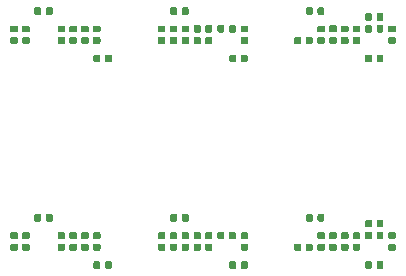
<source format=gbr>
G04 #@! TF.GenerationSoftware,KiCad,Pcbnew,(5.0.1)-rc2*
G04 #@! TF.CreationDate,2019-04-28T00:00:37+02:00*
G04 #@! TF.ProjectId,RIAA,524941412E6B696361645F7063620000,rev?*
G04 #@! TF.SameCoordinates,Original*
G04 #@! TF.FileFunction,Paste,Bot*
G04 #@! TF.FilePolarity,Positive*
%FSLAX46Y46*%
G04 Gerber Fmt 4.6, Leading zero omitted, Abs format (unit mm)*
G04 Created by KiCad (PCBNEW (5.0.1)-rc2) date 28-04-2019 00:00:37*
%MOMM*%
%LPD*%
G01*
G04 APERTURE LIST*
%ADD10C,0.100000*%
%ADD11C,0.590000*%
G04 APERTURE END LIST*
D10*
G04 #@! TO.C,C1*
G36*
X133186958Y-112720710D02*
X133201276Y-112722834D01*
X133215317Y-112726351D01*
X133228946Y-112731228D01*
X133242031Y-112737417D01*
X133254447Y-112744858D01*
X133266073Y-112753481D01*
X133276798Y-112763202D01*
X133286519Y-112773927D01*
X133295142Y-112785553D01*
X133302583Y-112797969D01*
X133308772Y-112811054D01*
X133313649Y-112824683D01*
X133317166Y-112838724D01*
X133319290Y-112853042D01*
X133320000Y-112867500D01*
X133320000Y-113162500D01*
X133319290Y-113176958D01*
X133317166Y-113191276D01*
X133313649Y-113205317D01*
X133308772Y-113218946D01*
X133302583Y-113232031D01*
X133295142Y-113244447D01*
X133286519Y-113256073D01*
X133276798Y-113266798D01*
X133266073Y-113276519D01*
X133254447Y-113285142D01*
X133242031Y-113292583D01*
X133228946Y-113298772D01*
X133215317Y-113303649D01*
X133201276Y-113307166D01*
X133186958Y-113309290D01*
X133172500Y-113310000D01*
X132827500Y-113310000D01*
X132813042Y-113309290D01*
X132798724Y-113307166D01*
X132784683Y-113303649D01*
X132771054Y-113298772D01*
X132757969Y-113292583D01*
X132745553Y-113285142D01*
X132733927Y-113276519D01*
X132723202Y-113266798D01*
X132713481Y-113256073D01*
X132704858Y-113244447D01*
X132697417Y-113232031D01*
X132691228Y-113218946D01*
X132686351Y-113205317D01*
X132682834Y-113191276D01*
X132680710Y-113176958D01*
X132680000Y-113162500D01*
X132680000Y-112867500D01*
X132680710Y-112853042D01*
X132682834Y-112838724D01*
X132686351Y-112824683D01*
X132691228Y-112811054D01*
X132697417Y-112797969D01*
X132704858Y-112785553D01*
X132713481Y-112773927D01*
X132723202Y-112763202D01*
X132733927Y-112753481D01*
X132745553Y-112744858D01*
X132757969Y-112737417D01*
X132771054Y-112731228D01*
X132784683Y-112726351D01*
X132798724Y-112722834D01*
X132813042Y-112720710D01*
X132827500Y-112720000D01*
X133172500Y-112720000D01*
X133186958Y-112720710D01*
X133186958Y-112720710D01*
G37*
D11*
X133000000Y-113015000D03*
D10*
G36*
X133186958Y-113690710D02*
X133201276Y-113692834D01*
X133215317Y-113696351D01*
X133228946Y-113701228D01*
X133242031Y-113707417D01*
X133254447Y-113714858D01*
X133266073Y-113723481D01*
X133276798Y-113733202D01*
X133286519Y-113743927D01*
X133295142Y-113755553D01*
X133302583Y-113767969D01*
X133308772Y-113781054D01*
X133313649Y-113794683D01*
X133317166Y-113808724D01*
X133319290Y-113823042D01*
X133320000Y-113837500D01*
X133320000Y-114132500D01*
X133319290Y-114146958D01*
X133317166Y-114161276D01*
X133313649Y-114175317D01*
X133308772Y-114188946D01*
X133302583Y-114202031D01*
X133295142Y-114214447D01*
X133286519Y-114226073D01*
X133276798Y-114236798D01*
X133266073Y-114246519D01*
X133254447Y-114255142D01*
X133242031Y-114262583D01*
X133228946Y-114268772D01*
X133215317Y-114273649D01*
X133201276Y-114277166D01*
X133186958Y-114279290D01*
X133172500Y-114280000D01*
X132827500Y-114280000D01*
X132813042Y-114279290D01*
X132798724Y-114277166D01*
X132784683Y-114273649D01*
X132771054Y-114268772D01*
X132757969Y-114262583D01*
X132745553Y-114255142D01*
X132733927Y-114246519D01*
X132723202Y-114236798D01*
X132713481Y-114226073D01*
X132704858Y-114214447D01*
X132697417Y-114202031D01*
X132691228Y-114188946D01*
X132686351Y-114175317D01*
X132682834Y-114161276D01*
X132680710Y-114146958D01*
X132680000Y-114132500D01*
X132680000Y-113837500D01*
X132680710Y-113823042D01*
X132682834Y-113808724D01*
X132686351Y-113794683D01*
X132691228Y-113781054D01*
X132697417Y-113767969D01*
X132704858Y-113755553D01*
X132713481Y-113743927D01*
X132723202Y-113733202D01*
X132733927Y-113723481D01*
X132745553Y-113714858D01*
X132757969Y-113707417D01*
X132771054Y-113701228D01*
X132784683Y-113696351D01*
X132798724Y-113692834D01*
X132813042Y-113690710D01*
X132827500Y-113690000D01*
X133172500Y-113690000D01*
X133186958Y-113690710D01*
X133186958Y-113690710D01*
G37*
D11*
X133000000Y-113985000D03*
G04 #@! TD*
D10*
G04 #@! TO.C,C5*
G36*
X135176958Y-111180710D02*
X135191276Y-111182834D01*
X135205317Y-111186351D01*
X135218946Y-111191228D01*
X135232031Y-111197417D01*
X135244447Y-111204858D01*
X135256073Y-111213481D01*
X135266798Y-111223202D01*
X135276519Y-111233927D01*
X135285142Y-111245553D01*
X135292583Y-111257969D01*
X135298772Y-111271054D01*
X135303649Y-111284683D01*
X135307166Y-111298724D01*
X135309290Y-111313042D01*
X135310000Y-111327500D01*
X135310000Y-111672500D01*
X135309290Y-111686958D01*
X135307166Y-111701276D01*
X135303649Y-111715317D01*
X135298772Y-111728946D01*
X135292583Y-111742031D01*
X135285142Y-111754447D01*
X135276519Y-111766073D01*
X135266798Y-111776798D01*
X135256073Y-111786519D01*
X135244447Y-111795142D01*
X135232031Y-111802583D01*
X135218946Y-111808772D01*
X135205317Y-111813649D01*
X135191276Y-111817166D01*
X135176958Y-111819290D01*
X135162500Y-111820000D01*
X134867500Y-111820000D01*
X134853042Y-111819290D01*
X134838724Y-111817166D01*
X134824683Y-111813649D01*
X134811054Y-111808772D01*
X134797969Y-111802583D01*
X134785553Y-111795142D01*
X134773927Y-111786519D01*
X134763202Y-111776798D01*
X134753481Y-111766073D01*
X134744858Y-111754447D01*
X134737417Y-111742031D01*
X134731228Y-111728946D01*
X134726351Y-111715317D01*
X134722834Y-111701276D01*
X134720710Y-111686958D01*
X134720000Y-111672500D01*
X134720000Y-111327500D01*
X134720710Y-111313042D01*
X134722834Y-111298724D01*
X134726351Y-111284683D01*
X134731228Y-111271054D01*
X134737417Y-111257969D01*
X134744858Y-111245553D01*
X134753481Y-111233927D01*
X134763202Y-111223202D01*
X134773927Y-111213481D01*
X134785553Y-111204858D01*
X134797969Y-111197417D01*
X134811054Y-111191228D01*
X134824683Y-111186351D01*
X134838724Y-111182834D01*
X134853042Y-111180710D01*
X134867500Y-111180000D01*
X135162500Y-111180000D01*
X135176958Y-111180710D01*
X135176958Y-111180710D01*
G37*
D11*
X135015000Y-111500000D03*
D10*
G36*
X136146958Y-111180710D02*
X136161276Y-111182834D01*
X136175317Y-111186351D01*
X136188946Y-111191228D01*
X136202031Y-111197417D01*
X136214447Y-111204858D01*
X136226073Y-111213481D01*
X136236798Y-111223202D01*
X136246519Y-111233927D01*
X136255142Y-111245553D01*
X136262583Y-111257969D01*
X136268772Y-111271054D01*
X136273649Y-111284683D01*
X136277166Y-111298724D01*
X136279290Y-111313042D01*
X136280000Y-111327500D01*
X136280000Y-111672500D01*
X136279290Y-111686958D01*
X136277166Y-111701276D01*
X136273649Y-111715317D01*
X136268772Y-111728946D01*
X136262583Y-111742031D01*
X136255142Y-111754447D01*
X136246519Y-111766073D01*
X136236798Y-111776798D01*
X136226073Y-111786519D01*
X136214447Y-111795142D01*
X136202031Y-111802583D01*
X136188946Y-111808772D01*
X136175317Y-111813649D01*
X136161276Y-111817166D01*
X136146958Y-111819290D01*
X136132500Y-111820000D01*
X135837500Y-111820000D01*
X135823042Y-111819290D01*
X135808724Y-111817166D01*
X135794683Y-111813649D01*
X135781054Y-111808772D01*
X135767969Y-111802583D01*
X135755553Y-111795142D01*
X135743927Y-111786519D01*
X135733202Y-111776798D01*
X135723481Y-111766073D01*
X135714858Y-111754447D01*
X135707417Y-111742031D01*
X135701228Y-111728946D01*
X135696351Y-111715317D01*
X135692834Y-111701276D01*
X135690710Y-111686958D01*
X135690000Y-111672500D01*
X135690000Y-111327500D01*
X135690710Y-111313042D01*
X135692834Y-111298724D01*
X135696351Y-111284683D01*
X135701228Y-111271054D01*
X135707417Y-111257969D01*
X135714858Y-111245553D01*
X135723481Y-111233927D01*
X135733202Y-111223202D01*
X135743927Y-111213481D01*
X135755553Y-111204858D01*
X135767969Y-111197417D01*
X135781054Y-111191228D01*
X135794683Y-111186351D01*
X135808724Y-111182834D01*
X135823042Y-111180710D01*
X135837500Y-111180000D01*
X136132500Y-111180000D01*
X136146958Y-111180710D01*
X136146958Y-111180710D01*
G37*
D11*
X135985000Y-111500000D03*
G04 #@! TD*
D10*
G04 #@! TO.C,C6*
G36*
X138186958Y-112720710D02*
X138201276Y-112722834D01*
X138215317Y-112726351D01*
X138228946Y-112731228D01*
X138242031Y-112737417D01*
X138254447Y-112744858D01*
X138266073Y-112753481D01*
X138276798Y-112763202D01*
X138286519Y-112773927D01*
X138295142Y-112785553D01*
X138302583Y-112797969D01*
X138308772Y-112811054D01*
X138313649Y-112824683D01*
X138317166Y-112838724D01*
X138319290Y-112853042D01*
X138320000Y-112867500D01*
X138320000Y-113162500D01*
X138319290Y-113176958D01*
X138317166Y-113191276D01*
X138313649Y-113205317D01*
X138308772Y-113218946D01*
X138302583Y-113232031D01*
X138295142Y-113244447D01*
X138286519Y-113256073D01*
X138276798Y-113266798D01*
X138266073Y-113276519D01*
X138254447Y-113285142D01*
X138242031Y-113292583D01*
X138228946Y-113298772D01*
X138215317Y-113303649D01*
X138201276Y-113307166D01*
X138186958Y-113309290D01*
X138172500Y-113310000D01*
X137827500Y-113310000D01*
X137813042Y-113309290D01*
X137798724Y-113307166D01*
X137784683Y-113303649D01*
X137771054Y-113298772D01*
X137757969Y-113292583D01*
X137745553Y-113285142D01*
X137733927Y-113276519D01*
X137723202Y-113266798D01*
X137713481Y-113256073D01*
X137704858Y-113244447D01*
X137697417Y-113232031D01*
X137691228Y-113218946D01*
X137686351Y-113205317D01*
X137682834Y-113191276D01*
X137680710Y-113176958D01*
X137680000Y-113162500D01*
X137680000Y-112867500D01*
X137680710Y-112853042D01*
X137682834Y-112838724D01*
X137686351Y-112824683D01*
X137691228Y-112811054D01*
X137697417Y-112797969D01*
X137704858Y-112785553D01*
X137713481Y-112773927D01*
X137723202Y-112763202D01*
X137733927Y-112753481D01*
X137745553Y-112744858D01*
X137757969Y-112737417D01*
X137771054Y-112731228D01*
X137784683Y-112726351D01*
X137798724Y-112722834D01*
X137813042Y-112720710D01*
X137827500Y-112720000D01*
X138172500Y-112720000D01*
X138186958Y-112720710D01*
X138186958Y-112720710D01*
G37*
D11*
X138000000Y-113015000D03*
D10*
G36*
X138186958Y-113690710D02*
X138201276Y-113692834D01*
X138215317Y-113696351D01*
X138228946Y-113701228D01*
X138242031Y-113707417D01*
X138254447Y-113714858D01*
X138266073Y-113723481D01*
X138276798Y-113733202D01*
X138286519Y-113743927D01*
X138295142Y-113755553D01*
X138302583Y-113767969D01*
X138308772Y-113781054D01*
X138313649Y-113794683D01*
X138317166Y-113808724D01*
X138319290Y-113823042D01*
X138320000Y-113837500D01*
X138320000Y-114132500D01*
X138319290Y-114146958D01*
X138317166Y-114161276D01*
X138313649Y-114175317D01*
X138308772Y-114188946D01*
X138302583Y-114202031D01*
X138295142Y-114214447D01*
X138286519Y-114226073D01*
X138276798Y-114236798D01*
X138266073Y-114246519D01*
X138254447Y-114255142D01*
X138242031Y-114262583D01*
X138228946Y-114268772D01*
X138215317Y-114273649D01*
X138201276Y-114277166D01*
X138186958Y-114279290D01*
X138172500Y-114280000D01*
X137827500Y-114280000D01*
X137813042Y-114279290D01*
X137798724Y-114277166D01*
X137784683Y-114273649D01*
X137771054Y-114268772D01*
X137757969Y-114262583D01*
X137745553Y-114255142D01*
X137733927Y-114246519D01*
X137723202Y-114236798D01*
X137713481Y-114226073D01*
X137704858Y-114214447D01*
X137697417Y-114202031D01*
X137691228Y-114188946D01*
X137686351Y-114175317D01*
X137682834Y-114161276D01*
X137680710Y-114146958D01*
X137680000Y-114132500D01*
X137680000Y-113837500D01*
X137680710Y-113823042D01*
X137682834Y-113808724D01*
X137686351Y-113794683D01*
X137691228Y-113781054D01*
X137697417Y-113767969D01*
X137704858Y-113755553D01*
X137713481Y-113743927D01*
X137723202Y-113733202D01*
X137733927Y-113723481D01*
X137745553Y-113714858D01*
X137757969Y-113707417D01*
X137771054Y-113701228D01*
X137784683Y-113696351D01*
X137798724Y-113692834D01*
X137813042Y-113690710D01*
X137827500Y-113690000D01*
X138172500Y-113690000D01*
X138186958Y-113690710D01*
X138186958Y-113690710D01*
G37*
D11*
X138000000Y-113985000D03*
G04 #@! TD*
D10*
G04 #@! TO.C,C11*
G36*
X147646958Y-111180710D02*
X147661276Y-111182834D01*
X147675317Y-111186351D01*
X147688946Y-111191228D01*
X147702031Y-111197417D01*
X147714447Y-111204858D01*
X147726073Y-111213481D01*
X147736798Y-111223202D01*
X147746519Y-111233927D01*
X147755142Y-111245553D01*
X147762583Y-111257969D01*
X147768772Y-111271054D01*
X147773649Y-111284683D01*
X147777166Y-111298724D01*
X147779290Y-111313042D01*
X147780000Y-111327500D01*
X147780000Y-111672500D01*
X147779290Y-111686958D01*
X147777166Y-111701276D01*
X147773649Y-111715317D01*
X147768772Y-111728946D01*
X147762583Y-111742031D01*
X147755142Y-111754447D01*
X147746519Y-111766073D01*
X147736798Y-111776798D01*
X147726073Y-111786519D01*
X147714447Y-111795142D01*
X147702031Y-111802583D01*
X147688946Y-111808772D01*
X147675317Y-111813649D01*
X147661276Y-111817166D01*
X147646958Y-111819290D01*
X147632500Y-111820000D01*
X147337500Y-111820000D01*
X147323042Y-111819290D01*
X147308724Y-111817166D01*
X147294683Y-111813649D01*
X147281054Y-111808772D01*
X147267969Y-111802583D01*
X147255553Y-111795142D01*
X147243927Y-111786519D01*
X147233202Y-111776798D01*
X147223481Y-111766073D01*
X147214858Y-111754447D01*
X147207417Y-111742031D01*
X147201228Y-111728946D01*
X147196351Y-111715317D01*
X147192834Y-111701276D01*
X147190710Y-111686958D01*
X147190000Y-111672500D01*
X147190000Y-111327500D01*
X147190710Y-111313042D01*
X147192834Y-111298724D01*
X147196351Y-111284683D01*
X147201228Y-111271054D01*
X147207417Y-111257969D01*
X147214858Y-111245553D01*
X147223481Y-111233927D01*
X147233202Y-111223202D01*
X147243927Y-111213481D01*
X147255553Y-111204858D01*
X147267969Y-111197417D01*
X147281054Y-111191228D01*
X147294683Y-111186351D01*
X147308724Y-111182834D01*
X147323042Y-111180710D01*
X147337500Y-111180000D01*
X147632500Y-111180000D01*
X147646958Y-111180710D01*
X147646958Y-111180710D01*
G37*
D11*
X147485000Y-111500000D03*
D10*
G36*
X146676958Y-111180710D02*
X146691276Y-111182834D01*
X146705317Y-111186351D01*
X146718946Y-111191228D01*
X146732031Y-111197417D01*
X146744447Y-111204858D01*
X146756073Y-111213481D01*
X146766798Y-111223202D01*
X146776519Y-111233927D01*
X146785142Y-111245553D01*
X146792583Y-111257969D01*
X146798772Y-111271054D01*
X146803649Y-111284683D01*
X146807166Y-111298724D01*
X146809290Y-111313042D01*
X146810000Y-111327500D01*
X146810000Y-111672500D01*
X146809290Y-111686958D01*
X146807166Y-111701276D01*
X146803649Y-111715317D01*
X146798772Y-111728946D01*
X146792583Y-111742031D01*
X146785142Y-111754447D01*
X146776519Y-111766073D01*
X146766798Y-111776798D01*
X146756073Y-111786519D01*
X146744447Y-111795142D01*
X146732031Y-111802583D01*
X146718946Y-111808772D01*
X146705317Y-111813649D01*
X146691276Y-111817166D01*
X146676958Y-111819290D01*
X146662500Y-111820000D01*
X146367500Y-111820000D01*
X146353042Y-111819290D01*
X146338724Y-111817166D01*
X146324683Y-111813649D01*
X146311054Y-111808772D01*
X146297969Y-111802583D01*
X146285553Y-111795142D01*
X146273927Y-111786519D01*
X146263202Y-111776798D01*
X146253481Y-111766073D01*
X146244858Y-111754447D01*
X146237417Y-111742031D01*
X146231228Y-111728946D01*
X146226351Y-111715317D01*
X146222834Y-111701276D01*
X146220710Y-111686958D01*
X146220000Y-111672500D01*
X146220000Y-111327500D01*
X146220710Y-111313042D01*
X146222834Y-111298724D01*
X146226351Y-111284683D01*
X146231228Y-111271054D01*
X146237417Y-111257969D01*
X146244858Y-111245553D01*
X146253481Y-111233927D01*
X146263202Y-111223202D01*
X146273927Y-111213481D01*
X146285553Y-111204858D01*
X146297969Y-111197417D01*
X146311054Y-111191228D01*
X146324683Y-111186351D01*
X146338724Y-111182834D01*
X146353042Y-111180710D01*
X146367500Y-111180000D01*
X146662500Y-111180000D01*
X146676958Y-111180710D01*
X146676958Y-111180710D01*
G37*
D11*
X146515000Y-111500000D03*
G04 #@! TD*
D10*
G04 #@! TO.C,C15*
G36*
X163176958Y-115180710D02*
X163191276Y-115182834D01*
X163205317Y-115186351D01*
X163218946Y-115191228D01*
X163232031Y-115197417D01*
X163244447Y-115204858D01*
X163256073Y-115213481D01*
X163266798Y-115223202D01*
X163276519Y-115233927D01*
X163285142Y-115245553D01*
X163292583Y-115257969D01*
X163298772Y-115271054D01*
X163303649Y-115284683D01*
X163307166Y-115298724D01*
X163309290Y-115313042D01*
X163310000Y-115327500D01*
X163310000Y-115672500D01*
X163309290Y-115686958D01*
X163307166Y-115701276D01*
X163303649Y-115715317D01*
X163298772Y-115728946D01*
X163292583Y-115742031D01*
X163285142Y-115754447D01*
X163276519Y-115766073D01*
X163266798Y-115776798D01*
X163256073Y-115786519D01*
X163244447Y-115795142D01*
X163232031Y-115802583D01*
X163218946Y-115808772D01*
X163205317Y-115813649D01*
X163191276Y-115817166D01*
X163176958Y-115819290D01*
X163162500Y-115820000D01*
X162867500Y-115820000D01*
X162853042Y-115819290D01*
X162838724Y-115817166D01*
X162824683Y-115813649D01*
X162811054Y-115808772D01*
X162797969Y-115802583D01*
X162785553Y-115795142D01*
X162773927Y-115786519D01*
X162763202Y-115776798D01*
X162753481Y-115766073D01*
X162744858Y-115754447D01*
X162737417Y-115742031D01*
X162731228Y-115728946D01*
X162726351Y-115715317D01*
X162722834Y-115701276D01*
X162720710Y-115686958D01*
X162720000Y-115672500D01*
X162720000Y-115327500D01*
X162720710Y-115313042D01*
X162722834Y-115298724D01*
X162726351Y-115284683D01*
X162731228Y-115271054D01*
X162737417Y-115257969D01*
X162744858Y-115245553D01*
X162753481Y-115233927D01*
X162763202Y-115223202D01*
X162773927Y-115213481D01*
X162785553Y-115204858D01*
X162797969Y-115197417D01*
X162811054Y-115191228D01*
X162824683Y-115186351D01*
X162838724Y-115182834D01*
X162853042Y-115180710D01*
X162867500Y-115180000D01*
X163162500Y-115180000D01*
X163176958Y-115180710D01*
X163176958Y-115180710D01*
G37*
D11*
X163015000Y-115500000D03*
D10*
G36*
X164146958Y-115180710D02*
X164161276Y-115182834D01*
X164175317Y-115186351D01*
X164188946Y-115191228D01*
X164202031Y-115197417D01*
X164214447Y-115204858D01*
X164226073Y-115213481D01*
X164236798Y-115223202D01*
X164246519Y-115233927D01*
X164255142Y-115245553D01*
X164262583Y-115257969D01*
X164268772Y-115271054D01*
X164273649Y-115284683D01*
X164277166Y-115298724D01*
X164279290Y-115313042D01*
X164280000Y-115327500D01*
X164280000Y-115672500D01*
X164279290Y-115686958D01*
X164277166Y-115701276D01*
X164273649Y-115715317D01*
X164268772Y-115728946D01*
X164262583Y-115742031D01*
X164255142Y-115754447D01*
X164246519Y-115766073D01*
X164236798Y-115776798D01*
X164226073Y-115786519D01*
X164214447Y-115795142D01*
X164202031Y-115802583D01*
X164188946Y-115808772D01*
X164175317Y-115813649D01*
X164161276Y-115817166D01*
X164146958Y-115819290D01*
X164132500Y-115820000D01*
X163837500Y-115820000D01*
X163823042Y-115819290D01*
X163808724Y-115817166D01*
X163794683Y-115813649D01*
X163781054Y-115808772D01*
X163767969Y-115802583D01*
X163755553Y-115795142D01*
X163743927Y-115786519D01*
X163733202Y-115776798D01*
X163723481Y-115766073D01*
X163714858Y-115754447D01*
X163707417Y-115742031D01*
X163701228Y-115728946D01*
X163696351Y-115715317D01*
X163692834Y-115701276D01*
X163690710Y-115686958D01*
X163690000Y-115672500D01*
X163690000Y-115327500D01*
X163690710Y-115313042D01*
X163692834Y-115298724D01*
X163696351Y-115284683D01*
X163701228Y-115271054D01*
X163707417Y-115257969D01*
X163714858Y-115245553D01*
X163723481Y-115233927D01*
X163733202Y-115223202D01*
X163743927Y-115213481D01*
X163755553Y-115204858D01*
X163767969Y-115197417D01*
X163781054Y-115191228D01*
X163794683Y-115186351D01*
X163808724Y-115182834D01*
X163823042Y-115180710D01*
X163837500Y-115180000D01*
X164132500Y-115180000D01*
X164146958Y-115180710D01*
X164146958Y-115180710D01*
G37*
D11*
X163985000Y-115500000D03*
G04 #@! TD*
D10*
G04 #@! TO.C,C16*
G36*
X159146958Y-111180710D02*
X159161276Y-111182834D01*
X159175317Y-111186351D01*
X159188946Y-111191228D01*
X159202031Y-111197417D01*
X159214447Y-111204858D01*
X159226073Y-111213481D01*
X159236798Y-111223202D01*
X159246519Y-111233927D01*
X159255142Y-111245553D01*
X159262583Y-111257969D01*
X159268772Y-111271054D01*
X159273649Y-111284683D01*
X159277166Y-111298724D01*
X159279290Y-111313042D01*
X159280000Y-111327500D01*
X159280000Y-111672500D01*
X159279290Y-111686958D01*
X159277166Y-111701276D01*
X159273649Y-111715317D01*
X159268772Y-111728946D01*
X159262583Y-111742031D01*
X159255142Y-111754447D01*
X159246519Y-111766073D01*
X159236798Y-111776798D01*
X159226073Y-111786519D01*
X159214447Y-111795142D01*
X159202031Y-111802583D01*
X159188946Y-111808772D01*
X159175317Y-111813649D01*
X159161276Y-111817166D01*
X159146958Y-111819290D01*
X159132500Y-111820000D01*
X158837500Y-111820000D01*
X158823042Y-111819290D01*
X158808724Y-111817166D01*
X158794683Y-111813649D01*
X158781054Y-111808772D01*
X158767969Y-111802583D01*
X158755553Y-111795142D01*
X158743927Y-111786519D01*
X158733202Y-111776798D01*
X158723481Y-111766073D01*
X158714858Y-111754447D01*
X158707417Y-111742031D01*
X158701228Y-111728946D01*
X158696351Y-111715317D01*
X158692834Y-111701276D01*
X158690710Y-111686958D01*
X158690000Y-111672500D01*
X158690000Y-111327500D01*
X158690710Y-111313042D01*
X158692834Y-111298724D01*
X158696351Y-111284683D01*
X158701228Y-111271054D01*
X158707417Y-111257969D01*
X158714858Y-111245553D01*
X158723481Y-111233927D01*
X158733202Y-111223202D01*
X158743927Y-111213481D01*
X158755553Y-111204858D01*
X158767969Y-111197417D01*
X158781054Y-111191228D01*
X158794683Y-111186351D01*
X158808724Y-111182834D01*
X158823042Y-111180710D01*
X158837500Y-111180000D01*
X159132500Y-111180000D01*
X159146958Y-111180710D01*
X159146958Y-111180710D01*
G37*
D11*
X158985000Y-111500000D03*
D10*
G36*
X158176958Y-111180710D02*
X158191276Y-111182834D01*
X158205317Y-111186351D01*
X158218946Y-111191228D01*
X158232031Y-111197417D01*
X158244447Y-111204858D01*
X158256073Y-111213481D01*
X158266798Y-111223202D01*
X158276519Y-111233927D01*
X158285142Y-111245553D01*
X158292583Y-111257969D01*
X158298772Y-111271054D01*
X158303649Y-111284683D01*
X158307166Y-111298724D01*
X158309290Y-111313042D01*
X158310000Y-111327500D01*
X158310000Y-111672500D01*
X158309290Y-111686958D01*
X158307166Y-111701276D01*
X158303649Y-111715317D01*
X158298772Y-111728946D01*
X158292583Y-111742031D01*
X158285142Y-111754447D01*
X158276519Y-111766073D01*
X158266798Y-111776798D01*
X158256073Y-111786519D01*
X158244447Y-111795142D01*
X158232031Y-111802583D01*
X158218946Y-111808772D01*
X158205317Y-111813649D01*
X158191276Y-111817166D01*
X158176958Y-111819290D01*
X158162500Y-111820000D01*
X157867500Y-111820000D01*
X157853042Y-111819290D01*
X157838724Y-111817166D01*
X157824683Y-111813649D01*
X157811054Y-111808772D01*
X157797969Y-111802583D01*
X157785553Y-111795142D01*
X157773927Y-111786519D01*
X157763202Y-111776798D01*
X157753481Y-111766073D01*
X157744858Y-111754447D01*
X157737417Y-111742031D01*
X157731228Y-111728946D01*
X157726351Y-111715317D01*
X157722834Y-111701276D01*
X157720710Y-111686958D01*
X157720000Y-111672500D01*
X157720000Y-111327500D01*
X157720710Y-111313042D01*
X157722834Y-111298724D01*
X157726351Y-111284683D01*
X157731228Y-111271054D01*
X157737417Y-111257969D01*
X157744858Y-111245553D01*
X157753481Y-111233927D01*
X157763202Y-111223202D01*
X157773927Y-111213481D01*
X157785553Y-111204858D01*
X157797969Y-111197417D01*
X157811054Y-111191228D01*
X157824683Y-111186351D01*
X157838724Y-111182834D01*
X157853042Y-111180710D01*
X157867500Y-111180000D01*
X158162500Y-111180000D01*
X158176958Y-111180710D01*
X158176958Y-111180710D01*
G37*
D11*
X158015000Y-111500000D03*
G04 #@! TD*
D10*
G04 #@! TO.C,C22*
G36*
X141146958Y-97680710D02*
X141161276Y-97682834D01*
X141175317Y-97686351D01*
X141188946Y-97691228D01*
X141202031Y-97697417D01*
X141214447Y-97704858D01*
X141226073Y-97713481D01*
X141236798Y-97723202D01*
X141246519Y-97733927D01*
X141255142Y-97745553D01*
X141262583Y-97757969D01*
X141268772Y-97771054D01*
X141273649Y-97784683D01*
X141277166Y-97798724D01*
X141279290Y-97813042D01*
X141280000Y-97827500D01*
X141280000Y-98172500D01*
X141279290Y-98186958D01*
X141277166Y-98201276D01*
X141273649Y-98215317D01*
X141268772Y-98228946D01*
X141262583Y-98242031D01*
X141255142Y-98254447D01*
X141246519Y-98266073D01*
X141236798Y-98276798D01*
X141226073Y-98286519D01*
X141214447Y-98295142D01*
X141202031Y-98302583D01*
X141188946Y-98308772D01*
X141175317Y-98313649D01*
X141161276Y-98317166D01*
X141146958Y-98319290D01*
X141132500Y-98320000D01*
X140837500Y-98320000D01*
X140823042Y-98319290D01*
X140808724Y-98317166D01*
X140794683Y-98313649D01*
X140781054Y-98308772D01*
X140767969Y-98302583D01*
X140755553Y-98295142D01*
X140743927Y-98286519D01*
X140733202Y-98276798D01*
X140723481Y-98266073D01*
X140714858Y-98254447D01*
X140707417Y-98242031D01*
X140701228Y-98228946D01*
X140696351Y-98215317D01*
X140692834Y-98201276D01*
X140690710Y-98186958D01*
X140690000Y-98172500D01*
X140690000Y-97827500D01*
X140690710Y-97813042D01*
X140692834Y-97798724D01*
X140696351Y-97784683D01*
X140701228Y-97771054D01*
X140707417Y-97757969D01*
X140714858Y-97745553D01*
X140723481Y-97733927D01*
X140733202Y-97723202D01*
X140743927Y-97713481D01*
X140755553Y-97704858D01*
X140767969Y-97697417D01*
X140781054Y-97691228D01*
X140794683Y-97686351D01*
X140808724Y-97682834D01*
X140823042Y-97680710D01*
X140837500Y-97680000D01*
X141132500Y-97680000D01*
X141146958Y-97680710D01*
X141146958Y-97680710D01*
G37*
D11*
X140985000Y-98000000D03*
D10*
G36*
X140176958Y-97680710D02*
X140191276Y-97682834D01*
X140205317Y-97686351D01*
X140218946Y-97691228D01*
X140232031Y-97697417D01*
X140244447Y-97704858D01*
X140256073Y-97713481D01*
X140266798Y-97723202D01*
X140276519Y-97733927D01*
X140285142Y-97745553D01*
X140292583Y-97757969D01*
X140298772Y-97771054D01*
X140303649Y-97784683D01*
X140307166Y-97798724D01*
X140309290Y-97813042D01*
X140310000Y-97827500D01*
X140310000Y-98172500D01*
X140309290Y-98186958D01*
X140307166Y-98201276D01*
X140303649Y-98215317D01*
X140298772Y-98228946D01*
X140292583Y-98242031D01*
X140285142Y-98254447D01*
X140276519Y-98266073D01*
X140266798Y-98276798D01*
X140256073Y-98286519D01*
X140244447Y-98295142D01*
X140232031Y-98302583D01*
X140218946Y-98308772D01*
X140205317Y-98313649D01*
X140191276Y-98317166D01*
X140176958Y-98319290D01*
X140162500Y-98320000D01*
X139867500Y-98320000D01*
X139853042Y-98319290D01*
X139838724Y-98317166D01*
X139824683Y-98313649D01*
X139811054Y-98308772D01*
X139797969Y-98302583D01*
X139785553Y-98295142D01*
X139773927Y-98286519D01*
X139763202Y-98276798D01*
X139753481Y-98266073D01*
X139744858Y-98254447D01*
X139737417Y-98242031D01*
X139731228Y-98228946D01*
X139726351Y-98215317D01*
X139722834Y-98201276D01*
X139720710Y-98186958D01*
X139720000Y-98172500D01*
X139720000Y-97827500D01*
X139720710Y-97813042D01*
X139722834Y-97798724D01*
X139726351Y-97784683D01*
X139731228Y-97771054D01*
X139737417Y-97757969D01*
X139744858Y-97745553D01*
X139753481Y-97733927D01*
X139763202Y-97723202D01*
X139773927Y-97713481D01*
X139785553Y-97704858D01*
X139797969Y-97697417D01*
X139811054Y-97691228D01*
X139824683Y-97686351D01*
X139838724Y-97682834D01*
X139853042Y-97680710D01*
X139867500Y-97680000D01*
X140162500Y-97680000D01*
X140176958Y-97680710D01*
X140176958Y-97680710D01*
G37*
D11*
X140015000Y-98000000D03*
G04 #@! TD*
D10*
G04 #@! TO.C,C28*
G36*
X151676958Y-97680710D02*
X151691276Y-97682834D01*
X151705317Y-97686351D01*
X151718946Y-97691228D01*
X151732031Y-97697417D01*
X151744447Y-97704858D01*
X151756073Y-97713481D01*
X151766798Y-97723202D01*
X151776519Y-97733927D01*
X151785142Y-97745553D01*
X151792583Y-97757969D01*
X151798772Y-97771054D01*
X151803649Y-97784683D01*
X151807166Y-97798724D01*
X151809290Y-97813042D01*
X151810000Y-97827500D01*
X151810000Y-98172500D01*
X151809290Y-98186958D01*
X151807166Y-98201276D01*
X151803649Y-98215317D01*
X151798772Y-98228946D01*
X151792583Y-98242031D01*
X151785142Y-98254447D01*
X151776519Y-98266073D01*
X151766798Y-98276798D01*
X151756073Y-98286519D01*
X151744447Y-98295142D01*
X151732031Y-98302583D01*
X151718946Y-98308772D01*
X151705317Y-98313649D01*
X151691276Y-98317166D01*
X151676958Y-98319290D01*
X151662500Y-98320000D01*
X151367500Y-98320000D01*
X151353042Y-98319290D01*
X151338724Y-98317166D01*
X151324683Y-98313649D01*
X151311054Y-98308772D01*
X151297969Y-98302583D01*
X151285553Y-98295142D01*
X151273927Y-98286519D01*
X151263202Y-98276798D01*
X151253481Y-98266073D01*
X151244858Y-98254447D01*
X151237417Y-98242031D01*
X151231228Y-98228946D01*
X151226351Y-98215317D01*
X151222834Y-98201276D01*
X151220710Y-98186958D01*
X151220000Y-98172500D01*
X151220000Y-97827500D01*
X151220710Y-97813042D01*
X151222834Y-97798724D01*
X151226351Y-97784683D01*
X151231228Y-97771054D01*
X151237417Y-97757969D01*
X151244858Y-97745553D01*
X151253481Y-97733927D01*
X151263202Y-97723202D01*
X151273927Y-97713481D01*
X151285553Y-97704858D01*
X151297969Y-97697417D01*
X151311054Y-97691228D01*
X151324683Y-97686351D01*
X151338724Y-97682834D01*
X151353042Y-97680710D01*
X151367500Y-97680000D01*
X151662500Y-97680000D01*
X151676958Y-97680710D01*
X151676958Y-97680710D01*
G37*
D11*
X151515000Y-98000000D03*
D10*
G36*
X152646958Y-97680710D02*
X152661276Y-97682834D01*
X152675317Y-97686351D01*
X152688946Y-97691228D01*
X152702031Y-97697417D01*
X152714447Y-97704858D01*
X152726073Y-97713481D01*
X152736798Y-97723202D01*
X152746519Y-97733927D01*
X152755142Y-97745553D01*
X152762583Y-97757969D01*
X152768772Y-97771054D01*
X152773649Y-97784683D01*
X152777166Y-97798724D01*
X152779290Y-97813042D01*
X152780000Y-97827500D01*
X152780000Y-98172500D01*
X152779290Y-98186958D01*
X152777166Y-98201276D01*
X152773649Y-98215317D01*
X152768772Y-98228946D01*
X152762583Y-98242031D01*
X152755142Y-98254447D01*
X152746519Y-98266073D01*
X152736798Y-98276798D01*
X152726073Y-98286519D01*
X152714447Y-98295142D01*
X152702031Y-98302583D01*
X152688946Y-98308772D01*
X152675317Y-98313649D01*
X152661276Y-98317166D01*
X152646958Y-98319290D01*
X152632500Y-98320000D01*
X152337500Y-98320000D01*
X152323042Y-98319290D01*
X152308724Y-98317166D01*
X152294683Y-98313649D01*
X152281054Y-98308772D01*
X152267969Y-98302583D01*
X152255553Y-98295142D01*
X152243927Y-98286519D01*
X152233202Y-98276798D01*
X152223481Y-98266073D01*
X152214858Y-98254447D01*
X152207417Y-98242031D01*
X152201228Y-98228946D01*
X152196351Y-98215317D01*
X152192834Y-98201276D01*
X152190710Y-98186958D01*
X152190000Y-98172500D01*
X152190000Y-97827500D01*
X152190710Y-97813042D01*
X152192834Y-97798724D01*
X152196351Y-97784683D01*
X152201228Y-97771054D01*
X152207417Y-97757969D01*
X152214858Y-97745553D01*
X152223481Y-97733927D01*
X152233202Y-97723202D01*
X152243927Y-97713481D01*
X152255553Y-97704858D01*
X152267969Y-97697417D01*
X152281054Y-97691228D01*
X152294683Y-97686351D01*
X152308724Y-97682834D01*
X152323042Y-97680710D01*
X152337500Y-97680000D01*
X152632500Y-97680000D01*
X152646958Y-97680710D01*
X152646958Y-97680710D01*
G37*
D11*
X152485000Y-98000000D03*
G04 #@! TD*
D10*
G04 #@! TO.C,C29*
G36*
X147646958Y-93680710D02*
X147661276Y-93682834D01*
X147675317Y-93686351D01*
X147688946Y-93691228D01*
X147702031Y-93697417D01*
X147714447Y-93704858D01*
X147726073Y-93713481D01*
X147736798Y-93723202D01*
X147746519Y-93733927D01*
X147755142Y-93745553D01*
X147762583Y-93757969D01*
X147768772Y-93771054D01*
X147773649Y-93784683D01*
X147777166Y-93798724D01*
X147779290Y-93813042D01*
X147780000Y-93827500D01*
X147780000Y-94172500D01*
X147779290Y-94186958D01*
X147777166Y-94201276D01*
X147773649Y-94215317D01*
X147768772Y-94228946D01*
X147762583Y-94242031D01*
X147755142Y-94254447D01*
X147746519Y-94266073D01*
X147736798Y-94276798D01*
X147726073Y-94286519D01*
X147714447Y-94295142D01*
X147702031Y-94302583D01*
X147688946Y-94308772D01*
X147675317Y-94313649D01*
X147661276Y-94317166D01*
X147646958Y-94319290D01*
X147632500Y-94320000D01*
X147337500Y-94320000D01*
X147323042Y-94319290D01*
X147308724Y-94317166D01*
X147294683Y-94313649D01*
X147281054Y-94308772D01*
X147267969Y-94302583D01*
X147255553Y-94295142D01*
X147243927Y-94286519D01*
X147233202Y-94276798D01*
X147223481Y-94266073D01*
X147214858Y-94254447D01*
X147207417Y-94242031D01*
X147201228Y-94228946D01*
X147196351Y-94215317D01*
X147192834Y-94201276D01*
X147190710Y-94186958D01*
X147190000Y-94172500D01*
X147190000Y-93827500D01*
X147190710Y-93813042D01*
X147192834Y-93798724D01*
X147196351Y-93784683D01*
X147201228Y-93771054D01*
X147207417Y-93757969D01*
X147214858Y-93745553D01*
X147223481Y-93733927D01*
X147233202Y-93723202D01*
X147243927Y-93713481D01*
X147255553Y-93704858D01*
X147267969Y-93697417D01*
X147281054Y-93691228D01*
X147294683Y-93686351D01*
X147308724Y-93682834D01*
X147323042Y-93680710D01*
X147337500Y-93680000D01*
X147632500Y-93680000D01*
X147646958Y-93680710D01*
X147646958Y-93680710D01*
G37*
D11*
X147485000Y-94000000D03*
D10*
G36*
X146676958Y-93680710D02*
X146691276Y-93682834D01*
X146705317Y-93686351D01*
X146718946Y-93691228D01*
X146732031Y-93697417D01*
X146744447Y-93704858D01*
X146756073Y-93713481D01*
X146766798Y-93723202D01*
X146776519Y-93733927D01*
X146785142Y-93745553D01*
X146792583Y-93757969D01*
X146798772Y-93771054D01*
X146803649Y-93784683D01*
X146807166Y-93798724D01*
X146809290Y-93813042D01*
X146810000Y-93827500D01*
X146810000Y-94172500D01*
X146809290Y-94186958D01*
X146807166Y-94201276D01*
X146803649Y-94215317D01*
X146798772Y-94228946D01*
X146792583Y-94242031D01*
X146785142Y-94254447D01*
X146776519Y-94266073D01*
X146766798Y-94276798D01*
X146756073Y-94286519D01*
X146744447Y-94295142D01*
X146732031Y-94302583D01*
X146718946Y-94308772D01*
X146705317Y-94313649D01*
X146691276Y-94317166D01*
X146676958Y-94319290D01*
X146662500Y-94320000D01*
X146367500Y-94320000D01*
X146353042Y-94319290D01*
X146338724Y-94317166D01*
X146324683Y-94313649D01*
X146311054Y-94308772D01*
X146297969Y-94302583D01*
X146285553Y-94295142D01*
X146273927Y-94286519D01*
X146263202Y-94276798D01*
X146253481Y-94266073D01*
X146244858Y-94254447D01*
X146237417Y-94242031D01*
X146231228Y-94228946D01*
X146226351Y-94215317D01*
X146222834Y-94201276D01*
X146220710Y-94186958D01*
X146220000Y-94172500D01*
X146220000Y-93827500D01*
X146220710Y-93813042D01*
X146222834Y-93798724D01*
X146226351Y-93784683D01*
X146231228Y-93771054D01*
X146237417Y-93757969D01*
X146244858Y-93745553D01*
X146253481Y-93733927D01*
X146263202Y-93723202D01*
X146273927Y-93713481D01*
X146285553Y-93704858D01*
X146297969Y-93697417D01*
X146311054Y-93691228D01*
X146324683Y-93686351D01*
X146338724Y-93682834D01*
X146353042Y-93680710D01*
X146367500Y-93680000D01*
X146662500Y-93680000D01*
X146676958Y-93680710D01*
X146676958Y-93680710D01*
G37*
D11*
X146515000Y-94000000D03*
G04 #@! TD*
D10*
G04 #@! TO.C,C30*
G36*
X147686958Y-95220710D02*
X147701276Y-95222834D01*
X147715317Y-95226351D01*
X147728946Y-95231228D01*
X147742031Y-95237417D01*
X147754447Y-95244858D01*
X147766073Y-95253481D01*
X147776798Y-95263202D01*
X147786519Y-95273927D01*
X147795142Y-95285553D01*
X147802583Y-95297969D01*
X147808772Y-95311054D01*
X147813649Y-95324683D01*
X147817166Y-95338724D01*
X147819290Y-95353042D01*
X147820000Y-95367500D01*
X147820000Y-95662500D01*
X147819290Y-95676958D01*
X147817166Y-95691276D01*
X147813649Y-95705317D01*
X147808772Y-95718946D01*
X147802583Y-95732031D01*
X147795142Y-95744447D01*
X147786519Y-95756073D01*
X147776798Y-95766798D01*
X147766073Y-95776519D01*
X147754447Y-95785142D01*
X147742031Y-95792583D01*
X147728946Y-95798772D01*
X147715317Y-95803649D01*
X147701276Y-95807166D01*
X147686958Y-95809290D01*
X147672500Y-95810000D01*
X147327500Y-95810000D01*
X147313042Y-95809290D01*
X147298724Y-95807166D01*
X147284683Y-95803649D01*
X147271054Y-95798772D01*
X147257969Y-95792583D01*
X147245553Y-95785142D01*
X147233927Y-95776519D01*
X147223202Y-95766798D01*
X147213481Y-95756073D01*
X147204858Y-95744447D01*
X147197417Y-95732031D01*
X147191228Y-95718946D01*
X147186351Y-95705317D01*
X147182834Y-95691276D01*
X147180710Y-95676958D01*
X147180000Y-95662500D01*
X147180000Y-95367500D01*
X147180710Y-95353042D01*
X147182834Y-95338724D01*
X147186351Y-95324683D01*
X147191228Y-95311054D01*
X147197417Y-95297969D01*
X147204858Y-95285553D01*
X147213481Y-95273927D01*
X147223202Y-95263202D01*
X147233927Y-95253481D01*
X147245553Y-95244858D01*
X147257969Y-95237417D01*
X147271054Y-95231228D01*
X147284683Y-95226351D01*
X147298724Y-95222834D01*
X147313042Y-95220710D01*
X147327500Y-95220000D01*
X147672500Y-95220000D01*
X147686958Y-95220710D01*
X147686958Y-95220710D01*
G37*
D11*
X147500000Y-95515000D03*
D10*
G36*
X147686958Y-96190710D02*
X147701276Y-96192834D01*
X147715317Y-96196351D01*
X147728946Y-96201228D01*
X147742031Y-96207417D01*
X147754447Y-96214858D01*
X147766073Y-96223481D01*
X147776798Y-96233202D01*
X147786519Y-96243927D01*
X147795142Y-96255553D01*
X147802583Y-96267969D01*
X147808772Y-96281054D01*
X147813649Y-96294683D01*
X147817166Y-96308724D01*
X147819290Y-96323042D01*
X147820000Y-96337500D01*
X147820000Y-96632500D01*
X147819290Y-96646958D01*
X147817166Y-96661276D01*
X147813649Y-96675317D01*
X147808772Y-96688946D01*
X147802583Y-96702031D01*
X147795142Y-96714447D01*
X147786519Y-96726073D01*
X147776798Y-96736798D01*
X147766073Y-96746519D01*
X147754447Y-96755142D01*
X147742031Y-96762583D01*
X147728946Y-96768772D01*
X147715317Y-96773649D01*
X147701276Y-96777166D01*
X147686958Y-96779290D01*
X147672500Y-96780000D01*
X147327500Y-96780000D01*
X147313042Y-96779290D01*
X147298724Y-96777166D01*
X147284683Y-96773649D01*
X147271054Y-96768772D01*
X147257969Y-96762583D01*
X147245553Y-96755142D01*
X147233927Y-96746519D01*
X147223202Y-96736798D01*
X147213481Y-96726073D01*
X147204858Y-96714447D01*
X147197417Y-96702031D01*
X147191228Y-96688946D01*
X147186351Y-96675317D01*
X147182834Y-96661276D01*
X147180710Y-96646958D01*
X147180000Y-96632500D01*
X147180000Y-96337500D01*
X147180710Y-96323042D01*
X147182834Y-96308724D01*
X147186351Y-96294683D01*
X147191228Y-96281054D01*
X147197417Y-96267969D01*
X147204858Y-96255553D01*
X147213481Y-96243927D01*
X147223202Y-96233202D01*
X147233927Y-96223481D01*
X147245553Y-96214858D01*
X147257969Y-96207417D01*
X147271054Y-96201228D01*
X147284683Y-96196351D01*
X147298724Y-96192834D01*
X147313042Y-96190710D01*
X147327500Y-96190000D01*
X147672500Y-96190000D01*
X147686958Y-96190710D01*
X147686958Y-96190710D01*
G37*
D11*
X147500000Y-96485000D03*
G04 #@! TD*
D10*
G04 #@! TO.C,R1*
G36*
X137186958Y-113690710D02*
X137201276Y-113692834D01*
X137215317Y-113696351D01*
X137228946Y-113701228D01*
X137242031Y-113707417D01*
X137254447Y-113714858D01*
X137266073Y-113723481D01*
X137276798Y-113733202D01*
X137286519Y-113743927D01*
X137295142Y-113755553D01*
X137302583Y-113767969D01*
X137308772Y-113781054D01*
X137313649Y-113794683D01*
X137317166Y-113808724D01*
X137319290Y-113823042D01*
X137320000Y-113837500D01*
X137320000Y-114132500D01*
X137319290Y-114146958D01*
X137317166Y-114161276D01*
X137313649Y-114175317D01*
X137308772Y-114188946D01*
X137302583Y-114202031D01*
X137295142Y-114214447D01*
X137286519Y-114226073D01*
X137276798Y-114236798D01*
X137266073Y-114246519D01*
X137254447Y-114255142D01*
X137242031Y-114262583D01*
X137228946Y-114268772D01*
X137215317Y-114273649D01*
X137201276Y-114277166D01*
X137186958Y-114279290D01*
X137172500Y-114280000D01*
X136827500Y-114280000D01*
X136813042Y-114279290D01*
X136798724Y-114277166D01*
X136784683Y-114273649D01*
X136771054Y-114268772D01*
X136757969Y-114262583D01*
X136745553Y-114255142D01*
X136733927Y-114246519D01*
X136723202Y-114236798D01*
X136713481Y-114226073D01*
X136704858Y-114214447D01*
X136697417Y-114202031D01*
X136691228Y-114188946D01*
X136686351Y-114175317D01*
X136682834Y-114161276D01*
X136680710Y-114146958D01*
X136680000Y-114132500D01*
X136680000Y-113837500D01*
X136680710Y-113823042D01*
X136682834Y-113808724D01*
X136686351Y-113794683D01*
X136691228Y-113781054D01*
X136697417Y-113767969D01*
X136704858Y-113755553D01*
X136713481Y-113743927D01*
X136723202Y-113733202D01*
X136733927Y-113723481D01*
X136745553Y-113714858D01*
X136757969Y-113707417D01*
X136771054Y-113701228D01*
X136784683Y-113696351D01*
X136798724Y-113692834D01*
X136813042Y-113690710D01*
X136827500Y-113690000D01*
X137172500Y-113690000D01*
X137186958Y-113690710D01*
X137186958Y-113690710D01*
G37*
D11*
X137000000Y-113985000D03*
D10*
G36*
X137186958Y-112720710D02*
X137201276Y-112722834D01*
X137215317Y-112726351D01*
X137228946Y-112731228D01*
X137242031Y-112737417D01*
X137254447Y-112744858D01*
X137266073Y-112753481D01*
X137276798Y-112763202D01*
X137286519Y-112773927D01*
X137295142Y-112785553D01*
X137302583Y-112797969D01*
X137308772Y-112811054D01*
X137313649Y-112824683D01*
X137317166Y-112838724D01*
X137319290Y-112853042D01*
X137320000Y-112867500D01*
X137320000Y-113162500D01*
X137319290Y-113176958D01*
X137317166Y-113191276D01*
X137313649Y-113205317D01*
X137308772Y-113218946D01*
X137302583Y-113232031D01*
X137295142Y-113244447D01*
X137286519Y-113256073D01*
X137276798Y-113266798D01*
X137266073Y-113276519D01*
X137254447Y-113285142D01*
X137242031Y-113292583D01*
X137228946Y-113298772D01*
X137215317Y-113303649D01*
X137201276Y-113307166D01*
X137186958Y-113309290D01*
X137172500Y-113310000D01*
X136827500Y-113310000D01*
X136813042Y-113309290D01*
X136798724Y-113307166D01*
X136784683Y-113303649D01*
X136771054Y-113298772D01*
X136757969Y-113292583D01*
X136745553Y-113285142D01*
X136733927Y-113276519D01*
X136723202Y-113266798D01*
X136713481Y-113256073D01*
X136704858Y-113244447D01*
X136697417Y-113232031D01*
X136691228Y-113218946D01*
X136686351Y-113205317D01*
X136682834Y-113191276D01*
X136680710Y-113176958D01*
X136680000Y-113162500D01*
X136680000Y-112867500D01*
X136680710Y-112853042D01*
X136682834Y-112838724D01*
X136686351Y-112824683D01*
X136691228Y-112811054D01*
X136697417Y-112797969D01*
X136704858Y-112785553D01*
X136713481Y-112773927D01*
X136723202Y-112763202D01*
X136733927Y-112753481D01*
X136745553Y-112744858D01*
X136757969Y-112737417D01*
X136771054Y-112731228D01*
X136784683Y-112726351D01*
X136798724Y-112722834D01*
X136813042Y-112720710D01*
X136827500Y-112720000D01*
X137172500Y-112720000D01*
X137186958Y-112720710D01*
X137186958Y-112720710D01*
G37*
D11*
X137000000Y-113015000D03*
G04 #@! TD*
D10*
G04 #@! TO.C,R2*
G36*
X134186958Y-113690710D02*
X134201276Y-113692834D01*
X134215317Y-113696351D01*
X134228946Y-113701228D01*
X134242031Y-113707417D01*
X134254447Y-113714858D01*
X134266073Y-113723481D01*
X134276798Y-113733202D01*
X134286519Y-113743927D01*
X134295142Y-113755553D01*
X134302583Y-113767969D01*
X134308772Y-113781054D01*
X134313649Y-113794683D01*
X134317166Y-113808724D01*
X134319290Y-113823042D01*
X134320000Y-113837500D01*
X134320000Y-114132500D01*
X134319290Y-114146958D01*
X134317166Y-114161276D01*
X134313649Y-114175317D01*
X134308772Y-114188946D01*
X134302583Y-114202031D01*
X134295142Y-114214447D01*
X134286519Y-114226073D01*
X134276798Y-114236798D01*
X134266073Y-114246519D01*
X134254447Y-114255142D01*
X134242031Y-114262583D01*
X134228946Y-114268772D01*
X134215317Y-114273649D01*
X134201276Y-114277166D01*
X134186958Y-114279290D01*
X134172500Y-114280000D01*
X133827500Y-114280000D01*
X133813042Y-114279290D01*
X133798724Y-114277166D01*
X133784683Y-114273649D01*
X133771054Y-114268772D01*
X133757969Y-114262583D01*
X133745553Y-114255142D01*
X133733927Y-114246519D01*
X133723202Y-114236798D01*
X133713481Y-114226073D01*
X133704858Y-114214447D01*
X133697417Y-114202031D01*
X133691228Y-114188946D01*
X133686351Y-114175317D01*
X133682834Y-114161276D01*
X133680710Y-114146958D01*
X133680000Y-114132500D01*
X133680000Y-113837500D01*
X133680710Y-113823042D01*
X133682834Y-113808724D01*
X133686351Y-113794683D01*
X133691228Y-113781054D01*
X133697417Y-113767969D01*
X133704858Y-113755553D01*
X133713481Y-113743927D01*
X133723202Y-113733202D01*
X133733927Y-113723481D01*
X133745553Y-113714858D01*
X133757969Y-113707417D01*
X133771054Y-113701228D01*
X133784683Y-113696351D01*
X133798724Y-113692834D01*
X133813042Y-113690710D01*
X133827500Y-113690000D01*
X134172500Y-113690000D01*
X134186958Y-113690710D01*
X134186958Y-113690710D01*
G37*
D11*
X134000000Y-113985000D03*
D10*
G36*
X134186958Y-112720710D02*
X134201276Y-112722834D01*
X134215317Y-112726351D01*
X134228946Y-112731228D01*
X134242031Y-112737417D01*
X134254447Y-112744858D01*
X134266073Y-112753481D01*
X134276798Y-112763202D01*
X134286519Y-112773927D01*
X134295142Y-112785553D01*
X134302583Y-112797969D01*
X134308772Y-112811054D01*
X134313649Y-112824683D01*
X134317166Y-112838724D01*
X134319290Y-112853042D01*
X134320000Y-112867500D01*
X134320000Y-113162500D01*
X134319290Y-113176958D01*
X134317166Y-113191276D01*
X134313649Y-113205317D01*
X134308772Y-113218946D01*
X134302583Y-113232031D01*
X134295142Y-113244447D01*
X134286519Y-113256073D01*
X134276798Y-113266798D01*
X134266073Y-113276519D01*
X134254447Y-113285142D01*
X134242031Y-113292583D01*
X134228946Y-113298772D01*
X134215317Y-113303649D01*
X134201276Y-113307166D01*
X134186958Y-113309290D01*
X134172500Y-113310000D01*
X133827500Y-113310000D01*
X133813042Y-113309290D01*
X133798724Y-113307166D01*
X133784683Y-113303649D01*
X133771054Y-113298772D01*
X133757969Y-113292583D01*
X133745553Y-113285142D01*
X133733927Y-113276519D01*
X133723202Y-113266798D01*
X133713481Y-113256073D01*
X133704858Y-113244447D01*
X133697417Y-113232031D01*
X133691228Y-113218946D01*
X133686351Y-113205317D01*
X133682834Y-113191276D01*
X133680710Y-113176958D01*
X133680000Y-113162500D01*
X133680000Y-112867500D01*
X133680710Y-112853042D01*
X133682834Y-112838724D01*
X133686351Y-112824683D01*
X133691228Y-112811054D01*
X133697417Y-112797969D01*
X133704858Y-112785553D01*
X133713481Y-112773927D01*
X133723202Y-112763202D01*
X133733927Y-112753481D01*
X133745553Y-112744858D01*
X133757969Y-112737417D01*
X133771054Y-112731228D01*
X133784683Y-112726351D01*
X133798724Y-112722834D01*
X133813042Y-112720710D01*
X133827500Y-112720000D01*
X134172500Y-112720000D01*
X134186958Y-112720710D01*
X134186958Y-112720710D01*
G37*
D11*
X134000000Y-113015000D03*
G04 #@! TD*
D10*
G04 #@! TO.C,R3*
G36*
X140186958Y-113690710D02*
X140201276Y-113692834D01*
X140215317Y-113696351D01*
X140228946Y-113701228D01*
X140242031Y-113707417D01*
X140254447Y-113714858D01*
X140266073Y-113723481D01*
X140276798Y-113733202D01*
X140286519Y-113743927D01*
X140295142Y-113755553D01*
X140302583Y-113767969D01*
X140308772Y-113781054D01*
X140313649Y-113794683D01*
X140317166Y-113808724D01*
X140319290Y-113823042D01*
X140320000Y-113837500D01*
X140320000Y-114132500D01*
X140319290Y-114146958D01*
X140317166Y-114161276D01*
X140313649Y-114175317D01*
X140308772Y-114188946D01*
X140302583Y-114202031D01*
X140295142Y-114214447D01*
X140286519Y-114226073D01*
X140276798Y-114236798D01*
X140266073Y-114246519D01*
X140254447Y-114255142D01*
X140242031Y-114262583D01*
X140228946Y-114268772D01*
X140215317Y-114273649D01*
X140201276Y-114277166D01*
X140186958Y-114279290D01*
X140172500Y-114280000D01*
X139827500Y-114280000D01*
X139813042Y-114279290D01*
X139798724Y-114277166D01*
X139784683Y-114273649D01*
X139771054Y-114268772D01*
X139757969Y-114262583D01*
X139745553Y-114255142D01*
X139733927Y-114246519D01*
X139723202Y-114236798D01*
X139713481Y-114226073D01*
X139704858Y-114214447D01*
X139697417Y-114202031D01*
X139691228Y-114188946D01*
X139686351Y-114175317D01*
X139682834Y-114161276D01*
X139680710Y-114146958D01*
X139680000Y-114132500D01*
X139680000Y-113837500D01*
X139680710Y-113823042D01*
X139682834Y-113808724D01*
X139686351Y-113794683D01*
X139691228Y-113781054D01*
X139697417Y-113767969D01*
X139704858Y-113755553D01*
X139713481Y-113743927D01*
X139723202Y-113733202D01*
X139733927Y-113723481D01*
X139745553Y-113714858D01*
X139757969Y-113707417D01*
X139771054Y-113701228D01*
X139784683Y-113696351D01*
X139798724Y-113692834D01*
X139813042Y-113690710D01*
X139827500Y-113690000D01*
X140172500Y-113690000D01*
X140186958Y-113690710D01*
X140186958Y-113690710D01*
G37*
D11*
X140000000Y-113985000D03*
D10*
G36*
X140186958Y-112720710D02*
X140201276Y-112722834D01*
X140215317Y-112726351D01*
X140228946Y-112731228D01*
X140242031Y-112737417D01*
X140254447Y-112744858D01*
X140266073Y-112753481D01*
X140276798Y-112763202D01*
X140286519Y-112773927D01*
X140295142Y-112785553D01*
X140302583Y-112797969D01*
X140308772Y-112811054D01*
X140313649Y-112824683D01*
X140317166Y-112838724D01*
X140319290Y-112853042D01*
X140320000Y-112867500D01*
X140320000Y-113162500D01*
X140319290Y-113176958D01*
X140317166Y-113191276D01*
X140313649Y-113205317D01*
X140308772Y-113218946D01*
X140302583Y-113232031D01*
X140295142Y-113244447D01*
X140286519Y-113256073D01*
X140276798Y-113266798D01*
X140266073Y-113276519D01*
X140254447Y-113285142D01*
X140242031Y-113292583D01*
X140228946Y-113298772D01*
X140215317Y-113303649D01*
X140201276Y-113307166D01*
X140186958Y-113309290D01*
X140172500Y-113310000D01*
X139827500Y-113310000D01*
X139813042Y-113309290D01*
X139798724Y-113307166D01*
X139784683Y-113303649D01*
X139771054Y-113298772D01*
X139757969Y-113292583D01*
X139745553Y-113285142D01*
X139733927Y-113276519D01*
X139723202Y-113266798D01*
X139713481Y-113256073D01*
X139704858Y-113244447D01*
X139697417Y-113232031D01*
X139691228Y-113218946D01*
X139686351Y-113205317D01*
X139682834Y-113191276D01*
X139680710Y-113176958D01*
X139680000Y-113162500D01*
X139680000Y-112867500D01*
X139680710Y-112853042D01*
X139682834Y-112838724D01*
X139686351Y-112824683D01*
X139691228Y-112811054D01*
X139697417Y-112797969D01*
X139704858Y-112785553D01*
X139713481Y-112773927D01*
X139723202Y-112763202D01*
X139733927Y-112753481D01*
X139745553Y-112744858D01*
X139757969Y-112737417D01*
X139771054Y-112731228D01*
X139784683Y-112726351D01*
X139798724Y-112722834D01*
X139813042Y-112720710D01*
X139827500Y-112720000D01*
X140172500Y-112720000D01*
X140186958Y-112720710D01*
X140186958Y-112720710D01*
G37*
D11*
X140000000Y-113015000D03*
G04 #@! TD*
D10*
G04 #@! TO.C,R4*
G36*
X139186958Y-112720710D02*
X139201276Y-112722834D01*
X139215317Y-112726351D01*
X139228946Y-112731228D01*
X139242031Y-112737417D01*
X139254447Y-112744858D01*
X139266073Y-112753481D01*
X139276798Y-112763202D01*
X139286519Y-112773927D01*
X139295142Y-112785553D01*
X139302583Y-112797969D01*
X139308772Y-112811054D01*
X139313649Y-112824683D01*
X139317166Y-112838724D01*
X139319290Y-112853042D01*
X139320000Y-112867500D01*
X139320000Y-113162500D01*
X139319290Y-113176958D01*
X139317166Y-113191276D01*
X139313649Y-113205317D01*
X139308772Y-113218946D01*
X139302583Y-113232031D01*
X139295142Y-113244447D01*
X139286519Y-113256073D01*
X139276798Y-113266798D01*
X139266073Y-113276519D01*
X139254447Y-113285142D01*
X139242031Y-113292583D01*
X139228946Y-113298772D01*
X139215317Y-113303649D01*
X139201276Y-113307166D01*
X139186958Y-113309290D01*
X139172500Y-113310000D01*
X138827500Y-113310000D01*
X138813042Y-113309290D01*
X138798724Y-113307166D01*
X138784683Y-113303649D01*
X138771054Y-113298772D01*
X138757969Y-113292583D01*
X138745553Y-113285142D01*
X138733927Y-113276519D01*
X138723202Y-113266798D01*
X138713481Y-113256073D01*
X138704858Y-113244447D01*
X138697417Y-113232031D01*
X138691228Y-113218946D01*
X138686351Y-113205317D01*
X138682834Y-113191276D01*
X138680710Y-113176958D01*
X138680000Y-113162500D01*
X138680000Y-112867500D01*
X138680710Y-112853042D01*
X138682834Y-112838724D01*
X138686351Y-112824683D01*
X138691228Y-112811054D01*
X138697417Y-112797969D01*
X138704858Y-112785553D01*
X138713481Y-112773927D01*
X138723202Y-112763202D01*
X138733927Y-112753481D01*
X138745553Y-112744858D01*
X138757969Y-112737417D01*
X138771054Y-112731228D01*
X138784683Y-112726351D01*
X138798724Y-112722834D01*
X138813042Y-112720710D01*
X138827500Y-112720000D01*
X139172500Y-112720000D01*
X139186958Y-112720710D01*
X139186958Y-112720710D01*
G37*
D11*
X139000000Y-113015000D03*
D10*
G36*
X139186958Y-113690710D02*
X139201276Y-113692834D01*
X139215317Y-113696351D01*
X139228946Y-113701228D01*
X139242031Y-113707417D01*
X139254447Y-113714858D01*
X139266073Y-113723481D01*
X139276798Y-113733202D01*
X139286519Y-113743927D01*
X139295142Y-113755553D01*
X139302583Y-113767969D01*
X139308772Y-113781054D01*
X139313649Y-113794683D01*
X139317166Y-113808724D01*
X139319290Y-113823042D01*
X139320000Y-113837500D01*
X139320000Y-114132500D01*
X139319290Y-114146958D01*
X139317166Y-114161276D01*
X139313649Y-114175317D01*
X139308772Y-114188946D01*
X139302583Y-114202031D01*
X139295142Y-114214447D01*
X139286519Y-114226073D01*
X139276798Y-114236798D01*
X139266073Y-114246519D01*
X139254447Y-114255142D01*
X139242031Y-114262583D01*
X139228946Y-114268772D01*
X139215317Y-114273649D01*
X139201276Y-114277166D01*
X139186958Y-114279290D01*
X139172500Y-114280000D01*
X138827500Y-114280000D01*
X138813042Y-114279290D01*
X138798724Y-114277166D01*
X138784683Y-114273649D01*
X138771054Y-114268772D01*
X138757969Y-114262583D01*
X138745553Y-114255142D01*
X138733927Y-114246519D01*
X138723202Y-114236798D01*
X138713481Y-114226073D01*
X138704858Y-114214447D01*
X138697417Y-114202031D01*
X138691228Y-114188946D01*
X138686351Y-114175317D01*
X138682834Y-114161276D01*
X138680710Y-114146958D01*
X138680000Y-114132500D01*
X138680000Y-113837500D01*
X138680710Y-113823042D01*
X138682834Y-113808724D01*
X138686351Y-113794683D01*
X138691228Y-113781054D01*
X138697417Y-113767969D01*
X138704858Y-113755553D01*
X138713481Y-113743927D01*
X138723202Y-113733202D01*
X138733927Y-113723481D01*
X138745553Y-113714858D01*
X138757969Y-113707417D01*
X138771054Y-113701228D01*
X138784683Y-113696351D01*
X138798724Y-113692834D01*
X138813042Y-113690710D01*
X138827500Y-113690000D01*
X139172500Y-113690000D01*
X139186958Y-113690710D01*
X139186958Y-113690710D01*
G37*
D11*
X139000000Y-113985000D03*
G04 #@! TD*
D10*
G04 #@! TO.C,R5*
G36*
X148676958Y-112680710D02*
X148691276Y-112682834D01*
X148705317Y-112686351D01*
X148718946Y-112691228D01*
X148732031Y-112697417D01*
X148744447Y-112704858D01*
X148756073Y-112713481D01*
X148766798Y-112723202D01*
X148776519Y-112733927D01*
X148785142Y-112745553D01*
X148792583Y-112757969D01*
X148798772Y-112771054D01*
X148803649Y-112784683D01*
X148807166Y-112798724D01*
X148809290Y-112813042D01*
X148810000Y-112827500D01*
X148810000Y-113172500D01*
X148809290Y-113186958D01*
X148807166Y-113201276D01*
X148803649Y-113215317D01*
X148798772Y-113228946D01*
X148792583Y-113242031D01*
X148785142Y-113254447D01*
X148776519Y-113266073D01*
X148766798Y-113276798D01*
X148756073Y-113286519D01*
X148744447Y-113295142D01*
X148732031Y-113302583D01*
X148718946Y-113308772D01*
X148705317Y-113313649D01*
X148691276Y-113317166D01*
X148676958Y-113319290D01*
X148662500Y-113320000D01*
X148367500Y-113320000D01*
X148353042Y-113319290D01*
X148338724Y-113317166D01*
X148324683Y-113313649D01*
X148311054Y-113308772D01*
X148297969Y-113302583D01*
X148285553Y-113295142D01*
X148273927Y-113286519D01*
X148263202Y-113276798D01*
X148253481Y-113266073D01*
X148244858Y-113254447D01*
X148237417Y-113242031D01*
X148231228Y-113228946D01*
X148226351Y-113215317D01*
X148222834Y-113201276D01*
X148220710Y-113186958D01*
X148220000Y-113172500D01*
X148220000Y-112827500D01*
X148220710Y-112813042D01*
X148222834Y-112798724D01*
X148226351Y-112784683D01*
X148231228Y-112771054D01*
X148237417Y-112757969D01*
X148244858Y-112745553D01*
X148253481Y-112733927D01*
X148263202Y-112723202D01*
X148273927Y-112713481D01*
X148285553Y-112704858D01*
X148297969Y-112697417D01*
X148311054Y-112691228D01*
X148324683Y-112686351D01*
X148338724Y-112682834D01*
X148353042Y-112680710D01*
X148367500Y-112680000D01*
X148662500Y-112680000D01*
X148676958Y-112680710D01*
X148676958Y-112680710D01*
G37*
D11*
X148515000Y-113000000D03*
D10*
G36*
X149646958Y-112680710D02*
X149661276Y-112682834D01*
X149675317Y-112686351D01*
X149688946Y-112691228D01*
X149702031Y-112697417D01*
X149714447Y-112704858D01*
X149726073Y-112713481D01*
X149736798Y-112723202D01*
X149746519Y-112733927D01*
X149755142Y-112745553D01*
X149762583Y-112757969D01*
X149768772Y-112771054D01*
X149773649Y-112784683D01*
X149777166Y-112798724D01*
X149779290Y-112813042D01*
X149780000Y-112827500D01*
X149780000Y-113172500D01*
X149779290Y-113186958D01*
X149777166Y-113201276D01*
X149773649Y-113215317D01*
X149768772Y-113228946D01*
X149762583Y-113242031D01*
X149755142Y-113254447D01*
X149746519Y-113266073D01*
X149736798Y-113276798D01*
X149726073Y-113286519D01*
X149714447Y-113295142D01*
X149702031Y-113302583D01*
X149688946Y-113308772D01*
X149675317Y-113313649D01*
X149661276Y-113317166D01*
X149646958Y-113319290D01*
X149632500Y-113320000D01*
X149337500Y-113320000D01*
X149323042Y-113319290D01*
X149308724Y-113317166D01*
X149294683Y-113313649D01*
X149281054Y-113308772D01*
X149267969Y-113302583D01*
X149255553Y-113295142D01*
X149243927Y-113286519D01*
X149233202Y-113276798D01*
X149223481Y-113266073D01*
X149214858Y-113254447D01*
X149207417Y-113242031D01*
X149201228Y-113228946D01*
X149196351Y-113215317D01*
X149192834Y-113201276D01*
X149190710Y-113186958D01*
X149190000Y-113172500D01*
X149190000Y-112827500D01*
X149190710Y-112813042D01*
X149192834Y-112798724D01*
X149196351Y-112784683D01*
X149201228Y-112771054D01*
X149207417Y-112757969D01*
X149214858Y-112745553D01*
X149223481Y-112733927D01*
X149233202Y-112723202D01*
X149243927Y-112713481D01*
X149255553Y-112704858D01*
X149267969Y-112697417D01*
X149281054Y-112691228D01*
X149294683Y-112686351D01*
X149308724Y-112682834D01*
X149323042Y-112680710D01*
X149337500Y-112680000D01*
X149632500Y-112680000D01*
X149646958Y-112680710D01*
X149646958Y-112680710D01*
G37*
D11*
X149485000Y-113000000D03*
G04 #@! TD*
D10*
G04 #@! TO.C,R6*
G36*
X150676958Y-112680710D02*
X150691276Y-112682834D01*
X150705317Y-112686351D01*
X150718946Y-112691228D01*
X150732031Y-112697417D01*
X150744447Y-112704858D01*
X150756073Y-112713481D01*
X150766798Y-112723202D01*
X150776519Y-112733927D01*
X150785142Y-112745553D01*
X150792583Y-112757969D01*
X150798772Y-112771054D01*
X150803649Y-112784683D01*
X150807166Y-112798724D01*
X150809290Y-112813042D01*
X150810000Y-112827500D01*
X150810000Y-113172500D01*
X150809290Y-113186958D01*
X150807166Y-113201276D01*
X150803649Y-113215317D01*
X150798772Y-113228946D01*
X150792583Y-113242031D01*
X150785142Y-113254447D01*
X150776519Y-113266073D01*
X150766798Y-113276798D01*
X150756073Y-113286519D01*
X150744447Y-113295142D01*
X150732031Y-113302583D01*
X150718946Y-113308772D01*
X150705317Y-113313649D01*
X150691276Y-113317166D01*
X150676958Y-113319290D01*
X150662500Y-113320000D01*
X150367500Y-113320000D01*
X150353042Y-113319290D01*
X150338724Y-113317166D01*
X150324683Y-113313649D01*
X150311054Y-113308772D01*
X150297969Y-113302583D01*
X150285553Y-113295142D01*
X150273927Y-113286519D01*
X150263202Y-113276798D01*
X150253481Y-113266073D01*
X150244858Y-113254447D01*
X150237417Y-113242031D01*
X150231228Y-113228946D01*
X150226351Y-113215317D01*
X150222834Y-113201276D01*
X150220710Y-113186958D01*
X150220000Y-113172500D01*
X150220000Y-112827500D01*
X150220710Y-112813042D01*
X150222834Y-112798724D01*
X150226351Y-112784683D01*
X150231228Y-112771054D01*
X150237417Y-112757969D01*
X150244858Y-112745553D01*
X150253481Y-112733927D01*
X150263202Y-112723202D01*
X150273927Y-112713481D01*
X150285553Y-112704858D01*
X150297969Y-112697417D01*
X150311054Y-112691228D01*
X150324683Y-112686351D01*
X150338724Y-112682834D01*
X150353042Y-112680710D01*
X150367500Y-112680000D01*
X150662500Y-112680000D01*
X150676958Y-112680710D01*
X150676958Y-112680710D01*
G37*
D11*
X150515000Y-113000000D03*
D10*
G36*
X151646958Y-112680710D02*
X151661276Y-112682834D01*
X151675317Y-112686351D01*
X151688946Y-112691228D01*
X151702031Y-112697417D01*
X151714447Y-112704858D01*
X151726073Y-112713481D01*
X151736798Y-112723202D01*
X151746519Y-112733927D01*
X151755142Y-112745553D01*
X151762583Y-112757969D01*
X151768772Y-112771054D01*
X151773649Y-112784683D01*
X151777166Y-112798724D01*
X151779290Y-112813042D01*
X151780000Y-112827500D01*
X151780000Y-113172500D01*
X151779290Y-113186958D01*
X151777166Y-113201276D01*
X151773649Y-113215317D01*
X151768772Y-113228946D01*
X151762583Y-113242031D01*
X151755142Y-113254447D01*
X151746519Y-113266073D01*
X151736798Y-113276798D01*
X151726073Y-113286519D01*
X151714447Y-113295142D01*
X151702031Y-113302583D01*
X151688946Y-113308772D01*
X151675317Y-113313649D01*
X151661276Y-113317166D01*
X151646958Y-113319290D01*
X151632500Y-113320000D01*
X151337500Y-113320000D01*
X151323042Y-113319290D01*
X151308724Y-113317166D01*
X151294683Y-113313649D01*
X151281054Y-113308772D01*
X151267969Y-113302583D01*
X151255553Y-113295142D01*
X151243927Y-113286519D01*
X151233202Y-113276798D01*
X151223481Y-113266073D01*
X151214858Y-113254447D01*
X151207417Y-113242031D01*
X151201228Y-113228946D01*
X151196351Y-113215317D01*
X151192834Y-113201276D01*
X151190710Y-113186958D01*
X151190000Y-113172500D01*
X151190000Y-112827500D01*
X151190710Y-112813042D01*
X151192834Y-112798724D01*
X151196351Y-112784683D01*
X151201228Y-112771054D01*
X151207417Y-112757969D01*
X151214858Y-112745553D01*
X151223481Y-112733927D01*
X151233202Y-112723202D01*
X151243927Y-112713481D01*
X151255553Y-112704858D01*
X151267969Y-112697417D01*
X151281054Y-112691228D01*
X151294683Y-112686351D01*
X151308724Y-112682834D01*
X151323042Y-112680710D01*
X151337500Y-112680000D01*
X151632500Y-112680000D01*
X151646958Y-112680710D01*
X151646958Y-112680710D01*
G37*
D11*
X151485000Y-113000000D03*
G04 #@! TD*
D10*
G04 #@! TO.C,R7*
G36*
X148676958Y-113680710D02*
X148691276Y-113682834D01*
X148705317Y-113686351D01*
X148718946Y-113691228D01*
X148732031Y-113697417D01*
X148744447Y-113704858D01*
X148756073Y-113713481D01*
X148766798Y-113723202D01*
X148776519Y-113733927D01*
X148785142Y-113745553D01*
X148792583Y-113757969D01*
X148798772Y-113771054D01*
X148803649Y-113784683D01*
X148807166Y-113798724D01*
X148809290Y-113813042D01*
X148810000Y-113827500D01*
X148810000Y-114172500D01*
X148809290Y-114186958D01*
X148807166Y-114201276D01*
X148803649Y-114215317D01*
X148798772Y-114228946D01*
X148792583Y-114242031D01*
X148785142Y-114254447D01*
X148776519Y-114266073D01*
X148766798Y-114276798D01*
X148756073Y-114286519D01*
X148744447Y-114295142D01*
X148732031Y-114302583D01*
X148718946Y-114308772D01*
X148705317Y-114313649D01*
X148691276Y-114317166D01*
X148676958Y-114319290D01*
X148662500Y-114320000D01*
X148367500Y-114320000D01*
X148353042Y-114319290D01*
X148338724Y-114317166D01*
X148324683Y-114313649D01*
X148311054Y-114308772D01*
X148297969Y-114302583D01*
X148285553Y-114295142D01*
X148273927Y-114286519D01*
X148263202Y-114276798D01*
X148253481Y-114266073D01*
X148244858Y-114254447D01*
X148237417Y-114242031D01*
X148231228Y-114228946D01*
X148226351Y-114215317D01*
X148222834Y-114201276D01*
X148220710Y-114186958D01*
X148220000Y-114172500D01*
X148220000Y-113827500D01*
X148220710Y-113813042D01*
X148222834Y-113798724D01*
X148226351Y-113784683D01*
X148231228Y-113771054D01*
X148237417Y-113757969D01*
X148244858Y-113745553D01*
X148253481Y-113733927D01*
X148263202Y-113723202D01*
X148273927Y-113713481D01*
X148285553Y-113704858D01*
X148297969Y-113697417D01*
X148311054Y-113691228D01*
X148324683Y-113686351D01*
X148338724Y-113682834D01*
X148353042Y-113680710D01*
X148367500Y-113680000D01*
X148662500Y-113680000D01*
X148676958Y-113680710D01*
X148676958Y-113680710D01*
G37*
D11*
X148515000Y-114000000D03*
D10*
G36*
X149646958Y-113680710D02*
X149661276Y-113682834D01*
X149675317Y-113686351D01*
X149688946Y-113691228D01*
X149702031Y-113697417D01*
X149714447Y-113704858D01*
X149726073Y-113713481D01*
X149736798Y-113723202D01*
X149746519Y-113733927D01*
X149755142Y-113745553D01*
X149762583Y-113757969D01*
X149768772Y-113771054D01*
X149773649Y-113784683D01*
X149777166Y-113798724D01*
X149779290Y-113813042D01*
X149780000Y-113827500D01*
X149780000Y-114172500D01*
X149779290Y-114186958D01*
X149777166Y-114201276D01*
X149773649Y-114215317D01*
X149768772Y-114228946D01*
X149762583Y-114242031D01*
X149755142Y-114254447D01*
X149746519Y-114266073D01*
X149736798Y-114276798D01*
X149726073Y-114286519D01*
X149714447Y-114295142D01*
X149702031Y-114302583D01*
X149688946Y-114308772D01*
X149675317Y-114313649D01*
X149661276Y-114317166D01*
X149646958Y-114319290D01*
X149632500Y-114320000D01*
X149337500Y-114320000D01*
X149323042Y-114319290D01*
X149308724Y-114317166D01*
X149294683Y-114313649D01*
X149281054Y-114308772D01*
X149267969Y-114302583D01*
X149255553Y-114295142D01*
X149243927Y-114286519D01*
X149233202Y-114276798D01*
X149223481Y-114266073D01*
X149214858Y-114254447D01*
X149207417Y-114242031D01*
X149201228Y-114228946D01*
X149196351Y-114215317D01*
X149192834Y-114201276D01*
X149190710Y-114186958D01*
X149190000Y-114172500D01*
X149190000Y-113827500D01*
X149190710Y-113813042D01*
X149192834Y-113798724D01*
X149196351Y-113784683D01*
X149201228Y-113771054D01*
X149207417Y-113757969D01*
X149214858Y-113745553D01*
X149223481Y-113733927D01*
X149233202Y-113723202D01*
X149243927Y-113713481D01*
X149255553Y-113704858D01*
X149267969Y-113697417D01*
X149281054Y-113691228D01*
X149294683Y-113686351D01*
X149308724Y-113682834D01*
X149323042Y-113680710D01*
X149337500Y-113680000D01*
X149632500Y-113680000D01*
X149646958Y-113680710D01*
X149646958Y-113680710D01*
G37*
D11*
X149485000Y-114000000D03*
G04 #@! TD*
D10*
G04 #@! TO.C,R8*
G36*
X152686958Y-113690710D02*
X152701276Y-113692834D01*
X152715317Y-113696351D01*
X152728946Y-113701228D01*
X152742031Y-113707417D01*
X152754447Y-113714858D01*
X152766073Y-113723481D01*
X152776798Y-113733202D01*
X152786519Y-113743927D01*
X152795142Y-113755553D01*
X152802583Y-113767969D01*
X152808772Y-113781054D01*
X152813649Y-113794683D01*
X152817166Y-113808724D01*
X152819290Y-113823042D01*
X152820000Y-113837500D01*
X152820000Y-114132500D01*
X152819290Y-114146958D01*
X152817166Y-114161276D01*
X152813649Y-114175317D01*
X152808772Y-114188946D01*
X152802583Y-114202031D01*
X152795142Y-114214447D01*
X152786519Y-114226073D01*
X152776798Y-114236798D01*
X152766073Y-114246519D01*
X152754447Y-114255142D01*
X152742031Y-114262583D01*
X152728946Y-114268772D01*
X152715317Y-114273649D01*
X152701276Y-114277166D01*
X152686958Y-114279290D01*
X152672500Y-114280000D01*
X152327500Y-114280000D01*
X152313042Y-114279290D01*
X152298724Y-114277166D01*
X152284683Y-114273649D01*
X152271054Y-114268772D01*
X152257969Y-114262583D01*
X152245553Y-114255142D01*
X152233927Y-114246519D01*
X152223202Y-114236798D01*
X152213481Y-114226073D01*
X152204858Y-114214447D01*
X152197417Y-114202031D01*
X152191228Y-114188946D01*
X152186351Y-114175317D01*
X152182834Y-114161276D01*
X152180710Y-114146958D01*
X152180000Y-114132500D01*
X152180000Y-113837500D01*
X152180710Y-113823042D01*
X152182834Y-113808724D01*
X152186351Y-113794683D01*
X152191228Y-113781054D01*
X152197417Y-113767969D01*
X152204858Y-113755553D01*
X152213481Y-113743927D01*
X152223202Y-113733202D01*
X152233927Y-113723481D01*
X152245553Y-113714858D01*
X152257969Y-113707417D01*
X152271054Y-113701228D01*
X152284683Y-113696351D01*
X152298724Y-113692834D01*
X152313042Y-113690710D01*
X152327500Y-113690000D01*
X152672500Y-113690000D01*
X152686958Y-113690710D01*
X152686958Y-113690710D01*
G37*
D11*
X152500000Y-113985000D03*
D10*
G36*
X152686958Y-112720710D02*
X152701276Y-112722834D01*
X152715317Y-112726351D01*
X152728946Y-112731228D01*
X152742031Y-112737417D01*
X152754447Y-112744858D01*
X152766073Y-112753481D01*
X152776798Y-112763202D01*
X152786519Y-112773927D01*
X152795142Y-112785553D01*
X152802583Y-112797969D01*
X152808772Y-112811054D01*
X152813649Y-112824683D01*
X152817166Y-112838724D01*
X152819290Y-112853042D01*
X152820000Y-112867500D01*
X152820000Y-113162500D01*
X152819290Y-113176958D01*
X152817166Y-113191276D01*
X152813649Y-113205317D01*
X152808772Y-113218946D01*
X152802583Y-113232031D01*
X152795142Y-113244447D01*
X152786519Y-113256073D01*
X152776798Y-113266798D01*
X152766073Y-113276519D01*
X152754447Y-113285142D01*
X152742031Y-113292583D01*
X152728946Y-113298772D01*
X152715317Y-113303649D01*
X152701276Y-113307166D01*
X152686958Y-113309290D01*
X152672500Y-113310000D01*
X152327500Y-113310000D01*
X152313042Y-113309290D01*
X152298724Y-113307166D01*
X152284683Y-113303649D01*
X152271054Y-113298772D01*
X152257969Y-113292583D01*
X152245553Y-113285142D01*
X152233927Y-113276519D01*
X152223202Y-113266798D01*
X152213481Y-113256073D01*
X152204858Y-113244447D01*
X152197417Y-113232031D01*
X152191228Y-113218946D01*
X152186351Y-113205317D01*
X152182834Y-113191276D01*
X152180710Y-113176958D01*
X152180000Y-113162500D01*
X152180000Y-112867500D01*
X152180710Y-112853042D01*
X152182834Y-112838724D01*
X152186351Y-112824683D01*
X152191228Y-112811054D01*
X152197417Y-112797969D01*
X152204858Y-112785553D01*
X152213481Y-112773927D01*
X152223202Y-112763202D01*
X152233927Y-112753481D01*
X152245553Y-112744858D01*
X152257969Y-112737417D01*
X152271054Y-112731228D01*
X152284683Y-112726351D01*
X152298724Y-112722834D01*
X152313042Y-112720710D01*
X152327500Y-112720000D01*
X152672500Y-112720000D01*
X152686958Y-112720710D01*
X152686958Y-112720710D01*
G37*
D11*
X152500000Y-113015000D03*
G04 #@! TD*
D10*
G04 #@! TO.C,R9*
G36*
X159186958Y-113690710D02*
X159201276Y-113692834D01*
X159215317Y-113696351D01*
X159228946Y-113701228D01*
X159242031Y-113707417D01*
X159254447Y-113714858D01*
X159266073Y-113723481D01*
X159276798Y-113733202D01*
X159286519Y-113743927D01*
X159295142Y-113755553D01*
X159302583Y-113767969D01*
X159308772Y-113781054D01*
X159313649Y-113794683D01*
X159317166Y-113808724D01*
X159319290Y-113823042D01*
X159320000Y-113837500D01*
X159320000Y-114132500D01*
X159319290Y-114146958D01*
X159317166Y-114161276D01*
X159313649Y-114175317D01*
X159308772Y-114188946D01*
X159302583Y-114202031D01*
X159295142Y-114214447D01*
X159286519Y-114226073D01*
X159276798Y-114236798D01*
X159266073Y-114246519D01*
X159254447Y-114255142D01*
X159242031Y-114262583D01*
X159228946Y-114268772D01*
X159215317Y-114273649D01*
X159201276Y-114277166D01*
X159186958Y-114279290D01*
X159172500Y-114280000D01*
X158827500Y-114280000D01*
X158813042Y-114279290D01*
X158798724Y-114277166D01*
X158784683Y-114273649D01*
X158771054Y-114268772D01*
X158757969Y-114262583D01*
X158745553Y-114255142D01*
X158733927Y-114246519D01*
X158723202Y-114236798D01*
X158713481Y-114226073D01*
X158704858Y-114214447D01*
X158697417Y-114202031D01*
X158691228Y-114188946D01*
X158686351Y-114175317D01*
X158682834Y-114161276D01*
X158680710Y-114146958D01*
X158680000Y-114132500D01*
X158680000Y-113837500D01*
X158680710Y-113823042D01*
X158682834Y-113808724D01*
X158686351Y-113794683D01*
X158691228Y-113781054D01*
X158697417Y-113767969D01*
X158704858Y-113755553D01*
X158713481Y-113743927D01*
X158723202Y-113733202D01*
X158733927Y-113723481D01*
X158745553Y-113714858D01*
X158757969Y-113707417D01*
X158771054Y-113701228D01*
X158784683Y-113696351D01*
X158798724Y-113692834D01*
X158813042Y-113690710D01*
X158827500Y-113690000D01*
X159172500Y-113690000D01*
X159186958Y-113690710D01*
X159186958Y-113690710D01*
G37*
D11*
X159000000Y-113985000D03*
D10*
G36*
X159186958Y-112720710D02*
X159201276Y-112722834D01*
X159215317Y-112726351D01*
X159228946Y-112731228D01*
X159242031Y-112737417D01*
X159254447Y-112744858D01*
X159266073Y-112753481D01*
X159276798Y-112763202D01*
X159286519Y-112773927D01*
X159295142Y-112785553D01*
X159302583Y-112797969D01*
X159308772Y-112811054D01*
X159313649Y-112824683D01*
X159317166Y-112838724D01*
X159319290Y-112853042D01*
X159320000Y-112867500D01*
X159320000Y-113162500D01*
X159319290Y-113176958D01*
X159317166Y-113191276D01*
X159313649Y-113205317D01*
X159308772Y-113218946D01*
X159302583Y-113232031D01*
X159295142Y-113244447D01*
X159286519Y-113256073D01*
X159276798Y-113266798D01*
X159266073Y-113276519D01*
X159254447Y-113285142D01*
X159242031Y-113292583D01*
X159228946Y-113298772D01*
X159215317Y-113303649D01*
X159201276Y-113307166D01*
X159186958Y-113309290D01*
X159172500Y-113310000D01*
X158827500Y-113310000D01*
X158813042Y-113309290D01*
X158798724Y-113307166D01*
X158784683Y-113303649D01*
X158771054Y-113298772D01*
X158757969Y-113292583D01*
X158745553Y-113285142D01*
X158733927Y-113276519D01*
X158723202Y-113266798D01*
X158713481Y-113256073D01*
X158704858Y-113244447D01*
X158697417Y-113232031D01*
X158691228Y-113218946D01*
X158686351Y-113205317D01*
X158682834Y-113191276D01*
X158680710Y-113176958D01*
X158680000Y-113162500D01*
X158680000Y-112867500D01*
X158680710Y-112853042D01*
X158682834Y-112838724D01*
X158686351Y-112824683D01*
X158691228Y-112811054D01*
X158697417Y-112797969D01*
X158704858Y-112785553D01*
X158713481Y-112773927D01*
X158723202Y-112763202D01*
X158733927Y-112753481D01*
X158745553Y-112744858D01*
X158757969Y-112737417D01*
X158771054Y-112731228D01*
X158784683Y-112726351D01*
X158798724Y-112722834D01*
X158813042Y-112720710D01*
X158827500Y-112720000D01*
X159172500Y-112720000D01*
X159186958Y-112720710D01*
X159186958Y-112720710D01*
G37*
D11*
X159000000Y-113015000D03*
G04 #@! TD*
D10*
G04 #@! TO.C,R10*
G36*
X164146958Y-111680710D02*
X164161276Y-111682834D01*
X164175317Y-111686351D01*
X164188946Y-111691228D01*
X164202031Y-111697417D01*
X164214447Y-111704858D01*
X164226073Y-111713481D01*
X164236798Y-111723202D01*
X164246519Y-111733927D01*
X164255142Y-111745553D01*
X164262583Y-111757969D01*
X164268772Y-111771054D01*
X164273649Y-111784683D01*
X164277166Y-111798724D01*
X164279290Y-111813042D01*
X164280000Y-111827500D01*
X164280000Y-112172500D01*
X164279290Y-112186958D01*
X164277166Y-112201276D01*
X164273649Y-112215317D01*
X164268772Y-112228946D01*
X164262583Y-112242031D01*
X164255142Y-112254447D01*
X164246519Y-112266073D01*
X164236798Y-112276798D01*
X164226073Y-112286519D01*
X164214447Y-112295142D01*
X164202031Y-112302583D01*
X164188946Y-112308772D01*
X164175317Y-112313649D01*
X164161276Y-112317166D01*
X164146958Y-112319290D01*
X164132500Y-112320000D01*
X163837500Y-112320000D01*
X163823042Y-112319290D01*
X163808724Y-112317166D01*
X163794683Y-112313649D01*
X163781054Y-112308772D01*
X163767969Y-112302583D01*
X163755553Y-112295142D01*
X163743927Y-112286519D01*
X163733202Y-112276798D01*
X163723481Y-112266073D01*
X163714858Y-112254447D01*
X163707417Y-112242031D01*
X163701228Y-112228946D01*
X163696351Y-112215317D01*
X163692834Y-112201276D01*
X163690710Y-112186958D01*
X163690000Y-112172500D01*
X163690000Y-111827500D01*
X163690710Y-111813042D01*
X163692834Y-111798724D01*
X163696351Y-111784683D01*
X163701228Y-111771054D01*
X163707417Y-111757969D01*
X163714858Y-111745553D01*
X163723481Y-111733927D01*
X163733202Y-111723202D01*
X163743927Y-111713481D01*
X163755553Y-111704858D01*
X163767969Y-111697417D01*
X163781054Y-111691228D01*
X163794683Y-111686351D01*
X163808724Y-111682834D01*
X163823042Y-111680710D01*
X163837500Y-111680000D01*
X164132500Y-111680000D01*
X164146958Y-111680710D01*
X164146958Y-111680710D01*
G37*
D11*
X163985000Y-112000000D03*
D10*
G36*
X163176958Y-111680710D02*
X163191276Y-111682834D01*
X163205317Y-111686351D01*
X163218946Y-111691228D01*
X163232031Y-111697417D01*
X163244447Y-111704858D01*
X163256073Y-111713481D01*
X163266798Y-111723202D01*
X163276519Y-111733927D01*
X163285142Y-111745553D01*
X163292583Y-111757969D01*
X163298772Y-111771054D01*
X163303649Y-111784683D01*
X163307166Y-111798724D01*
X163309290Y-111813042D01*
X163310000Y-111827500D01*
X163310000Y-112172500D01*
X163309290Y-112186958D01*
X163307166Y-112201276D01*
X163303649Y-112215317D01*
X163298772Y-112228946D01*
X163292583Y-112242031D01*
X163285142Y-112254447D01*
X163276519Y-112266073D01*
X163266798Y-112276798D01*
X163256073Y-112286519D01*
X163244447Y-112295142D01*
X163232031Y-112302583D01*
X163218946Y-112308772D01*
X163205317Y-112313649D01*
X163191276Y-112317166D01*
X163176958Y-112319290D01*
X163162500Y-112320000D01*
X162867500Y-112320000D01*
X162853042Y-112319290D01*
X162838724Y-112317166D01*
X162824683Y-112313649D01*
X162811054Y-112308772D01*
X162797969Y-112302583D01*
X162785553Y-112295142D01*
X162773927Y-112286519D01*
X162763202Y-112276798D01*
X162753481Y-112266073D01*
X162744858Y-112254447D01*
X162737417Y-112242031D01*
X162731228Y-112228946D01*
X162726351Y-112215317D01*
X162722834Y-112201276D01*
X162720710Y-112186958D01*
X162720000Y-112172500D01*
X162720000Y-111827500D01*
X162720710Y-111813042D01*
X162722834Y-111798724D01*
X162726351Y-111784683D01*
X162731228Y-111771054D01*
X162737417Y-111757969D01*
X162744858Y-111745553D01*
X162753481Y-111733927D01*
X162763202Y-111723202D01*
X162773927Y-111713481D01*
X162785553Y-111704858D01*
X162797969Y-111697417D01*
X162811054Y-111691228D01*
X162824683Y-111686351D01*
X162838724Y-111682834D01*
X162853042Y-111680710D01*
X162867500Y-111680000D01*
X163162500Y-111680000D01*
X163176958Y-111680710D01*
X163176958Y-111680710D01*
G37*
D11*
X163015000Y-112000000D03*
G04 #@! TD*
D10*
G04 #@! TO.C,R11*
G36*
X163176958Y-112680710D02*
X163191276Y-112682834D01*
X163205317Y-112686351D01*
X163218946Y-112691228D01*
X163232031Y-112697417D01*
X163244447Y-112704858D01*
X163256073Y-112713481D01*
X163266798Y-112723202D01*
X163276519Y-112733927D01*
X163285142Y-112745553D01*
X163292583Y-112757969D01*
X163298772Y-112771054D01*
X163303649Y-112784683D01*
X163307166Y-112798724D01*
X163309290Y-112813042D01*
X163310000Y-112827500D01*
X163310000Y-113172500D01*
X163309290Y-113186958D01*
X163307166Y-113201276D01*
X163303649Y-113215317D01*
X163298772Y-113228946D01*
X163292583Y-113242031D01*
X163285142Y-113254447D01*
X163276519Y-113266073D01*
X163266798Y-113276798D01*
X163256073Y-113286519D01*
X163244447Y-113295142D01*
X163232031Y-113302583D01*
X163218946Y-113308772D01*
X163205317Y-113313649D01*
X163191276Y-113317166D01*
X163176958Y-113319290D01*
X163162500Y-113320000D01*
X162867500Y-113320000D01*
X162853042Y-113319290D01*
X162838724Y-113317166D01*
X162824683Y-113313649D01*
X162811054Y-113308772D01*
X162797969Y-113302583D01*
X162785553Y-113295142D01*
X162773927Y-113286519D01*
X162763202Y-113276798D01*
X162753481Y-113266073D01*
X162744858Y-113254447D01*
X162737417Y-113242031D01*
X162731228Y-113228946D01*
X162726351Y-113215317D01*
X162722834Y-113201276D01*
X162720710Y-113186958D01*
X162720000Y-113172500D01*
X162720000Y-112827500D01*
X162720710Y-112813042D01*
X162722834Y-112798724D01*
X162726351Y-112784683D01*
X162731228Y-112771054D01*
X162737417Y-112757969D01*
X162744858Y-112745553D01*
X162753481Y-112733927D01*
X162763202Y-112723202D01*
X162773927Y-112713481D01*
X162785553Y-112704858D01*
X162797969Y-112697417D01*
X162811054Y-112691228D01*
X162824683Y-112686351D01*
X162838724Y-112682834D01*
X162853042Y-112680710D01*
X162867500Y-112680000D01*
X163162500Y-112680000D01*
X163176958Y-112680710D01*
X163176958Y-112680710D01*
G37*
D11*
X163015000Y-113000000D03*
D10*
G36*
X164146958Y-112680710D02*
X164161276Y-112682834D01*
X164175317Y-112686351D01*
X164188946Y-112691228D01*
X164202031Y-112697417D01*
X164214447Y-112704858D01*
X164226073Y-112713481D01*
X164236798Y-112723202D01*
X164246519Y-112733927D01*
X164255142Y-112745553D01*
X164262583Y-112757969D01*
X164268772Y-112771054D01*
X164273649Y-112784683D01*
X164277166Y-112798724D01*
X164279290Y-112813042D01*
X164280000Y-112827500D01*
X164280000Y-113172500D01*
X164279290Y-113186958D01*
X164277166Y-113201276D01*
X164273649Y-113215317D01*
X164268772Y-113228946D01*
X164262583Y-113242031D01*
X164255142Y-113254447D01*
X164246519Y-113266073D01*
X164236798Y-113276798D01*
X164226073Y-113286519D01*
X164214447Y-113295142D01*
X164202031Y-113302583D01*
X164188946Y-113308772D01*
X164175317Y-113313649D01*
X164161276Y-113317166D01*
X164146958Y-113319290D01*
X164132500Y-113320000D01*
X163837500Y-113320000D01*
X163823042Y-113319290D01*
X163808724Y-113317166D01*
X163794683Y-113313649D01*
X163781054Y-113308772D01*
X163767969Y-113302583D01*
X163755553Y-113295142D01*
X163743927Y-113286519D01*
X163733202Y-113276798D01*
X163723481Y-113266073D01*
X163714858Y-113254447D01*
X163707417Y-113242031D01*
X163701228Y-113228946D01*
X163696351Y-113215317D01*
X163692834Y-113201276D01*
X163690710Y-113186958D01*
X163690000Y-113172500D01*
X163690000Y-112827500D01*
X163690710Y-112813042D01*
X163692834Y-112798724D01*
X163696351Y-112784683D01*
X163701228Y-112771054D01*
X163707417Y-112757969D01*
X163714858Y-112745553D01*
X163723481Y-112733927D01*
X163733202Y-112723202D01*
X163743927Y-112713481D01*
X163755553Y-112704858D01*
X163767969Y-112697417D01*
X163781054Y-112691228D01*
X163794683Y-112686351D01*
X163808724Y-112682834D01*
X163823042Y-112680710D01*
X163837500Y-112680000D01*
X164132500Y-112680000D01*
X164146958Y-112680710D01*
X164146958Y-112680710D01*
G37*
D11*
X163985000Y-113000000D03*
G04 #@! TD*
D10*
G04 #@! TO.C,R12*
G36*
X162186958Y-113690710D02*
X162201276Y-113692834D01*
X162215317Y-113696351D01*
X162228946Y-113701228D01*
X162242031Y-113707417D01*
X162254447Y-113714858D01*
X162266073Y-113723481D01*
X162276798Y-113733202D01*
X162286519Y-113743927D01*
X162295142Y-113755553D01*
X162302583Y-113767969D01*
X162308772Y-113781054D01*
X162313649Y-113794683D01*
X162317166Y-113808724D01*
X162319290Y-113823042D01*
X162320000Y-113837500D01*
X162320000Y-114132500D01*
X162319290Y-114146958D01*
X162317166Y-114161276D01*
X162313649Y-114175317D01*
X162308772Y-114188946D01*
X162302583Y-114202031D01*
X162295142Y-114214447D01*
X162286519Y-114226073D01*
X162276798Y-114236798D01*
X162266073Y-114246519D01*
X162254447Y-114255142D01*
X162242031Y-114262583D01*
X162228946Y-114268772D01*
X162215317Y-114273649D01*
X162201276Y-114277166D01*
X162186958Y-114279290D01*
X162172500Y-114280000D01*
X161827500Y-114280000D01*
X161813042Y-114279290D01*
X161798724Y-114277166D01*
X161784683Y-114273649D01*
X161771054Y-114268772D01*
X161757969Y-114262583D01*
X161745553Y-114255142D01*
X161733927Y-114246519D01*
X161723202Y-114236798D01*
X161713481Y-114226073D01*
X161704858Y-114214447D01*
X161697417Y-114202031D01*
X161691228Y-114188946D01*
X161686351Y-114175317D01*
X161682834Y-114161276D01*
X161680710Y-114146958D01*
X161680000Y-114132500D01*
X161680000Y-113837500D01*
X161680710Y-113823042D01*
X161682834Y-113808724D01*
X161686351Y-113794683D01*
X161691228Y-113781054D01*
X161697417Y-113767969D01*
X161704858Y-113755553D01*
X161713481Y-113743927D01*
X161723202Y-113733202D01*
X161733927Y-113723481D01*
X161745553Y-113714858D01*
X161757969Y-113707417D01*
X161771054Y-113701228D01*
X161784683Y-113696351D01*
X161798724Y-113692834D01*
X161813042Y-113690710D01*
X161827500Y-113690000D01*
X162172500Y-113690000D01*
X162186958Y-113690710D01*
X162186958Y-113690710D01*
G37*
D11*
X162000000Y-113985000D03*
D10*
G36*
X162186958Y-112720710D02*
X162201276Y-112722834D01*
X162215317Y-112726351D01*
X162228946Y-112731228D01*
X162242031Y-112737417D01*
X162254447Y-112744858D01*
X162266073Y-112753481D01*
X162276798Y-112763202D01*
X162286519Y-112773927D01*
X162295142Y-112785553D01*
X162302583Y-112797969D01*
X162308772Y-112811054D01*
X162313649Y-112824683D01*
X162317166Y-112838724D01*
X162319290Y-112853042D01*
X162320000Y-112867500D01*
X162320000Y-113162500D01*
X162319290Y-113176958D01*
X162317166Y-113191276D01*
X162313649Y-113205317D01*
X162308772Y-113218946D01*
X162302583Y-113232031D01*
X162295142Y-113244447D01*
X162286519Y-113256073D01*
X162276798Y-113266798D01*
X162266073Y-113276519D01*
X162254447Y-113285142D01*
X162242031Y-113292583D01*
X162228946Y-113298772D01*
X162215317Y-113303649D01*
X162201276Y-113307166D01*
X162186958Y-113309290D01*
X162172500Y-113310000D01*
X161827500Y-113310000D01*
X161813042Y-113309290D01*
X161798724Y-113307166D01*
X161784683Y-113303649D01*
X161771054Y-113298772D01*
X161757969Y-113292583D01*
X161745553Y-113285142D01*
X161733927Y-113276519D01*
X161723202Y-113266798D01*
X161713481Y-113256073D01*
X161704858Y-113244447D01*
X161697417Y-113232031D01*
X161691228Y-113218946D01*
X161686351Y-113205317D01*
X161682834Y-113191276D01*
X161680710Y-113176958D01*
X161680000Y-113162500D01*
X161680000Y-112867500D01*
X161680710Y-112853042D01*
X161682834Y-112838724D01*
X161686351Y-112824683D01*
X161691228Y-112811054D01*
X161697417Y-112797969D01*
X161704858Y-112785553D01*
X161713481Y-112773927D01*
X161723202Y-112763202D01*
X161733927Y-112753481D01*
X161745553Y-112744858D01*
X161757969Y-112737417D01*
X161771054Y-112731228D01*
X161784683Y-112726351D01*
X161798724Y-112722834D01*
X161813042Y-112720710D01*
X161827500Y-112720000D01*
X162172500Y-112720000D01*
X162186958Y-112720710D01*
X162186958Y-112720710D01*
G37*
D11*
X162000000Y-113015000D03*
G04 #@! TD*
D10*
G04 #@! TO.C,R13*
G36*
X161186958Y-112720710D02*
X161201276Y-112722834D01*
X161215317Y-112726351D01*
X161228946Y-112731228D01*
X161242031Y-112737417D01*
X161254447Y-112744858D01*
X161266073Y-112753481D01*
X161276798Y-112763202D01*
X161286519Y-112773927D01*
X161295142Y-112785553D01*
X161302583Y-112797969D01*
X161308772Y-112811054D01*
X161313649Y-112824683D01*
X161317166Y-112838724D01*
X161319290Y-112853042D01*
X161320000Y-112867500D01*
X161320000Y-113162500D01*
X161319290Y-113176958D01*
X161317166Y-113191276D01*
X161313649Y-113205317D01*
X161308772Y-113218946D01*
X161302583Y-113232031D01*
X161295142Y-113244447D01*
X161286519Y-113256073D01*
X161276798Y-113266798D01*
X161266073Y-113276519D01*
X161254447Y-113285142D01*
X161242031Y-113292583D01*
X161228946Y-113298772D01*
X161215317Y-113303649D01*
X161201276Y-113307166D01*
X161186958Y-113309290D01*
X161172500Y-113310000D01*
X160827500Y-113310000D01*
X160813042Y-113309290D01*
X160798724Y-113307166D01*
X160784683Y-113303649D01*
X160771054Y-113298772D01*
X160757969Y-113292583D01*
X160745553Y-113285142D01*
X160733927Y-113276519D01*
X160723202Y-113266798D01*
X160713481Y-113256073D01*
X160704858Y-113244447D01*
X160697417Y-113232031D01*
X160691228Y-113218946D01*
X160686351Y-113205317D01*
X160682834Y-113191276D01*
X160680710Y-113176958D01*
X160680000Y-113162500D01*
X160680000Y-112867500D01*
X160680710Y-112853042D01*
X160682834Y-112838724D01*
X160686351Y-112824683D01*
X160691228Y-112811054D01*
X160697417Y-112797969D01*
X160704858Y-112785553D01*
X160713481Y-112773927D01*
X160723202Y-112763202D01*
X160733927Y-112753481D01*
X160745553Y-112744858D01*
X160757969Y-112737417D01*
X160771054Y-112731228D01*
X160784683Y-112726351D01*
X160798724Y-112722834D01*
X160813042Y-112720710D01*
X160827500Y-112720000D01*
X161172500Y-112720000D01*
X161186958Y-112720710D01*
X161186958Y-112720710D01*
G37*
D11*
X161000000Y-113015000D03*
D10*
G36*
X161186958Y-113690710D02*
X161201276Y-113692834D01*
X161215317Y-113696351D01*
X161228946Y-113701228D01*
X161242031Y-113707417D01*
X161254447Y-113714858D01*
X161266073Y-113723481D01*
X161276798Y-113733202D01*
X161286519Y-113743927D01*
X161295142Y-113755553D01*
X161302583Y-113767969D01*
X161308772Y-113781054D01*
X161313649Y-113794683D01*
X161317166Y-113808724D01*
X161319290Y-113823042D01*
X161320000Y-113837500D01*
X161320000Y-114132500D01*
X161319290Y-114146958D01*
X161317166Y-114161276D01*
X161313649Y-114175317D01*
X161308772Y-114188946D01*
X161302583Y-114202031D01*
X161295142Y-114214447D01*
X161286519Y-114226073D01*
X161276798Y-114236798D01*
X161266073Y-114246519D01*
X161254447Y-114255142D01*
X161242031Y-114262583D01*
X161228946Y-114268772D01*
X161215317Y-114273649D01*
X161201276Y-114277166D01*
X161186958Y-114279290D01*
X161172500Y-114280000D01*
X160827500Y-114280000D01*
X160813042Y-114279290D01*
X160798724Y-114277166D01*
X160784683Y-114273649D01*
X160771054Y-114268772D01*
X160757969Y-114262583D01*
X160745553Y-114255142D01*
X160733927Y-114246519D01*
X160723202Y-114236798D01*
X160713481Y-114226073D01*
X160704858Y-114214447D01*
X160697417Y-114202031D01*
X160691228Y-114188946D01*
X160686351Y-114175317D01*
X160682834Y-114161276D01*
X160680710Y-114146958D01*
X160680000Y-114132500D01*
X160680000Y-113837500D01*
X160680710Y-113823042D01*
X160682834Y-113808724D01*
X160686351Y-113794683D01*
X160691228Y-113781054D01*
X160697417Y-113767969D01*
X160704858Y-113755553D01*
X160713481Y-113743927D01*
X160723202Y-113733202D01*
X160733927Y-113723481D01*
X160745553Y-113714858D01*
X160757969Y-113707417D01*
X160771054Y-113701228D01*
X160784683Y-113696351D01*
X160798724Y-113692834D01*
X160813042Y-113690710D01*
X160827500Y-113690000D01*
X161172500Y-113690000D01*
X161186958Y-113690710D01*
X161186958Y-113690710D01*
G37*
D11*
X161000000Y-113985000D03*
G04 #@! TD*
D10*
G04 #@! TO.C,R14*
G36*
X137186958Y-95220710D02*
X137201276Y-95222834D01*
X137215317Y-95226351D01*
X137228946Y-95231228D01*
X137242031Y-95237417D01*
X137254447Y-95244858D01*
X137266073Y-95253481D01*
X137276798Y-95263202D01*
X137286519Y-95273927D01*
X137295142Y-95285553D01*
X137302583Y-95297969D01*
X137308772Y-95311054D01*
X137313649Y-95324683D01*
X137317166Y-95338724D01*
X137319290Y-95353042D01*
X137320000Y-95367500D01*
X137320000Y-95662500D01*
X137319290Y-95676958D01*
X137317166Y-95691276D01*
X137313649Y-95705317D01*
X137308772Y-95718946D01*
X137302583Y-95732031D01*
X137295142Y-95744447D01*
X137286519Y-95756073D01*
X137276798Y-95766798D01*
X137266073Y-95776519D01*
X137254447Y-95785142D01*
X137242031Y-95792583D01*
X137228946Y-95798772D01*
X137215317Y-95803649D01*
X137201276Y-95807166D01*
X137186958Y-95809290D01*
X137172500Y-95810000D01*
X136827500Y-95810000D01*
X136813042Y-95809290D01*
X136798724Y-95807166D01*
X136784683Y-95803649D01*
X136771054Y-95798772D01*
X136757969Y-95792583D01*
X136745553Y-95785142D01*
X136733927Y-95776519D01*
X136723202Y-95766798D01*
X136713481Y-95756073D01*
X136704858Y-95744447D01*
X136697417Y-95732031D01*
X136691228Y-95718946D01*
X136686351Y-95705317D01*
X136682834Y-95691276D01*
X136680710Y-95676958D01*
X136680000Y-95662500D01*
X136680000Y-95367500D01*
X136680710Y-95353042D01*
X136682834Y-95338724D01*
X136686351Y-95324683D01*
X136691228Y-95311054D01*
X136697417Y-95297969D01*
X136704858Y-95285553D01*
X136713481Y-95273927D01*
X136723202Y-95263202D01*
X136733927Y-95253481D01*
X136745553Y-95244858D01*
X136757969Y-95237417D01*
X136771054Y-95231228D01*
X136784683Y-95226351D01*
X136798724Y-95222834D01*
X136813042Y-95220710D01*
X136827500Y-95220000D01*
X137172500Y-95220000D01*
X137186958Y-95220710D01*
X137186958Y-95220710D01*
G37*
D11*
X137000000Y-95515000D03*
D10*
G36*
X137186958Y-96190710D02*
X137201276Y-96192834D01*
X137215317Y-96196351D01*
X137228946Y-96201228D01*
X137242031Y-96207417D01*
X137254447Y-96214858D01*
X137266073Y-96223481D01*
X137276798Y-96233202D01*
X137286519Y-96243927D01*
X137295142Y-96255553D01*
X137302583Y-96267969D01*
X137308772Y-96281054D01*
X137313649Y-96294683D01*
X137317166Y-96308724D01*
X137319290Y-96323042D01*
X137320000Y-96337500D01*
X137320000Y-96632500D01*
X137319290Y-96646958D01*
X137317166Y-96661276D01*
X137313649Y-96675317D01*
X137308772Y-96688946D01*
X137302583Y-96702031D01*
X137295142Y-96714447D01*
X137286519Y-96726073D01*
X137276798Y-96736798D01*
X137266073Y-96746519D01*
X137254447Y-96755142D01*
X137242031Y-96762583D01*
X137228946Y-96768772D01*
X137215317Y-96773649D01*
X137201276Y-96777166D01*
X137186958Y-96779290D01*
X137172500Y-96780000D01*
X136827500Y-96780000D01*
X136813042Y-96779290D01*
X136798724Y-96777166D01*
X136784683Y-96773649D01*
X136771054Y-96768772D01*
X136757969Y-96762583D01*
X136745553Y-96755142D01*
X136733927Y-96746519D01*
X136723202Y-96736798D01*
X136713481Y-96726073D01*
X136704858Y-96714447D01*
X136697417Y-96702031D01*
X136691228Y-96688946D01*
X136686351Y-96675317D01*
X136682834Y-96661276D01*
X136680710Y-96646958D01*
X136680000Y-96632500D01*
X136680000Y-96337500D01*
X136680710Y-96323042D01*
X136682834Y-96308724D01*
X136686351Y-96294683D01*
X136691228Y-96281054D01*
X136697417Y-96267969D01*
X136704858Y-96255553D01*
X136713481Y-96243927D01*
X136723202Y-96233202D01*
X136733927Y-96223481D01*
X136745553Y-96214858D01*
X136757969Y-96207417D01*
X136771054Y-96201228D01*
X136784683Y-96196351D01*
X136798724Y-96192834D01*
X136813042Y-96190710D01*
X136827500Y-96190000D01*
X137172500Y-96190000D01*
X137186958Y-96190710D01*
X137186958Y-96190710D01*
G37*
D11*
X137000000Y-96485000D03*
G04 #@! TD*
D10*
G04 #@! TO.C,R15*
G36*
X134186958Y-95220710D02*
X134201276Y-95222834D01*
X134215317Y-95226351D01*
X134228946Y-95231228D01*
X134242031Y-95237417D01*
X134254447Y-95244858D01*
X134266073Y-95253481D01*
X134276798Y-95263202D01*
X134286519Y-95273927D01*
X134295142Y-95285553D01*
X134302583Y-95297969D01*
X134308772Y-95311054D01*
X134313649Y-95324683D01*
X134317166Y-95338724D01*
X134319290Y-95353042D01*
X134320000Y-95367500D01*
X134320000Y-95662500D01*
X134319290Y-95676958D01*
X134317166Y-95691276D01*
X134313649Y-95705317D01*
X134308772Y-95718946D01*
X134302583Y-95732031D01*
X134295142Y-95744447D01*
X134286519Y-95756073D01*
X134276798Y-95766798D01*
X134266073Y-95776519D01*
X134254447Y-95785142D01*
X134242031Y-95792583D01*
X134228946Y-95798772D01*
X134215317Y-95803649D01*
X134201276Y-95807166D01*
X134186958Y-95809290D01*
X134172500Y-95810000D01*
X133827500Y-95810000D01*
X133813042Y-95809290D01*
X133798724Y-95807166D01*
X133784683Y-95803649D01*
X133771054Y-95798772D01*
X133757969Y-95792583D01*
X133745553Y-95785142D01*
X133733927Y-95776519D01*
X133723202Y-95766798D01*
X133713481Y-95756073D01*
X133704858Y-95744447D01*
X133697417Y-95732031D01*
X133691228Y-95718946D01*
X133686351Y-95705317D01*
X133682834Y-95691276D01*
X133680710Y-95676958D01*
X133680000Y-95662500D01*
X133680000Y-95367500D01*
X133680710Y-95353042D01*
X133682834Y-95338724D01*
X133686351Y-95324683D01*
X133691228Y-95311054D01*
X133697417Y-95297969D01*
X133704858Y-95285553D01*
X133713481Y-95273927D01*
X133723202Y-95263202D01*
X133733927Y-95253481D01*
X133745553Y-95244858D01*
X133757969Y-95237417D01*
X133771054Y-95231228D01*
X133784683Y-95226351D01*
X133798724Y-95222834D01*
X133813042Y-95220710D01*
X133827500Y-95220000D01*
X134172500Y-95220000D01*
X134186958Y-95220710D01*
X134186958Y-95220710D01*
G37*
D11*
X134000000Y-95515000D03*
D10*
G36*
X134186958Y-96190710D02*
X134201276Y-96192834D01*
X134215317Y-96196351D01*
X134228946Y-96201228D01*
X134242031Y-96207417D01*
X134254447Y-96214858D01*
X134266073Y-96223481D01*
X134276798Y-96233202D01*
X134286519Y-96243927D01*
X134295142Y-96255553D01*
X134302583Y-96267969D01*
X134308772Y-96281054D01*
X134313649Y-96294683D01*
X134317166Y-96308724D01*
X134319290Y-96323042D01*
X134320000Y-96337500D01*
X134320000Y-96632500D01*
X134319290Y-96646958D01*
X134317166Y-96661276D01*
X134313649Y-96675317D01*
X134308772Y-96688946D01*
X134302583Y-96702031D01*
X134295142Y-96714447D01*
X134286519Y-96726073D01*
X134276798Y-96736798D01*
X134266073Y-96746519D01*
X134254447Y-96755142D01*
X134242031Y-96762583D01*
X134228946Y-96768772D01*
X134215317Y-96773649D01*
X134201276Y-96777166D01*
X134186958Y-96779290D01*
X134172500Y-96780000D01*
X133827500Y-96780000D01*
X133813042Y-96779290D01*
X133798724Y-96777166D01*
X133784683Y-96773649D01*
X133771054Y-96768772D01*
X133757969Y-96762583D01*
X133745553Y-96755142D01*
X133733927Y-96746519D01*
X133723202Y-96736798D01*
X133713481Y-96726073D01*
X133704858Y-96714447D01*
X133697417Y-96702031D01*
X133691228Y-96688946D01*
X133686351Y-96675317D01*
X133682834Y-96661276D01*
X133680710Y-96646958D01*
X133680000Y-96632500D01*
X133680000Y-96337500D01*
X133680710Y-96323042D01*
X133682834Y-96308724D01*
X133686351Y-96294683D01*
X133691228Y-96281054D01*
X133697417Y-96267969D01*
X133704858Y-96255553D01*
X133713481Y-96243927D01*
X133723202Y-96233202D01*
X133733927Y-96223481D01*
X133745553Y-96214858D01*
X133757969Y-96207417D01*
X133771054Y-96201228D01*
X133784683Y-96196351D01*
X133798724Y-96192834D01*
X133813042Y-96190710D01*
X133827500Y-96190000D01*
X134172500Y-96190000D01*
X134186958Y-96190710D01*
X134186958Y-96190710D01*
G37*
D11*
X134000000Y-96485000D03*
G04 #@! TD*
D10*
G04 #@! TO.C,R16*
G36*
X138186958Y-96190710D02*
X138201276Y-96192834D01*
X138215317Y-96196351D01*
X138228946Y-96201228D01*
X138242031Y-96207417D01*
X138254447Y-96214858D01*
X138266073Y-96223481D01*
X138276798Y-96233202D01*
X138286519Y-96243927D01*
X138295142Y-96255553D01*
X138302583Y-96267969D01*
X138308772Y-96281054D01*
X138313649Y-96294683D01*
X138317166Y-96308724D01*
X138319290Y-96323042D01*
X138320000Y-96337500D01*
X138320000Y-96632500D01*
X138319290Y-96646958D01*
X138317166Y-96661276D01*
X138313649Y-96675317D01*
X138308772Y-96688946D01*
X138302583Y-96702031D01*
X138295142Y-96714447D01*
X138286519Y-96726073D01*
X138276798Y-96736798D01*
X138266073Y-96746519D01*
X138254447Y-96755142D01*
X138242031Y-96762583D01*
X138228946Y-96768772D01*
X138215317Y-96773649D01*
X138201276Y-96777166D01*
X138186958Y-96779290D01*
X138172500Y-96780000D01*
X137827500Y-96780000D01*
X137813042Y-96779290D01*
X137798724Y-96777166D01*
X137784683Y-96773649D01*
X137771054Y-96768772D01*
X137757969Y-96762583D01*
X137745553Y-96755142D01*
X137733927Y-96746519D01*
X137723202Y-96736798D01*
X137713481Y-96726073D01*
X137704858Y-96714447D01*
X137697417Y-96702031D01*
X137691228Y-96688946D01*
X137686351Y-96675317D01*
X137682834Y-96661276D01*
X137680710Y-96646958D01*
X137680000Y-96632500D01*
X137680000Y-96337500D01*
X137680710Y-96323042D01*
X137682834Y-96308724D01*
X137686351Y-96294683D01*
X137691228Y-96281054D01*
X137697417Y-96267969D01*
X137704858Y-96255553D01*
X137713481Y-96243927D01*
X137723202Y-96233202D01*
X137733927Y-96223481D01*
X137745553Y-96214858D01*
X137757969Y-96207417D01*
X137771054Y-96201228D01*
X137784683Y-96196351D01*
X137798724Y-96192834D01*
X137813042Y-96190710D01*
X137827500Y-96190000D01*
X138172500Y-96190000D01*
X138186958Y-96190710D01*
X138186958Y-96190710D01*
G37*
D11*
X138000000Y-96485000D03*
D10*
G36*
X138186958Y-95220710D02*
X138201276Y-95222834D01*
X138215317Y-95226351D01*
X138228946Y-95231228D01*
X138242031Y-95237417D01*
X138254447Y-95244858D01*
X138266073Y-95253481D01*
X138276798Y-95263202D01*
X138286519Y-95273927D01*
X138295142Y-95285553D01*
X138302583Y-95297969D01*
X138308772Y-95311054D01*
X138313649Y-95324683D01*
X138317166Y-95338724D01*
X138319290Y-95353042D01*
X138320000Y-95367500D01*
X138320000Y-95662500D01*
X138319290Y-95676958D01*
X138317166Y-95691276D01*
X138313649Y-95705317D01*
X138308772Y-95718946D01*
X138302583Y-95732031D01*
X138295142Y-95744447D01*
X138286519Y-95756073D01*
X138276798Y-95766798D01*
X138266073Y-95776519D01*
X138254447Y-95785142D01*
X138242031Y-95792583D01*
X138228946Y-95798772D01*
X138215317Y-95803649D01*
X138201276Y-95807166D01*
X138186958Y-95809290D01*
X138172500Y-95810000D01*
X137827500Y-95810000D01*
X137813042Y-95809290D01*
X137798724Y-95807166D01*
X137784683Y-95803649D01*
X137771054Y-95798772D01*
X137757969Y-95792583D01*
X137745553Y-95785142D01*
X137733927Y-95776519D01*
X137723202Y-95766798D01*
X137713481Y-95756073D01*
X137704858Y-95744447D01*
X137697417Y-95732031D01*
X137691228Y-95718946D01*
X137686351Y-95705317D01*
X137682834Y-95691276D01*
X137680710Y-95676958D01*
X137680000Y-95662500D01*
X137680000Y-95367500D01*
X137680710Y-95353042D01*
X137682834Y-95338724D01*
X137686351Y-95324683D01*
X137691228Y-95311054D01*
X137697417Y-95297969D01*
X137704858Y-95285553D01*
X137713481Y-95273927D01*
X137723202Y-95263202D01*
X137733927Y-95253481D01*
X137745553Y-95244858D01*
X137757969Y-95237417D01*
X137771054Y-95231228D01*
X137784683Y-95226351D01*
X137798724Y-95222834D01*
X137813042Y-95220710D01*
X137827500Y-95220000D01*
X138172500Y-95220000D01*
X138186958Y-95220710D01*
X138186958Y-95220710D01*
G37*
D11*
X138000000Y-95515000D03*
G04 #@! TD*
D10*
G04 #@! TO.C,R17*
G36*
X139186958Y-96190710D02*
X139201276Y-96192834D01*
X139215317Y-96196351D01*
X139228946Y-96201228D01*
X139242031Y-96207417D01*
X139254447Y-96214858D01*
X139266073Y-96223481D01*
X139276798Y-96233202D01*
X139286519Y-96243927D01*
X139295142Y-96255553D01*
X139302583Y-96267969D01*
X139308772Y-96281054D01*
X139313649Y-96294683D01*
X139317166Y-96308724D01*
X139319290Y-96323042D01*
X139320000Y-96337500D01*
X139320000Y-96632500D01*
X139319290Y-96646958D01*
X139317166Y-96661276D01*
X139313649Y-96675317D01*
X139308772Y-96688946D01*
X139302583Y-96702031D01*
X139295142Y-96714447D01*
X139286519Y-96726073D01*
X139276798Y-96736798D01*
X139266073Y-96746519D01*
X139254447Y-96755142D01*
X139242031Y-96762583D01*
X139228946Y-96768772D01*
X139215317Y-96773649D01*
X139201276Y-96777166D01*
X139186958Y-96779290D01*
X139172500Y-96780000D01*
X138827500Y-96780000D01*
X138813042Y-96779290D01*
X138798724Y-96777166D01*
X138784683Y-96773649D01*
X138771054Y-96768772D01*
X138757969Y-96762583D01*
X138745553Y-96755142D01*
X138733927Y-96746519D01*
X138723202Y-96736798D01*
X138713481Y-96726073D01*
X138704858Y-96714447D01*
X138697417Y-96702031D01*
X138691228Y-96688946D01*
X138686351Y-96675317D01*
X138682834Y-96661276D01*
X138680710Y-96646958D01*
X138680000Y-96632500D01*
X138680000Y-96337500D01*
X138680710Y-96323042D01*
X138682834Y-96308724D01*
X138686351Y-96294683D01*
X138691228Y-96281054D01*
X138697417Y-96267969D01*
X138704858Y-96255553D01*
X138713481Y-96243927D01*
X138723202Y-96233202D01*
X138733927Y-96223481D01*
X138745553Y-96214858D01*
X138757969Y-96207417D01*
X138771054Y-96201228D01*
X138784683Y-96196351D01*
X138798724Y-96192834D01*
X138813042Y-96190710D01*
X138827500Y-96190000D01*
X139172500Y-96190000D01*
X139186958Y-96190710D01*
X139186958Y-96190710D01*
G37*
D11*
X139000000Y-96485000D03*
D10*
G36*
X139186958Y-95220710D02*
X139201276Y-95222834D01*
X139215317Y-95226351D01*
X139228946Y-95231228D01*
X139242031Y-95237417D01*
X139254447Y-95244858D01*
X139266073Y-95253481D01*
X139276798Y-95263202D01*
X139286519Y-95273927D01*
X139295142Y-95285553D01*
X139302583Y-95297969D01*
X139308772Y-95311054D01*
X139313649Y-95324683D01*
X139317166Y-95338724D01*
X139319290Y-95353042D01*
X139320000Y-95367500D01*
X139320000Y-95662500D01*
X139319290Y-95676958D01*
X139317166Y-95691276D01*
X139313649Y-95705317D01*
X139308772Y-95718946D01*
X139302583Y-95732031D01*
X139295142Y-95744447D01*
X139286519Y-95756073D01*
X139276798Y-95766798D01*
X139266073Y-95776519D01*
X139254447Y-95785142D01*
X139242031Y-95792583D01*
X139228946Y-95798772D01*
X139215317Y-95803649D01*
X139201276Y-95807166D01*
X139186958Y-95809290D01*
X139172500Y-95810000D01*
X138827500Y-95810000D01*
X138813042Y-95809290D01*
X138798724Y-95807166D01*
X138784683Y-95803649D01*
X138771054Y-95798772D01*
X138757969Y-95792583D01*
X138745553Y-95785142D01*
X138733927Y-95776519D01*
X138723202Y-95766798D01*
X138713481Y-95756073D01*
X138704858Y-95744447D01*
X138697417Y-95732031D01*
X138691228Y-95718946D01*
X138686351Y-95705317D01*
X138682834Y-95691276D01*
X138680710Y-95676958D01*
X138680000Y-95662500D01*
X138680000Y-95367500D01*
X138680710Y-95353042D01*
X138682834Y-95338724D01*
X138686351Y-95324683D01*
X138691228Y-95311054D01*
X138697417Y-95297969D01*
X138704858Y-95285553D01*
X138713481Y-95273927D01*
X138723202Y-95263202D01*
X138733927Y-95253481D01*
X138745553Y-95244858D01*
X138757969Y-95237417D01*
X138771054Y-95231228D01*
X138784683Y-95226351D01*
X138798724Y-95222834D01*
X138813042Y-95220710D01*
X138827500Y-95220000D01*
X139172500Y-95220000D01*
X139186958Y-95220710D01*
X139186958Y-95220710D01*
G37*
D11*
X139000000Y-95515000D03*
G04 #@! TD*
D10*
G04 #@! TO.C,R18*
G36*
X149646958Y-95180710D02*
X149661276Y-95182834D01*
X149675317Y-95186351D01*
X149688946Y-95191228D01*
X149702031Y-95197417D01*
X149714447Y-95204858D01*
X149726073Y-95213481D01*
X149736798Y-95223202D01*
X149746519Y-95233927D01*
X149755142Y-95245553D01*
X149762583Y-95257969D01*
X149768772Y-95271054D01*
X149773649Y-95284683D01*
X149777166Y-95298724D01*
X149779290Y-95313042D01*
X149780000Y-95327500D01*
X149780000Y-95672500D01*
X149779290Y-95686958D01*
X149777166Y-95701276D01*
X149773649Y-95715317D01*
X149768772Y-95728946D01*
X149762583Y-95742031D01*
X149755142Y-95754447D01*
X149746519Y-95766073D01*
X149736798Y-95776798D01*
X149726073Y-95786519D01*
X149714447Y-95795142D01*
X149702031Y-95802583D01*
X149688946Y-95808772D01*
X149675317Y-95813649D01*
X149661276Y-95817166D01*
X149646958Y-95819290D01*
X149632500Y-95820000D01*
X149337500Y-95820000D01*
X149323042Y-95819290D01*
X149308724Y-95817166D01*
X149294683Y-95813649D01*
X149281054Y-95808772D01*
X149267969Y-95802583D01*
X149255553Y-95795142D01*
X149243927Y-95786519D01*
X149233202Y-95776798D01*
X149223481Y-95766073D01*
X149214858Y-95754447D01*
X149207417Y-95742031D01*
X149201228Y-95728946D01*
X149196351Y-95715317D01*
X149192834Y-95701276D01*
X149190710Y-95686958D01*
X149190000Y-95672500D01*
X149190000Y-95327500D01*
X149190710Y-95313042D01*
X149192834Y-95298724D01*
X149196351Y-95284683D01*
X149201228Y-95271054D01*
X149207417Y-95257969D01*
X149214858Y-95245553D01*
X149223481Y-95233927D01*
X149233202Y-95223202D01*
X149243927Y-95213481D01*
X149255553Y-95204858D01*
X149267969Y-95197417D01*
X149281054Y-95191228D01*
X149294683Y-95186351D01*
X149308724Y-95182834D01*
X149323042Y-95180710D01*
X149337500Y-95180000D01*
X149632500Y-95180000D01*
X149646958Y-95180710D01*
X149646958Y-95180710D01*
G37*
D11*
X149485000Y-95500000D03*
D10*
G36*
X148676958Y-95180710D02*
X148691276Y-95182834D01*
X148705317Y-95186351D01*
X148718946Y-95191228D01*
X148732031Y-95197417D01*
X148744447Y-95204858D01*
X148756073Y-95213481D01*
X148766798Y-95223202D01*
X148776519Y-95233927D01*
X148785142Y-95245553D01*
X148792583Y-95257969D01*
X148798772Y-95271054D01*
X148803649Y-95284683D01*
X148807166Y-95298724D01*
X148809290Y-95313042D01*
X148810000Y-95327500D01*
X148810000Y-95672500D01*
X148809290Y-95686958D01*
X148807166Y-95701276D01*
X148803649Y-95715317D01*
X148798772Y-95728946D01*
X148792583Y-95742031D01*
X148785142Y-95754447D01*
X148776519Y-95766073D01*
X148766798Y-95776798D01*
X148756073Y-95786519D01*
X148744447Y-95795142D01*
X148732031Y-95802583D01*
X148718946Y-95808772D01*
X148705317Y-95813649D01*
X148691276Y-95817166D01*
X148676958Y-95819290D01*
X148662500Y-95820000D01*
X148367500Y-95820000D01*
X148353042Y-95819290D01*
X148338724Y-95817166D01*
X148324683Y-95813649D01*
X148311054Y-95808772D01*
X148297969Y-95802583D01*
X148285553Y-95795142D01*
X148273927Y-95786519D01*
X148263202Y-95776798D01*
X148253481Y-95766073D01*
X148244858Y-95754447D01*
X148237417Y-95742031D01*
X148231228Y-95728946D01*
X148226351Y-95715317D01*
X148222834Y-95701276D01*
X148220710Y-95686958D01*
X148220000Y-95672500D01*
X148220000Y-95327500D01*
X148220710Y-95313042D01*
X148222834Y-95298724D01*
X148226351Y-95284683D01*
X148231228Y-95271054D01*
X148237417Y-95257969D01*
X148244858Y-95245553D01*
X148253481Y-95233927D01*
X148263202Y-95223202D01*
X148273927Y-95213481D01*
X148285553Y-95204858D01*
X148297969Y-95197417D01*
X148311054Y-95191228D01*
X148324683Y-95186351D01*
X148338724Y-95182834D01*
X148353042Y-95180710D01*
X148367500Y-95180000D01*
X148662500Y-95180000D01*
X148676958Y-95180710D01*
X148676958Y-95180710D01*
G37*
D11*
X148515000Y-95500000D03*
G04 #@! TD*
D10*
G04 #@! TO.C,C4*
G36*
X141146958Y-115180710D02*
X141161276Y-115182834D01*
X141175317Y-115186351D01*
X141188946Y-115191228D01*
X141202031Y-115197417D01*
X141214447Y-115204858D01*
X141226073Y-115213481D01*
X141236798Y-115223202D01*
X141246519Y-115233927D01*
X141255142Y-115245553D01*
X141262583Y-115257969D01*
X141268772Y-115271054D01*
X141273649Y-115284683D01*
X141277166Y-115298724D01*
X141279290Y-115313042D01*
X141280000Y-115327500D01*
X141280000Y-115672500D01*
X141279290Y-115686958D01*
X141277166Y-115701276D01*
X141273649Y-115715317D01*
X141268772Y-115728946D01*
X141262583Y-115742031D01*
X141255142Y-115754447D01*
X141246519Y-115766073D01*
X141236798Y-115776798D01*
X141226073Y-115786519D01*
X141214447Y-115795142D01*
X141202031Y-115802583D01*
X141188946Y-115808772D01*
X141175317Y-115813649D01*
X141161276Y-115817166D01*
X141146958Y-115819290D01*
X141132500Y-115820000D01*
X140837500Y-115820000D01*
X140823042Y-115819290D01*
X140808724Y-115817166D01*
X140794683Y-115813649D01*
X140781054Y-115808772D01*
X140767969Y-115802583D01*
X140755553Y-115795142D01*
X140743927Y-115786519D01*
X140733202Y-115776798D01*
X140723481Y-115766073D01*
X140714858Y-115754447D01*
X140707417Y-115742031D01*
X140701228Y-115728946D01*
X140696351Y-115715317D01*
X140692834Y-115701276D01*
X140690710Y-115686958D01*
X140690000Y-115672500D01*
X140690000Y-115327500D01*
X140690710Y-115313042D01*
X140692834Y-115298724D01*
X140696351Y-115284683D01*
X140701228Y-115271054D01*
X140707417Y-115257969D01*
X140714858Y-115245553D01*
X140723481Y-115233927D01*
X140733202Y-115223202D01*
X140743927Y-115213481D01*
X140755553Y-115204858D01*
X140767969Y-115197417D01*
X140781054Y-115191228D01*
X140794683Y-115186351D01*
X140808724Y-115182834D01*
X140823042Y-115180710D01*
X140837500Y-115180000D01*
X141132500Y-115180000D01*
X141146958Y-115180710D01*
X141146958Y-115180710D01*
G37*
D11*
X140985000Y-115500000D03*
D10*
G36*
X140176958Y-115180710D02*
X140191276Y-115182834D01*
X140205317Y-115186351D01*
X140218946Y-115191228D01*
X140232031Y-115197417D01*
X140244447Y-115204858D01*
X140256073Y-115213481D01*
X140266798Y-115223202D01*
X140276519Y-115233927D01*
X140285142Y-115245553D01*
X140292583Y-115257969D01*
X140298772Y-115271054D01*
X140303649Y-115284683D01*
X140307166Y-115298724D01*
X140309290Y-115313042D01*
X140310000Y-115327500D01*
X140310000Y-115672500D01*
X140309290Y-115686958D01*
X140307166Y-115701276D01*
X140303649Y-115715317D01*
X140298772Y-115728946D01*
X140292583Y-115742031D01*
X140285142Y-115754447D01*
X140276519Y-115766073D01*
X140266798Y-115776798D01*
X140256073Y-115786519D01*
X140244447Y-115795142D01*
X140232031Y-115802583D01*
X140218946Y-115808772D01*
X140205317Y-115813649D01*
X140191276Y-115817166D01*
X140176958Y-115819290D01*
X140162500Y-115820000D01*
X139867500Y-115820000D01*
X139853042Y-115819290D01*
X139838724Y-115817166D01*
X139824683Y-115813649D01*
X139811054Y-115808772D01*
X139797969Y-115802583D01*
X139785553Y-115795142D01*
X139773927Y-115786519D01*
X139763202Y-115776798D01*
X139753481Y-115766073D01*
X139744858Y-115754447D01*
X139737417Y-115742031D01*
X139731228Y-115728946D01*
X139726351Y-115715317D01*
X139722834Y-115701276D01*
X139720710Y-115686958D01*
X139720000Y-115672500D01*
X139720000Y-115327500D01*
X139720710Y-115313042D01*
X139722834Y-115298724D01*
X139726351Y-115284683D01*
X139731228Y-115271054D01*
X139737417Y-115257969D01*
X139744858Y-115245553D01*
X139753481Y-115233927D01*
X139763202Y-115223202D01*
X139773927Y-115213481D01*
X139785553Y-115204858D01*
X139797969Y-115197417D01*
X139811054Y-115191228D01*
X139824683Y-115186351D01*
X139838724Y-115182834D01*
X139853042Y-115180710D01*
X139867500Y-115180000D01*
X140162500Y-115180000D01*
X140176958Y-115180710D01*
X140176958Y-115180710D01*
G37*
D11*
X140015000Y-115500000D03*
G04 #@! TD*
D10*
G04 #@! TO.C,C9*
G36*
X146686958Y-113690710D02*
X146701276Y-113692834D01*
X146715317Y-113696351D01*
X146728946Y-113701228D01*
X146742031Y-113707417D01*
X146754447Y-113714858D01*
X146766073Y-113723481D01*
X146776798Y-113733202D01*
X146786519Y-113743927D01*
X146795142Y-113755553D01*
X146802583Y-113767969D01*
X146808772Y-113781054D01*
X146813649Y-113794683D01*
X146817166Y-113808724D01*
X146819290Y-113823042D01*
X146820000Y-113837500D01*
X146820000Y-114132500D01*
X146819290Y-114146958D01*
X146817166Y-114161276D01*
X146813649Y-114175317D01*
X146808772Y-114188946D01*
X146802583Y-114202031D01*
X146795142Y-114214447D01*
X146786519Y-114226073D01*
X146776798Y-114236798D01*
X146766073Y-114246519D01*
X146754447Y-114255142D01*
X146742031Y-114262583D01*
X146728946Y-114268772D01*
X146715317Y-114273649D01*
X146701276Y-114277166D01*
X146686958Y-114279290D01*
X146672500Y-114280000D01*
X146327500Y-114280000D01*
X146313042Y-114279290D01*
X146298724Y-114277166D01*
X146284683Y-114273649D01*
X146271054Y-114268772D01*
X146257969Y-114262583D01*
X146245553Y-114255142D01*
X146233927Y-114246519D01*
X146223202Y-114236798D01*
X146213481Y-114226073D01*
X146204858Y-114214447D01*
X146197417Y-114202031D01*
X146191228Y-114188946D01*
X146186351Y-114175317D01*
X146182834Y-114161276D01*
X146180710Y-114146958D01*
X146180000Y-114132500D01*
X146180000Y-113837500D01*
X146180710Y-113823042D01*
X146182834Y-113808724D01*
X146186351Y-113794683D01*
X146191228Y-113781054D01*
X146197417Y-113767969D01*
X146204858Y-113755553D01*
X146213481Y-113743927D01*
X146223202Y-113733202D01*
X146233927Y-113723481D01*
X146245553Y-113714858D01*
X146257969Y-113707417D01*
X146271054Y-113701228D01*
X146284683Y-113696351D01*
X146298724Y-113692834D01*
X146313042Y-113690710D01*
X146327500Y-113690000D01*
X146672500Y-113690000D01*
X146686958Y-113690710D01*
X146686958Y-113690710D01*
G37*
D11*
X146500000Y-113985000D03*
D10*
G36*
X146686958Y-112720710D02*
X146701276Y-112722834D01*
X146715317Y-112726351D01*
X146728946Y-112731228D01*
X146742031Y-112737417D01*
X146754447Y-112744858D01*
X146766073Y-112753481D01*
X146776798Y-112763202D01*
X146786519Y-112773927D01*
X146795142Y-112785553D01*
X146802583Y-112797969D01*
X146808772Y-112811054D01*
X146813649Y-112824683D01*
X146817166Y-112838724D01*
X146819290Y-112853042D01*
X146820000Y-112867500D01*
X146820000Y-113162500D01*
X146819290Y-113176958D01*
X146817166Y-113191276D01*
X146813649Y-113205317D01*
X146808772Y-113218946D01*
X146802583Y-113232031D01*
X146795142Y-113244447D01*
X146786519Y-113256073D01*
X146776798Y-113266798D01*
X146766073Y-113276519D01*
X146754447Y-113285142D01*
X146742031Y-113292583D01*
X146728946Y-113298772D01*
X146715317Y-113303649D01*
X146701276Y-113307166D01*
X146686958Y-113309290D01*
X146672500Y-113310000D01*
X146327500Y-113310000D01*
X146313042Y-113309290D01*
X146298724Y-113307166D01*
X146284683Y-113303649D01*
X146271054Y-113298772D01*
X146257969Y-113292583D01*
X146245553Y-113285142D01*
X146233927Y-113276519D01*
X146223202Y-113266798D01*
X146213481Y-113256073D01*
X146204858Y-113244447D01*
X146197417Y-113232031D01*
X146191228Y-113218946D01*
X146186351Y-113205317D01*
X146182834Y-113191276D01*
X146180710Y-113176958D01*
X146180000Y-113162500D01*
X146180000Y-112867500D01*
X146180710Y-112853042D01*
X146182834Y-112838724D01*
X146186351Y-112824683D01*
X146191228Y-112811054D01*
X146197417Y-112797969D01*
X146204858Y-112785553D01*
X146213481Y-112773927D01*
X146223202Y-112763202D01*
X146233927Y-112753481D01*
X146245553Y-112744858D01*
X146257969Y-112737417D01*
X146271054Y-112731228D01*
X146284683Y-112726351D01*
X146298724Y-112722834D01*
X146313042Y-112720710D01*
X146327500Y-112720000D01*
X146672500Y-112720000D01*
X146686958Y-112720710D01*
X146686958Y-112720710D01*
G37*
D11*
X146500000Y-113015000D03*
G04 #@! TD*
D10*
G04 #@! TO.C,C10*
G36*
X151676958Y-115180710D02*
X151691276Y-115182834D01*
X151705317Y-115186351D01*
X151718946Y-115191228D01*
X151732031Y-115197417D01*
X151744447Y-115204858D01*
X151756073Y-115213481D01*
X151766798Y-115223202D01*
X151776519Y-115233927D01*
X151785142Y-115245553D01*
X151792583Y-115257969D01*
X151798772Y-115271054D01*
X151803649Y-115284683D01*
X151807166Y-115298724D01*
X151809290Y-115313042D01*
X151810000Y-115327500D01*
X151810000Y-115672500D01*
X151809290Y-115686958D01*
X151807166Y-115701276D01*
X151803649Y-115715317D01*
X151798772Y-115728946D01*
X151792583Y-115742031D01*
X151785142Y-115754447D01*
X151776519Y-115766073D01*
X151766798Y-115776798D01*
X151756073Y-115786519D01*
X151744447Y-115795142D01*
X151732031Y-115802583D01*
X151718946Y-115808772D01*
X151705317Y-115813649D01*
X151691276Y-115817166D01*
X151676958Y-115819290D01*
X151662500Y-115820000D01*
X151367500Y-115820000D01*
X151353042Y-115819290D01*
X151338724Y-115817166D01*
X151324683Y-115813649D01*
X151311054Y-115808772D01*
X151297969Y-115802583D01*
X151285553Y-115795142D01*
X151273927Y-115786519D01*
X151263202Y-115776798D01*
X151253481Y-115766073D01*
X151244858Y-115754447D01*
X151237417Y-115742031D01*
X151231228Y-115728946D01*
X151226351Y-115715317D01*
X151222834Y-115701276D01*
X151220710Y-115686958D01*
X151220000Y-115672500D01*
X151220000Y-115327500D01*
X151220710Y-115313042D01*
X151222834Y-115298724D01*
X151226351Y-115284683D01*
X151231228Y-115271054D01*
X151237417Y-115257969D01*
X151244858Y-115245553D01*
X151253481Y-115233927D01*
X151263202Y-115223202D01*
X151273927Y-115213481D01*
X151285553Y-115204858D01*
X151297969Y-115197417D01*
X151311054Y-115191228D01*
X151324683Y-115186351D01*
X151338724Y-115182834D01*
X151353042Y-115180710D01*
X151367500Y-115180000D01*
X151662500Y-115180000D01*
X151676958Y-115180710D01*
X151676958Y-115180710D01*
G37*
D11*
X151515000Y-115500000D03*
D10*
G36*
X152646958Y-115180710D02*
X152661276Y-115182834D01*
X152675317Y-115186351D01*
X152688946Y-115191228D01*
X152702031Y-115197417D01*
X152714447Y-115204858D01*
X152726073Y-115213481D01*
X152736798Y-115223202D01*
X152746519Y-115233927D01*
X152755142Y-115245553D01*
X152762583Y-115257969D01*
X152768772Y-115271054D01*
X152773649Y-115284683D01*
X152777166Y-115298724D01*
X152779290Y-115313042D01*
X152780000Y-115327500D01*
X152780000Y-115672500D01*
X152779290Y-115686958D01*
X152777166Y-115701276D01*
X152773649Y-115715317D01*
X152768772Y-115728946D01*
X152762583Y-115742031D01*
X152755142Y-115754447D01*
X152746519Y-115766073D01*
X152736798Y-115776798D01*
X152726073Y-115786519D01*
X152714447Y-115795142D01*
X152702031Y-115802583D01*
X152688946Y-115808772D01*
X152675317Y-115813649D01*
X152661276Y-115817166D01*
X152646958Y-115819290D01*
X152632500Y-115820000D01*
X152337500Y-115820000D01*
X152323042Y-115819290D01*
X152308724Y-115817166D01*
X152294683Y-115813649D01*
X152281054Y-115808772D01*
X152267969Y-115802583D01*
X152255553Y-115795142D01*
X152243927Y-115786519D01*
X152233202Y-115776798D01*
X152223481Y-115766073D01*
X152214858Y-115754447D01*
X152207417Y-115742031D01*
X152201228Y-115728946D01*
X152196351Y-115715317D01*
X152192834Y-115701276D01*
X152190710Y-115686958D01*
X152190000Y-115672500D01*
X152190000Y-115327500D01*
X152190710Y-115313042D01*
X152192834Y-115298724D01*
X152196351Y-115284683D01*
X152201228Y-115271054D01*
X152207417Y-115257969D01*
X152214858Y-115245553D01*
X152223481Y-115233927D01*
X152233202Y-115223202D01*
X152243927Y-115213481D01*
X152255553Y-115204858D01*
X152267969Y-115197417D01*
X152281054Y-115191228D01*
X152294683Y-115186351D01*
X152308724Y-115182834D01*
X152323042Y-115180710D01*
X152337500Y-115180000D01*
X152632500Y-115180000D01*
X152646958Y-115180710D01*
X152646958Y-115180710D01*
G37*
D11*
X152485000Y-115500000D03*
G04 #@! TD*
D10*
G04 #@! TO.C,C12*
G36*
X147686958Y-113690710D02*
X147701276Y-113692834D01*
X147715317Y-113696351D01*
X147728946Y-113701228D01*
X147742031Y-113707417D01*
X147754447Y-113714858D01*
X147766073Y-113723481D01*
X147776798Y-113733202D01*
X147786519Y-113743927D01*
X147795142Y-113755553D01*
X147802583Y-113767969D01*
X147808772Y-113781054D01*
X147813649Y-113794683D01*
X147817166Y-113808724D01*
X147819290Y-113823042D01*
X147820000Y-113837500D01*
X147820000Y-114132500D01*
X147819290Y-114146958D01*
X147817166Y-114161276D01*
X147813649Y-114175317D01*
X147808772Y-114188946D01*
X147802583Y-114202031D01*
X147795142Y-114214447D01*
X147786519Y-114226073D01*
X147776798Y-114236798D01*
X147766073Y-114246519D01*
X147754447Y-114255142D01*
X147742031Y-114262583D01*
X147728946Y-114268772D01*
X147715317Y-114273649D01*
X147701276Y-114277166D01*
X147686958Y-114279290D01*
X147672500Y-114280000D01*
X147327500Y-114280000D01*
X147313042Y-114279290D01*
X147298724Y-114277166D01*
X147284683Y-114273649D01*
X147271054Y-114268772D01*
X147257969Y-114262583D01*
X147245553Y-114255142D01*
X147233927Y-114246519D01*
X147223202Y-114236798D01*
X147213481Y-114226073D01*
X147204858Y-114214447D01*
X147197417Y-114202031D01*
X147191228Y-114188946D01*
X147186351Y-114175317D01*
X147182834Y-114161276D01*
X147180710Y-114146958D01*
X147180000Y-114132500D01*
X147180000Y-113837500D01*
X147180710Y-113823042D01*
X147182834Y-113808724D01*
X147186351Y-113794683D01*
X147191228Y-113781054D01*
X147197417Y-113767969D01*
X147204858Y-113755553D01*
X147213481Y-113743927D01*
X147223202Y-113733202D01*
X147233927Y-113723481D01*
X147245553Y-113714858D01*
X147257969Y-113707417D01*
X147271054Y-113701228D01*
X147284683Y-113696351D01*
X147298724Y-113692834D01*
X147313042Y-113690710D01*
X147327500Y-113690000D01*
X147672500Y-113690000D01*
X147686958Y-113690710D01*
X147686958Y-113690710D01*
G37*
D11*
X147500000Y-113985000D03*
D10*
G36*
X147686958Y-112720710D02*
X147701276Y-112722834D01*
X147715317Y-112726351D01*
X147728946Y-112731228D01*
X147742031Y-112737417D01*
X147754447Y-112744858D01*
X147766073Y-112753481D01*
X147776798Y-112763202D01*
X147786519Y-112773927D01*
X147795142Y-112785553D01*
X147802583Y-112797969D01*
X147808772Y-112811054D01*
X147813649Y-112824683D01*
X147817166Y-112838724D01*
X147819290Y-112853042D01*
X147820000Y-112867500D01*
X147820000Y-113162500D01*
X147819290Y-113176958D01*
X147817166Y-113191276D01*
X147813649Y-113205317D01*
X147808772Y-113218946D01*
X147802583Y-113232031D01*
X147795142Y-113244447D01*
X147786519Y-113256073D01*
X147776798Y-113266798D01*
X147766073Y-113276519D01*
X147754447Y-113285142D01*
X147742031Y-113292583D01*
X147728946Y-113298772D01*
X147715317Y-113303649D01*
X147701276Y-113307166D01*
X147686958Y-113309290D01*
X147672500Y-113310000D01*
X147327500Y-113310000D01*
X147313042Y-113309290D01*
X147298724Y-113307166D01*
X147284683Y-113303649D01*
X147271054Y-113298772D01*
X147257969Y-113292583D01*
X147245553Y-113285142D01*
X147233927Y-113276519D01*
X147223202Y-113266798D01*
X147213481Y-113256073D01*
X147204858Y-113244447D01*
X147197417Y-113232031D01*
X147191228Y-113218946D01*
X147186351Y-113205317D01*
X147182834Y-113191276D01*
X147180710Y-113176958D01*
X147180000Y-113162500D01*
X147180000Y-112867500D01*
X147180710Y-112853042D01*
X147182834Y-112838724D01*
X147186351Y-112824683D01*
X147191228Y-112811054D01*
X147197417Y-112797969D01*
X147204858Y-112785553D01*
X147213481Y-112773927D01*
X147223202Y-112763202D01*
X147233927Y-112753481D01*
X147245553Y-112744858D01*
X147257969Y-112737417D01*
X147271054Y-112731228D01*
X147284683Y-112726351D01*
X147298724Y-112722834D01*
X147313042Y-112720710D01*
X147327500Y-112720000D01*
X147672500Y-112720000D01*
X147686958Y-112720710D01*
X147686958Y-112720710D01*
G37*
D11*
X147500000Y-113015000D03*
G04 #@! TD*
D10*
G04 #@! TO.C,C17*
G36*
X160186958Y-113690710D02*
X160201276Y-113692834D01*
X160215317Y-113696351D01*
X160228946Y-113701228D01*
X160242031Y-113707417D01*
X160254447Y-113714858D01*
X160266073Y-113723481D01*
X160276798Y-113733202D01*
X160286519Y-113743927D01*
X160295142Y-113755553D01*
X160302583Y-113767969D01*
X160308772Y-113781054D01*
X160313649Y-113794683D01*
X160317166Y-113808724D01*
X160319290Y-113823042D01*
X160320000Y-113837500D01*
X160320000Y-114132500D01*
X160319290Y-114146958D01*
X160317166Y-114161276D01*
X160313649Y-114175317D01*
X160308772Y-114188946D01*
X160302583Y-114202031D01*
X160295142Y-114214447D01*
X160286519Y-114226073D01*
X160276798Y-114236798D01*
X160266073Y-114246519D01*
X160254447Y-114255142D01*
X160242031Y-114262583D01*
X160228946Y-114268772D01*
X160215317Y-114273649D01*
X160201276Y-114277166D01*
X160186958Y-114279290D01*
X160172500Y-114280000D01*
X159827500Y-114280000D01*
X159813042Y-114279290D01*
X159798724Y-114277166D01*
X159784683Y-114273649D01*
X159771054Y-114268772D01*
X159757969Y-114262583D01*
X159745553Y-114255142D01*
X159733927Y-114246519D01*
X159723202Y-114236798D01*
X159713481Y-114226073D01*
X159704858Y-114214447D01*
X159697417Y-114202031D01*
X159691228Y-114188946D01*
X159686351Y-114175317D01*
X159682834Y-114161276D01*
X159680710Y-114146958D01*
X159680000Y-114132500D01*
X159680000Y-113837500D01*
X159680710Y-113823042D01*
X159682834Y-113808724D01*
X159686351Y-113794683D01*
X159691228Y-113781054D01*
X159697417Y-113767969D01*
X159704858Y-113755553D01*
X159713481Y-113743927D01*
X159723202Y-113733202D01*
X159733927Y-113723481D01*
X159745553Y-113714858D01*
X159757969Y-113707417D01*
X159771054Y-113701228D01*
X159784683Y-113696351D01*
X159798724Y-113692834D01*
X159813042Y-113690710D01*
X159827500Y-113690000D01*
X160172500Y-113690000D01*
X160186958Y-113690710D01*
X160186958Y-113690710D01*
G37*
D11*
X160000000Y-113985000D03*
D10*
G36*
X160186958Y-112720710D02*
X160201276Y-112722834D01*
X160215317Y-112726351D01*
X160228946Y-112731228D01*
X160242031Y-112737417D01*
X160254447Y-112744858D01*
X160266073Y-112753481D01*
X160276798Y-112763202D01*
X160286519Y-112773927D01*
X160295142Y-112785553D01*
X160302583Y-112797969D01*
X160308772Y-112811054D01*
X160313649Y-112824683D01*
X160317166Y-112838724D01*
X160319290Y-112853042D01*
X160320000Y-112867500D01*
X160320000Y-113162500D01*
X160319290Y-113176958D01*
X160317166Y-113191276D01*
X160313649Y-113205317D01*
X160308772Y-113218946D01*
X160302583Y-113232031D01*
X160295142Y-113244447D01*
X160286519Y-113256073D01*
X160276798Y-113266798D01*
X160266073Y-113276519D01*
X160254447Y-113285142D01*
X160242031Y-113292583D01*
X160228946Y-113298772D01*
X160215317Y-113303649D01*
X160201276Y-113307166D01*
X160186958Y-113309290D01*
X160172500Y-113310000D01*
X159827500Y-113310000D01*
X159813042Y-113309290D01*
X159798724Y-113307166D01*
X159784683Y-113303649D01*
X159771054Y-113298772D01*
X159757969Y-113292583D01*
X159745553Y-113285142D01*
X159733927Y-113276519D01*
X159723202Y-113266798D01*
X159713481Y-113256073D01*
X159704858Y-113244447D01*
X159697417Y-113232031D01*
X159691228Y-113218946D01*
X159686351Y-113205317D01*
X159682834Y-113191276D01*
X159680710Y-113176958D01*
X159680000Y-113162500D01*
X159680000Y-112867500D01*
X159680710Y-112853042D01*
X159682834Y-112838724D01*
X159686351Y-112824683D01*
X159691228Y-112811054D01*
X159697417Y-112797969D01*
X159704858Y-112785553D01*
X159713481Y-112773927D01*
X159723202Y-112763202D01*
X159733927Y-112753481D01*
X159745553Y-112744858D01*
X159757969Y-112737417D01*
X159771054Y-112731228D01*
X159784683Y-112726351D01*
X159798724Y-112722834D01*
X159813042Y-112720710D01*
X159827500Y-112720000D01*
X160172500Y-112720000D01*
X160186958Y-112720710D01*
X160186958Y-112720710D01*
G37*
D11*
X160000000Y-113015000D03*
G04 #@! TD*
D10*
G04 #@! TO.C,C18*
G36*
X165186958Y-112720710D02*
X165201276Y-112722834D01*
X165215317Y-112726351D01*
X165228946Y-112731228D01*
X165242031Y-112737417D01*
X165254447Y-112744858D01*
X165266073Y-112753481D01*
X165276798Y-112763202D01*
X165286519Y-112773927D01*
X165295142Y-112785553D01*
X165302583Y-112797969D01*
X165308772Y-112811054D01*
X165313649Y-112824683D01*
X165317166Y-112838724D01*
X165319290Y-112853042D01*
X165320000Y-112867500D01*
X165320000Y-113162500D01*
X165319290Y-113176958D01*
X165317166Y-113191276D01*
X165313649Y-113205317D01*
X165308772Y-113218946D01*
X165302583Y-113232031D01*
X165295142Y-113244447D01*
X165286519Y-113256073D01*
X165276798Y-113266798D01*
X165266073Y-113276519D01*
X165254447Y-113285142D01*
X165242031Y-113292583D01*
X165228946Y-113298772D01*
X165215317Y-113303649D01*
X165201276Y-113307166D01*
X165186958Y-113309290D01*
X165172500Y-113310000D01*
X164827500Y-113310000D01*
X164813042Y-113309290D01*
X164798724Y-113307166D01*
X164784683Y-113303649D01*
X164771054Y-113298772D01*
X164757969Y-113292583D01*
X164745553Y-113285142D01*
X164733927Y-113276519D01*
X164723202Y-113266798D01*
X164713481Y-113256073D01*
X164704858Y-113244447D01*
X164697417Y-113232031D01*
X164691228Y-113218946D01*
X164686351Y-113205317D01*
X164682834Y-113191276D01*
X164680710Y-113176958D01*
X164680000Y-113162500D01*
X164680000Y-112867500D01*
X164680710Y-112853042D01*
X164682834Y-112838724D01*
X164686351Y-112824683D01*
X164691228Y-112811054D01*
X164697417Y-112797969D01*
X164704858Y-112785553D01*
X164713481Y-112773927D01*
X164723202Y-112763202D01*
X164733927Y-112753481D01*
X164745553Y-112744858D01*
X164757969Y-112737417D01*
X164771054Y-112731228D01*
X164784683Y-112726351D01*
X164798724Y-112722834D01*
X164813042Y-112720710D01*
X164827500Y-112720000D01*
X165172500Y-112720000D01*
X165186958Y-112720710D01*
X165186958Y-112720710D01*
G37*
D11*
X165000000Y-113015000D03*
D10*
G36*
X165186958Y-113690710D02*
X165201276Y-113692834D01*
X165215317Y-113696351D01*
X165228946Y-113701228D01*
X165242031Y-113707417D01*
X165254447Y-113714858D01*
X165266073Y-113723481D01*
X165276798Y-113733202D01*
X165286519Y-113743927D01*
X165295142Y-113755553D01*
X165302583Y-113767969D01*
X165308772Y-113781054D01*
X165313649Y-113794683D01*
X165317166Y-113808724D01*
X165319290Y-113823042D01*
X165320000Y-113837500D01*
X165320000Y-114132500D01*
X165319290Y-114146958D01*
X165317166Y-114161276D01*
X165313649Y-114175317D01*
X165308772Y-114188946D01*
X165302583Y-114202031D01*
X165295142Y-114214447D01*
X165286519Y-114226073D01*
X165276798Y-114236798D01*
X165266073Y-114246519D01*
X165254447Y-114255142D01*
X165242031Y-114262583D01*
X165228946Y-114268772D01*
X165215317Y-114273649D01*
X165201276Y-114277166D01*
X165186958Y-114279290D01*
X165172500Y-114280000D01*
X164827500Y-114280000D01*
X164813042Y-114279290D01*
X164798724Y-114277166D01*
X164784683Y-114273649D01*
X164771054Y-114268772D01*
X164757969Y-114262583D01*
X164745553Y-114255142D01*
X164733927Y-114246519D01*
X164723202Y-114236798D01*
X164713481Y-114226073D01*
X164704858Y-114214447D01*
X164697417Y-114202031D01*
X164691228Y-114188946D01*
X164686351Y-114175317D01*
X164682834Y-114161276D01*
X164680710Y-114146958D01*
X164680000Y-114132500D01*
X164680000Y-113837500D01*
X164680710Y-113823042D01*
X164682834Y-113808724D01*
X164686351Y-113794683D01*
X164691228Y-113781054D01*
X164697417Y-113767969D01*
X164704858Y-113755553D01*
X164713481Y-113743927D01*
X164723202Y-113733202D01*
X164733927Y-113723481D01*
X164745553Y-113714858D01*
X164757969Y-113707417D01*
X164771054Y-113701228D01*
X164784683Y-113696351D01*
X164798724Y-113692834D01*
X164813042Y-113690710D01*
X164827500Y-113690000D01*
X165172500Y-113690000D01*
X165186958Y-113690710D01*
X165186958Y-113690710D01*
G37*
D11*
X165000000Y-113985000D03*
G04 #@! TD*
D10*
G04 #@! TO.C,C19*
G36*
X133186958Y-96190710D02*
X133201276Y-96192834D01*
X133215317Y-96196351D01*
X133228946Y-96201228D01*
X133242031Y-96207417D01*
X133254447Y-96214858D01*
X133266073Y-96223481D01*
X133276798Y-96233202D01*
X133286519Y-96243927D01*
X133295142Y-96255553D01*
X133302583Y-96267969D01*
X133308772Y-96281054D01*
X133313649Y-96294683D01*
X133317166Y-96308724D01*
X133319290Y-96323042D01*
X133320000Y-96337500D01*
X133320000Y-96632500D01*
X133319290Y-96646958D01*
X133317166Y-96661276D01*
X133313649Y-96675317D01*
X133308772Y-96688946D01*
X133302583Y-96702031D01*
X133295142Y-96714447D01*
X133286519Y-96726073D01*
X133276798Y-96736798D01*
X133266073Y-96746519D01*
X133254447Y-96755142D01*
X133242031Y-96762583D01*
X133228946Y-96768772D01*
X133215317Y-96773649D01*
X133201276Y-96777166D01*
X133186958Y-96779290D01*
X133172500Y-96780000D01*
X132827500Y-96780000D01*
X132813042Y-96779290D01*
X132798724Y-96777166D01*
X132784683Y-96773649D01*
X132771054Y-96768772D01*
X132757969Y-96762583D01*
X132745553Y-96755142D01*
X132733927Y-96746519D01*
X132723202Y-96736798D01*
X132713481Y-96726073D01*
X132704858Y-96714447D01*
X132697417Y-96702031D01*
X132691228Y-96688946D01*
X132686351Y-96675317D01*
X132682834Y-96661276D01*
X132680710Y-96646958D01*
X132680000Y-96632500D01*
X132680000Y-96337500D01*
X132680710Y-96323042D01*
X132682834Y-96308724D01*
X132686351Y-96294683D01*
X132691228Y-96281054D01*
X132697417Y-96267969D01*
X132704858Y-96255553D01*
X132713481Y-96243927D01*
X132723202Y-96233202D01*
X132733927Y-96223481D01*
X132745553Y-96214858D01*
X132757969Y-96207417D01*
X132771054Y-96201228D01*
X132784683Y-96196351D01*
X132798724Y-96192834D01*
X132813042Y-96190710D01*
X132827500Y-96190000D01*
X133172500Y-96190000D01*
X133186958Y-96190710D01*
X133186958Y-96190710D01*
G37*
D11*
X133000000Y-96485000D03*
D10*
G36*
X133186958Y-95220710D02*
X133201276Y-95222834D01*
X133215317Y-95226351D01*
X133228946Y-95231228D01*
X133242031Y-95237417D01*
X133254447Y-95244858D01*
X133266073Y-95253481D01*
X133276798Y-95263202D01*
X133286519Y-95273927D01*
X133295142Y-95285553D01*
X133302583Y-95297969D01*
X133308772Y-95311054D01*
X133313649Y-95324683D01*
X133317166Y-95338724D01*
X133319290Y-95353042D01*
X133320000Y-95367500D01*
X133320000Y-95662500D01*
X133319290Y-95676958D01*
X133317166Y-95691276D01*
X133313649Y-95705317D01*
X133308772Y-95718946D01*
X133302583Y-95732031D01*
X133295142Y-95744447D01*
X133286519Y-95756073D01*
X133276798Y-95766798D01*
X133266073Y-95776519D01*
X133254447Y-95785142D01*
X133242031Y-95792583D01*
X133228946Y-95798772D01*
X133215317Y-95803649D01*
X133201276Y-95807166D01*
X133186958Y-95809290D01*
X133172500Y-95810000D01*
X132827500Y-95810000D01*
X132813042Y-95809290D01*
X132798724Y-95807166D01*
X132784683Y-95803649D01*
X132771054Y-95798772D01*
X132757969Y-95792583D01*
X132745553Y-95785142D01*
X132733927Y-95776519D01*
X132723202Y-95766798D01*
X132713481Y-95756073D01*
X132704858Y-95744447D01*
X132697417Y-95732031D01*
X132691228Y-95718946D01*
X132686351Y-95705317D01*
X132682834Y-95691276D01*
X132680710Y-95676958D01*
X132680000Y-95662500D01*
X132680000Y-95367500D01*
X132680710Y-95353042D01*
X132682834Y-95338724D01*
X132686351Y-95324683D01*
X132691228Y-95311054D01*
X132697417Y-95297969D01*
X132704858Y-95285553D01*
X132713481Y-95273927D01*
X132723202Y-95263202D01*
X132733927Y-95253481D01*
X132745553Y-95244858D01*
X132757969Y-95237417D01*
X132771054Y-95231228D01*
X132784683Y-95226351D01*
X132798724Y-95222834D01*
X132813042Y-95220710D01*
X132827500Y-95220000D01*
X133172500Y-95220000D01*
X133186958Y-95220710D01*
X133186958Y-95220710D01*
G37*
D11*
X133000000Y-95515000D03*
G04 #@! TD*
D10*
G04 #@! TO.C,C23*
G36*
X136146958Y-93680710D02*
X136161276Y-93682834D01*
X136175317Y-93686351D01*
X136188946Y-93691228D01*
X136202031Y-93697417D01*
X136214447Y-93704858D01*
X136226073Y-93713481D01*
X136236798Y-93723202D01*
X136246519Y-93733927D01*
X136255142Y-93745553D01*
X136262583Y-93757969D01*
X136268772Y-93771054D01*
X136273649Y-93784683D01*
X136277166Y-93798724D01*
X136279290Y-93813042D01*
X136280000Y-93827500D01*
X136280000Y-94172500D01*
X136279290Y-94186958D01*
X136277166Y-94201276D01*
X136273649Y-94215317D01*
X136268772Y-94228946D01*
X136262583Y-94242031D01*
X136255142Y-94254447D01*
X136246519Y-94266073D01*
X136236798Y-94276798D01*
X136226073Y-94286519D01*
X136214447Y-94295142D01*
X136202031Y-94302583D01*
X136188946Y-94308772D01*
X136175317Y-94313649D01*
X136161276Y-94317166D01*
X136146958Y-94319290D01*
X136132500Y-94320000D01*
X135837500Y-94320000D01*
X135823042Y-94319290D01*
X135808724Y-94317166D01*
X135794683Y-94313649D01*
X135781054Y-94308772D01*
X135767969Y-94302583D01*
X135755553Y-94295142D01*
X135743927Y-94286519D01*
X135733202Y-94276798D01*
X135723481Y-94266073D01*
X135714858Y-94254447D01*
X135707417Y-94242031D01*
X135701228Y-94228946D01*
X135696351Y-94215317D01*
X135692834Y-94201276D01*
X135690710Y-94186958D01*
X135690000Y-94172500D01*
X135690000Y-93827500D01*
X135690710Y-93813042D01*
X135692834Y-93798724D01*
X135696351Y-93784683D01*
X135701228Y-93771054D01*
X135707417Y-93757969D01*
X135714858Y-93745553D01*
X135723481Y-93733927D01*
X135733202Y-93723202D01*
X135743927Y-93713481D01*
X135755553Y-93704858D01*
X135767969Y-93697417D01*
X135781054Y-93691228D01*
X135794683Y-93686351D01*
X135808724Y-93682834D01*
X135823042Y-93680710D01*
X135837500Y-93680000D01*
X136132500Y-93680000D01*
X136146958Y-93680710D01*
X136146958Y-93680710D01*
G37*
D11*
X135985000Y-94000000D03*
D10*
G36*
X135176958Y-93680710D02*
X135191276Y-93682834D01*
X135205317Y-93686351D01*
X135218946Y-93691228D01*
X135232031Y-93697417D01*
X135244447Y-93704858D01*
X135256073Y-93713481D01*
X135266798Y-93723202D01*
X135276519Y-93733927D01*
X135285142Y-93745553D01*
X135292583Y-93757969D01*
X135298772Y-93771054D01*
X135303649Y-93784683D01*
X135307166Y-93798724D01*
X135309290Y-93813042D01*
X135310000Y-93827500D01*
X135310000Y-94172500D01*
X135309290Y-94186958D01*
X135307166Y-94201276D01*
X135303649Y-94215317D01*
X135298772Y-94228946D01*
X135292583Y-94242031D01*
X135285142Y-94254447D01*
X135276519Y-94266073D01*
X135266798Y-94276798D01*
X135256073Y-94286519D01*
X135244447Y-94295142D01*
X135232031Y-94302583D01*
X135218946Y-94308772D01*
X135205317Y-94313649D01*
X135191276Y-94317166D01*
X135176958Y-94319290D01*
X135162500Y-94320000D01*
X134867500Y-94320000D01*
X134853042Y-94319290D01*
X134838724Y-94317166D01*
X134824683Y-94313649D01*
X134811054Y-94308772D01*
X134797969Y-94302583D01*
X134785553Y-94295142D01*
X134773927Y-94286519D01*
X134763202Y-94276798D01*
X134753481Y-94266073D01*
X134744858Y-94254447D01*
X134737417Y-94242031D01*
X134731228Y-94228946D01*
X134726351Y-94215317D01*
X134722834Y-94201276D01*
X134720710Y-94186958D01*
X134720000Y-94172500D01*
X134720000Y-93827500D01*
X134720710Y-93813042D01*
X134722834Y-93798724D01*
X134726351Y-93784683D01*
X134731228Y-93771054D01*
X134737417Y-93757969D01*
X134744858Y-93745553D01*
X134753481Y-93733927D01*
X134763202Y-93723202D01*
X134773927Y-93713481D01*
X134785553Y-93704858D01*
X134797969Y-93697417D01*
X134811054Y-93691228D01*
X134824683Y-93686351D01*
X134838724Y-93682834D01*
X134853042Y-93680710D01*
X134867500Y-93680000D01*
X135162500Y-93680000D01*
X135176958Y-93680710D01*
X135176958Y-93680710D01*
G37*
D11*
X135015000Y-94000000D03*
G04 #@! TD*
D10*
G04 #@! TO.C,C24*
G36*
X140186958Y-95220710D02*
X140201276Y-95222834D01*
X140215317Y-95226351D01*
X140228946Y-95231228D01*
X140242031Y-95237417D01*
X140254447Y-95244858D01*
X140266073Y-95253481D01*
X140276798Y-95263202D01*
X140286519Y-95273927D01*
X140295142Y-95285553D01*
X140302583Y-95297969D01*
X140308772Y-95311054D01*
X140313649Y-95324683D01*
X140317166Y-95338724D01*
X140319290Y-95353042D01*
X140320000Y-95367500D01*
X140320000Y-95662500D01*
X140319290Y-95676958D01*
X140317166Y-95691276D01*
X140313649Y-95705317D01*
X140308772Y-95718946D01*
X140302583Y-95732031D01*
X140295142Y-95744447D01*
X140286519Y-95756073D01*
X140276798Y-95766798D01*
X140266073Y-95776519D01*
X140254447Y-95785142D01*
X140242031Y-95792583D01*
X140228946Y-95798772D01*
X140215317Y-95803649D01*
X140201276Y-95807166D01*
X140186958Y-95809290D01*
X140172500Y-95810000D01*
X139827500Y-95810000D01*
X139813042Y-95809290D01*
X139798724Y-95807166D01*
X139784683Y-95803649D01*
X139771054Y-95798772D01*
X139757969Y-95792583D01*
X139745553Y-95785142D01*
X139733927Y-95776519D01*
X139723202Y-95766798D01*
X139713481Y-95756073D01*
X139704858Y-95744447D01*
X139697417Y-95732031D01*
X139691228Y-95718946D01*
X139686351Y-95705317D01*
X139682834Y-95691276D01*
X139680710Y-95676958D01*
X139680000Y-95662500D01*
X139680000Y-95367500D01*
X139680710Y-95353042D01*
X139682834Y-95338724D01*
X139686351Y-95324683D01*
X139691228Y-95311054D01*
X139697417Y-95297969D01*
X139704858Y-95285553D01*
X139713481Y-95273927D01*
X139723202Y-95263202D01*
X139733927Y-95253481D01*
X139745553Y-95244858D01*
X139757969Y-95237417D01*
X139771054Y-95231228D01*
X139784683Y-95226351D01*
X139798724Y-95222834D01*
X139813042Y-95220710D01*
X139827500Y-95220000D01*
X140172500Y-95220000D01*
X140186958Y-95220710D01*
X140186958Y-95220710D01*
G37*
D11*
X140000000Y-95515000D03*
D10*
G36*
X140186958Y-96190710D02*
X140201276Y-96192834D01*
X140215317Y-96196351D01*
X140228946Y-96201228D01*
X140242031Y-96207417D01*
X140254447Y-96214858D01*
X140266073Y-96223481D01*
X140276798Y-96233202D01*
X140286519Y-96243927D01*
X140295142Y-96255553D01*
X140302583Y-96267969D01*
X140308772Y-96281054D01*
X140313649Y-96294683D01*
X140317166Y-96308724D01*
X140319290Y-96323042D01*
X140320000Y-96337500D01*
X140320000Y-96632500D01*
X140319290Y-96646958D01*
X140317166Y-96661276D01*
X140313649Y-96675317D01*
X140308772Y-96688946D01*
X140302583Y-96702031D01*
X140295142Y-96714447D01*
X140286519Y-96726073D01*
X140276798Y-96736798D01*
X140266073Y-96746519D01*
X140254447Y-96755142D01*
X140242031Y-96762583D01*
X140228946Y-96768772D01*
X140215317Y-96773649D01*
X140201276Y-96777166D01*
X140186958Y-96779290D01*
X140172500Y-96780000D01*
X139827500Y-96780000D01*
X139813042Y-96779290D01*
X139798724Y-96777166D01*
X139784683Y-96773649D01*
X139771054Y-96768772D01*
X139757969Y-96762583D01*
X139745553Y-96755142D01*
X139733927Y-96746519D01*
X139723202Y-96736798D01*
X139713481Y-96726073D01*
X139704858Y-96714447D01*
X139697417Y-96702031D01*
X139691228Y-96688946D01*
X139686351Y-96675317D01*
X139682834Y-96661276D01*
X139680710Y-96646958D01*
X139680000Y-96632500D01*
X139680000Y-96337500D01*
X139680710Y-96323042D01*
X139682834Y-96308724D01*
X139686351Y-96294683D01*
X139691228Y-96281054D01*
X139697417Y-96267969D01*
X139704858Y-96255553D01*
X139713481Y-96243927D01*
X139723202Y-96233202D01*
X139733927Y-96223481D01*
X139745553Y-96214858D01*
X139757969Y-96207417D01*
X139771054Y-96201228D01*
X139784683Y-96196351D01*
X139798724Y-96192834D01*
X139813042Y-96190710D01*
X139827500Y-96190000D01*
X140172500Y-96190000D01*
X140186958Y-96190710D01*
X140186958Y-96190710D01*
G37*
D11*
X140000000Y-96485000D03*
G04 #@! TD*
D10*
G04 #@! TO.C,C27*
G36*
X146686958Y-95220710D02*
X146701276Y-95222834D01*
X146715317Y-95226351D01*
X146728946Y-95231228D01*
X146742031Y-95237417D01*
X146754447Y-95244858D01*
X146766073Y-95253481D01*
X146776798Y-95263202D01*
X146786519Y-95273927D01*
X146795142Y-95285553D01*
X146802583Y-95297969D01*
X146808772Y-95311054D01*
X146813649Y-95324683D01*
X146817166Y-95338724D01*
X146819290Y-95353042D01*
X146820000Y-95367500D01*
X146820000Y-95662500D01*
X146819290Y-95676958D01*
X146817166Y-95691276D01*
X146813649Y-95705317D01*
X146808772Y-95718946D01*
X146802583Y-95732031D01*
X146795142Y-95744447D01*
X146786519Y-95756073D01*
X146776798Y-95766798D01*
X146766073Y-95776519D01*
X146754447Y-95785142D01*
X146742031Y-95792583D01*
X146728946Y-95798772D01*
X146715317Y-95803649D01*
X146701276Y-95807166D01*
X146686958Y-95809290D01*
X146672500Y-95810000D01*
X146327500Y-95810000D01*
X146313042Y-95809290D01*
X146298724Y-95807166D01*
X146284683Y-95803649D01*
X146271054Y-95798772D01*
X146257969Y-95792583D01*
X146245553Y-95785142D01*
X146233927Y-95776519D01*
X146223202Y-95766798D01*
X146213481Y-95756073D01*
X146204858Y-95744447D01*
X146197417Y-95732031D01*
X146191228Y-95718946D01*
X146186351Y-95705317D01*
X146182834Y-95691276D01*
X146180710Y-95676958D01*
X146180000Y-95662500D01*
X146180000Y-95367500D01*
X146180710Y-95353042D01*
X146182834Y-95338724D01*
X146186351Y-95324683D01*
X146191228Y-95311054D01*
X146197417Y-95297969D01*
X146204858Y-95285553D01*
X146213481Y-95273927D01*
X146223202Y-95263202D01*
X146233927Y-95253481D01*
X146245553Y-95244858D01*
X146257969Y-95237417D01*
X146271054Y-95231228D01*
X146284683Y-95226351D01*
X146298724Y-95222834D01*
X146313042Y-95220710D01*
X146327500Y-95220000D01*
X146672500Y-95220000D01*
X146686958Y-95220710D01*
X146686958Y-95220710D01*
G37*
D11*
X146500000Y-95515000D03*
D10*
G36*
X146686958Y-96190710D02*
X146701276Y-96192834D01*
X146715317Y-96196351D01*
X146728946Y-96201228D01*
X146742031Y-96207417D01*
X146754447Y-96214858D01*
X146766073Y-96223481D01*
X146776798Y-96233202D01*
X146786519Y-96243927D01*
X146795142Y-96255553D01*
X146802583Y-96267969D01*
X146808772Y-96281054D01*
X146813649Y-96294683D01*
X146817166Y-96308724D01*
X146819290Y-96323042D01*
X146820000Y-96337500D01*
X146820000Y-96632500D01*
X146819290Y-96646958D01*
X146817166Y-96661276D01*
X146813649Y-96675317D01*
X146808772Y-96688946D01*
X146802583Y-96702031D01*
X146795142Y-96714447D01*
X146786519Y-96726073D01*
X146776798Y-96736798D01*
X146766073Y-96746519D01*
X146754447Y-96755142D01*
X146742031Y-96762583D01*
X146728946Y-96768772D01*
X146715317Y-96773649D01*
X146701276Y-96777166D01*
X146686958Y-96779290D01*
X146672500Y-96780000D01*
X146327500Y-96780000D01*
X146313042Y-96779290D01*
X146298724Y-96777166D01*
X146284683Y-96773649D01*
X146271054Y-96768772D01*
X146257969Y-96762583D01*
X146245553Y-96755142D01*
X146233927Y-96746519D01*
X146223202Y-96736798D01*
X146213481Y-96726073D01*
X146204858Y-96714447D01*
X146197417Y-96702031D01*
X146191228Y-96688946D01*
X146186351Y-96675317D01*
X146182834Y-96661276D01*
X146180710Y-96646958D01*
X146180000Y-96632500D01*
X146180000Y-96337500D01*
X146180710Y-96323042D01*
X146182834Y-96308724D01*
X146186351Y-96294683D01*
X146191228Y-96281054D01*
X146197417Y-96267969D01*
X146204858Y-96255553D01*
X146213481Y-96243927D01*
X146223202Y-96233202D01*
X146233927Y-96223481D01*
X146245553Y-96214858D01*
X146257969Y-96207417D01*
X146271054Y-96201228D01*
X146284683Y-96196351D01*
X146298724Y-96192834D01*
X146313042Y-96190710D01*
X146327500Y-96190000D01*
X146672500Y-96190000D01*
X146686958Y-96190710D01*
X146686958Y-96190710D01*
G37*
D11*
X146500000Y-96485000D03*
G04 #@! TD*
D10*
G04 #@! TO.C,C33*
G36*
X164146958Y-97680710D02*
X164161276Y-97682834D01*
X164175317Y-97686351D01*
X164188946Y-97691228D01*
X164202031Y-97697417D01*
X164214447Y-97704858D01*
X164226073Y-97713481D01*
X164236798Y-97723202D01*
X164246519Y-97733927D01*
X164255142Y-97745553D01*
X164262583Y-97757969D01*
X164268772Y-97771054D01*
X164273649Y-97784683D01*
X164277166Y-97798724D01*
X164279290Y-97813042D01*
X164280000Y-97827500D01*
X164280000Y-98172500D01*
X164279290Y-98186958D01*
X164277166Y-98201276D01*
X164273649Y-98215317D01*
X164268772Y-98228946D01*
X164262583Y-98242031D01*
X164255142Y-98254447D01*
X164246519Y-98266073D01*
X164236798Y-98276798D01*
X164226073Y-98286519D01*
X164214447Y-98295142D01*
X164202031Y-98302583D01*
X164188946Y-98308772D01*
X164175317Y-98313649D01*
X164161276Y-98317166D01*
X164146958Y-98319290D01*
X164132500Y-98320000D01*
X163837500Y-98320000D01*
X163823042Y-98319290D01*
X163808724Y-98317166D01*
X163794683Y-98313649D01*
X163781054Y-98308772D01*
X163767969Y-98302583D01*
X163755553Y-98295142D01*
X163743927Y-98286519D01*
X163733202Y-98276798D01*
X163723481Y-98266073D01*
X163714858Y-98254447D01*
X163707417Y-98242031D01*
X163701228Y-98228946D01*
X163696351Y-98215317D01*
X163692834Y-98201276D01*
X163690710Y-98186958D01*
X163690000Y-98172500D01*
X163690000Y-97827500D01*
X163690710Y-97813042D01*
X163692834Y-97798724D01*
X163696351Y-97784683D01*
X163701228Y-97771054D01*
X163707417Y-97757969D01*
X163714858Y-97745553D01*
X163723481Y-97733927D01*
X163733202Y-97723202D01*
X163743927Y-97713481D01*
X163755553Y-97704858D01*
X163767969Y-97697417D01*
X163781054Y-97691228D01*
X163794683Y-97686351D01*
X163808724Y-97682834D01*
X163823042Y-97680710D01*
X163837500Y-97680000D01*
X164132500Y-97680000D01*
X164146958Y-97680710D01*
X164146958Y-97680710D01*
G37*
D11*
X163985000Y-98000000D03*
D10*
G36*
X163176958Y-97680710D02*
X163191276Y-97682834D01*
X163205317Y-97686351D01*
X163218946Y-97691228D01*
X163232031Y-97697417D01*
X163244447Y-97704858D01*
X163256073Y-97713481D01*
X163266798Y-97723202D01*
X163276519Y-97733927D01*
X163285142Y-97745553D01*
X163292583Y-97757969D01*
X163298772Y-97771054D01*
X163303649Y-97784683D01*
X163307166Y-97798724D01*
X163309290Y-97813042D01*
X163310000Y-97827500D01*
X163310000Y-98172500D01*
X163309290Y-98186958D01*
X163307166Y-98201276D01*
X163303649Y-98215317D01*
X163298772Y-98228946D01*
X163292583Y-98242031D01*
X163285142Y-98254447D01*
X163276519Y-98266073D01*
X163266798Y-98276798D01*
X163256073Y-98286519D01*
X163244447Y-98295142D01*
X163232031Y-98302583D01*
X163218946Y-98308772D01*
X163205317Y-98313649D01*
X163191276Y-98317166D01*
X163176958Y-98319290D01*
X163162500Y-98320000D01*
X162867500Y-98320000D01*
X162853042Y-98319290D01*
X162838724Y-98317166D01*
X162824683Y-98313649D01*
X162811054Y-98308772D01*
X162797969Y-98302583D01*
X162785553Y-98295142D01*
X162773927Y-98286519D01*
X162763202Y-98276798D01*
X162753481Y-98266073D01*
X162744858Y-98254447D01*
X162737417Y-98242031D01*
X162731228Y-98228946D01*
X162726351Y-98215317D01*
X162722834Y-98201276D01*
X162720710Y-98186958D01*
X162720000Y-98172500D01*
X162720000Y-97827500D01*
X162720710Y-97813042D01*
X162722834Y-97798724D01*
X162726351Y-97784683D01*
X162731228Y-97771054D01*
X162737417Y-97757969D01*
X162744858Y-97745553D01*
X162753481Y-97733927D01*
X162763202Y-97723202D01*
X162773927Y-97713481D01*
X162785553Y-97704858D01*
X162797969Y-97697417D01*
X162811054Y-97691228D01*
X162824683Y-97686351D01*
X162838724Y-97682834D01*
X162853042Y-97680710D01*
X162867500Y-97680000D01*
X163162500Y-97680000D01*
X163176958Y-97680710D01*
X163176958Y-97680710D01*
G37*
D11*
X163015000Y-98000000D03*
G04 #@! TD*
D10*
G04 #@! TO.C,C34*
G36*
X158176958Y-93680710D02*
X158191276Y-93682834D01*
X158205317Y-93686351D01*
X158218946Y-93691228D01*
X158232031Y-93697417D01*
X158244447Y-93704858D01*
X158256073Y-93713481D01*
X158266798Y-93723202D01*
X158276519Y-93733927D01*
X158285142Y-93745553D01*
X158292583Y-93757969D01*
X158298772Y-93771054D01*
X158303649Y-93784683D01*
X158307166Y-93798724D01*
X158309290Y-93813042D01*
X158310000Y-93827500D01*
X158310000Y-94172500D01*
X158309290Y-94186958D01*
X158307166Y-94201276D01*
X158303649Y-94215317D01*
X158298772Y-94228946D01*
X158292583Y-94242031D01*
X158285142Y-94254447D01*
X158276519Y-94266073D01*
X158266798Y-94276798D01*
X158256073Y-94286519D01*
X158244447Y-94295142D01*
X158232031Y-94302583D01*
X158218946Y-94308772D01*
X158205317Y-94313649D01*
X158191276Y-94317166D01*
X158176958Y-94319290D01*
X158162500Y-94320000D01*
X157867500Y-94320000D01*
X157853042Y-94319290D01*
X157838724Y-94317166D01*
X157824683Y-94313649D01*
X157811054Y-94308772D01*
X157797969Y-94302583D01*
X157785553Y-94295142D01*
X157773927Y-94286519D01*
X157763202Y-94276798D01*
X157753481Y-94266073D01*
X157744858Y-94254447D01*
X157737417Y-94242031D01*
X157731228Y-94228946D01*
X157726351Y-94215317D01*
X157722834Y-94201276D01*
X157720710Y-94186958D01*
X157720000Y-94172500D01*
X157720000Y-93827500D01*
X157720710Y-93813042D01*
X157722834Y-93798724D01*
X157726351Y-93784683D01*
X157731228Y-93771054D01*
X157737417Y-93757969D01*
X157744858Y-93745553D01*
X157753481Y-93733927D01*
X157763202Y-93723202D01*
X157773927Y-93713481D01*
X157785553Y-93704858D01*
X157797969Y-93697417D01*
X157811054Y-93691228D01*
X157824683Y-93686351D01*
X157838724Y-93682834D01*
X157853042Y-93680710D01*
X157867500Y-93680000D01*
X158162500Y-93680000D01*
X158176958Y-93680710D01*
X158176958Y-93680710D01*
G37*
D11*
X158015000Y-94000000D03*
D10*
G36*
X159146958Y-93680710D02*
X159161276Y-93682834D01*
X159175317Y-93686351D01*
X159188946Y-93691228D01*
X159202031Y-93697417D01*
X159214447Y-93704858D01*
X159226073Y-93713481D01*
X159236798Y-93723202D01*
X159246519Y-93733927D01*
X159255142Y-93745553D01*
X159262583Y-93757969D01*
X159268772Y-93771054D01*
X159273649Y-93784683D01*
X159277166Y-93798724D01*
X159279290Y-93813042D01*
X159280000Y-93827500D01*
X159280000Y-94172500D01*
X159279290Y-94186958D01*
X159277166Y-94201276D01*
X159273649Y-94215317D01*
X159268772Y-94228946D01*
X159262583Y-94242031D01*
X159255142Y-94254447D01*
X159246519Y-94266073D01*
X159236798Y-94276798D01*
X159226073Y-94286519D01*
X159214447Y-94295142D01*
X159202031Y-94302583D01*
X159188946Y-94308772D01*
X159175317Y-94313649D01*
X159161276Y-94317166D01*
X159146958Y-94319290D01*
X159132500Y-94320000D01*
X158837500Y-94320000D01*
X158823042Y-94319290D01*
X158808724Y-94317166D01*
X158794683Y-94313649D01*
X158781054Y-94308772D01*
X158767969Y-94302583D01*
X158755553Y-94295142D01*
X158743927Y-94286519D01*
X158733202Y-94276798D01*
X158723481Y-94266073D01*
X158714858Y-94254447D01*
X158707417Y-94242031D01*
X158701228Y-94228946D01*
X158696351Y-94215317D01*
X158692834Y-94201276D01*
X158690710Y-94186958D01*
X158690000Y-94172500D01*
X158690000Y-93827500D01*
X158690710Y-93813042D01*
X158692834Y-93798724D01*
X158696351Y-93784683D01*
X158701228Y-93771054D01*
X158707417Y-93757969D01*
X158714858Y-93745553D01*
X158723481Y-93733927D01*
X158733202Y-93723202D01*
X158743927Y-93713481D01*
X158755553Y-93704858D01*
X158767969Y-93697417D01*
X158781054Y-93691228D01*
X158794683Y-93686351D01*
X158808724Y-93682834D01*
X158823042Y-93680710D01*
X158837500Y-93680000D01*
X159132500Y-93680000D01*
X159146958Y-93680710D01*
X159146958Y-93680710D01*
G37*
D11*
X158985000Y-94000000D03*
G04 #@! TD*
D10*
G04 #@! TO.C,C35*
G36*
X160186958Y-95205710D02*
X160201276Y-95207834D01*
X160215317Y-95211351D01*
X160228946Y-95216228D01*
X160242031Y-95222417D01*
X160254447Y-95229858D01*
X160266073Y-95238481D01*
X160276798Y-95248202D01*
X160286519Y-95258927D01*
X160295142Y-95270553D01*
X160302583Y-95282969D01*
X160308772Y-95296054D01*
X160313649Y-95309683D01*
X160317166Y-95323724D01*
X160319290Y-95338042D01*
X160320000Y-95352500D01*
X160320000Y-95647500D01*
X160319290Y-95661958D01*
X160317166Y-95676276D01*
X160313649Y-95690317D01*
X160308772Y-95703946D01*
X160302583Y-95717031D01*
X160295142Y-95729447D01*
X160286519Y-95741073D01*
X160276798Y-95751798D01*
X160266073Y-95761519D01*
X160254447Y-95770142D01*
X160242031Y-95777583D01*
X160228946Y-95783772D01*
X160215317Y-95788649D01*
X160201276Y-95792166D01*
X160186958Y-95794290D01*
X160172500Y-95795000D01*
X159827500Y-95795000D01*
X159813042Y-95794290D01*
X159798724Y-95792166D01*
X159784683Y-95788649D01*
X159771054Y-95783772D01*
X159757969Y-95777583D01*
X159745553Y-95770142D01*
X159733927Y-95761519D01*
X159723202Y-95751798D01*
X159713481Y-95741073D01*
X159704858Y-95729447D01*
X159697417Y-95717031D01*
X159691228Y-95703946D01*
X159686351Y-95690317D01*
X159682834Y-95676276D01*
X159680710Y-95661958D01*
X159680000Y-95647500D01*
X159680000Y-95352500D01*
X159680710Y-95338042D01*
X159682834Y-95323724D01*
X159686351Y-95309683D01*
X159691228Y-95296054D01*
X159697417Y-95282969D01*
X159704858Y-95270553D01*
X159713481Y-95258927D01*
X159723202Y-95248202D01*
X159733927Y-95238481D01*
X159745553Y-95229858D01*
X159757969Y-95222417D01*
X159771054Y-95216228D01*
X159784683Y-95211351D01*
X159798724Y-95207834D01*
X159813042Y-95205710D01*
X159827500Y-95205000D01*
X160172500Y-95205000D01*
X160186958Y-95205710D01*
X160186958Y-95205710D01*
G37*
D11*
X160000000Y-95500000D03*
D10*
G36*
X160186958Y-96175710D02*
X160201276Y-96177834D01*
X160215317Y-96181351D01*
X160228946Y-96186228D01*
X160242031Y-96192417D01*
X160254447Y-96199858D01*
X160266073Y-96208481D01*
X160276798Y-96218202D01*
X160286519Y-96228927D01*
X160295142Y-96240553D01*
X160302583Y-96252969D01*
X160308772Y-96266054D01*
X160313649Y-96279683D01*
X160317166Y-96293724D01*
X160319290Y-96308042D01*
X160320000Y-96322500D01*
X160320000Y-96617500D01*
X160319290Y-96631958D01*
X160317166Y-96646276D01*
X160313649Y-96660317D01*
X160308772Y-96673946D01*
X160302583Y-96687031D01*
X160295142Y-96699447D01*
X160286519Y-96711073D01*
X160276798Y-96721798D01*
X160266073Y-96731519D01*
X160254447Y-96740142D01*
X160242031Y-96747583D01*
X160228946Y-96753772D01*
X160215317Y-96758649D01*
X160201276Y-96762166D01*
X160186958Y-96764290D01*
X160172500Y-96765000D01*
X159827500Y-96765000D01*
X159813042Y-96764290D01*
X159798724Y-96762166D01*
X159784683Y-96758649D01*
X159771054Y-96753772D01*
X159757969Y-96747583D01*
X159745553Y-96740142D01*
X159733927Y-96731519D01*
X159723202Y-96721798D01*
X159713481Y-96711073D01*
X159704858Y-96699447D01*
X159697417Y-96687031D01*
X159691228Y-96673946D01*
X159686351Y-96660317D01*
X159682834Y-96646276D01*
X159680710Y-96631958D01*
X159680000Y-96617500D01*
X159680000Y-96322500D01*
X159680710Y-96308042D01*
X159682834Y-96293724D01*
X159686351Y-96279683D01*
X159691228Y-96266054D01*
X159697417Y-96252969D01*
X159704858Y-96240553D01*
X159713481Y-96228927D01*
X159723202Y-96218202D01*
X159733927Y-96208481D01*
X159745553Y-96199858D01*
X159757969Y-96192417D01*
X159771054Y-96186228D01*
X159784683Y-96181351D01*
X159798724Y-96177834D01*
X159813042Y-96175710D01*
X159827500Y-96175000D01*
X160172500Y-96175000D01*
X160186958Y-96175710D01*
X160186958Y-96175710D01*
G37*
D11*
X160000000Y-96470000D03*
G04 #@! TD*
D10*
G04 #@! TO.C,C36*
G36*
X165186958Y-96190710D02*
X165201276Y-96192834D01*
X165215317Y-96196351D01*
X165228946Y-96201228D01*
X165242031Y-96207417D01*
X165254447Y-96214858D01*
X165266073Y-96223481D01*
X165276798Y-96233202D01*
X165286519Y-96243927D01*
X165295142Y-96255553D01*
X165302583Y-96267969D01*
X165308772Y-96281054D01*
X165313649Y-96294683D01*
X165317166Y-96308724D01*
X165319290Y-96323042D01*
X165320000Y-96337500D01*
X165320000Y-96632500D01*
X165319290Y-96646958D01*
X165317166Y-96661276D01*
X165313649Y-96675317D01*
X165308772Y-96688946D01*
X165302583Y-96702031D01*
X165295142Y-96714447D01*
X165286519Y-96726073D01*
X165276798Y-96736798D01*
X165266073Y-96746519D01*
X165254447Y-96755142D01*
X165242031Y-96762583D01*
X165228946Y-96768772D01*
X165215317Y-96773649D01*
X165201276Y-96777166D01*
X165186958Y-96779290D01*
X165172500Y-96780000D01*
X164827500Y-96780000D01*
X164813042Y-96779290D01*
X164798724Y-96777166D01*
X164784683Y-96773649D01*
X164771054Y-96768772D01*
X164757969Y-96762583D01*
X164745553Y-96755142D01*
X164733927Y-96746519D01*
X164723202Y-96736798D01*
X164713481Y-96726073D01*
X164704858Y-96714447D01*
X164697417Y-96702031D01*
X164691228Y-96688946D01*
X164686351Y-96675317D01*
X164682834Y-96661276D01*
X164680710Y-96646958D01*
X164680000Y-96632500D01*
X164680000Y-96337500D01*
X164680710Y-96323042D01*
X164682834Y-96308724D01*
X164686351Y-96294683D01*
X164691228Y-96281054D01*
X164697417Y-96267969D01*
X164704858Y-96255553D01*
X164713481Y-96243927D01*
X164723202Y-96233202D01*
X164733927Y-96223481D01*
X164745553Y-96214858D01*
X164757969Y-96207417D01*
X164771054Y-96201228D01*
X164784683Y-96196351D01*
X164798724Y-96192834D01*
X164813042Y-96190710D01*
X164827500Y-96190000D01*
X165172500Y-96190000D01*
X165186958Y-96190710D01*
X165186958Y-96190710D01*
G37*
D11*
X165000000Y-96485000D03*
D10*
G36*
X165186958Y-95220710D02*
X165201276Y-95222834D01*
X165215317Y-95226351D01*
X165228946Y-95231228D01*
X165242031Y-95237417D01*
X165254447Y-95244858D01*
X165266073Y-95253481D01*
X165276798Y-95263202D01*
X165286519Y-95273927D01*
X165295142Y-95285553D01*
X165302583Y-95297969D01*
X165308772Y-95311054D01*
X165313649Y-95324683D01*
X165317166Y-95338724D01*
X165319290Y-95353042D01*
X165320000Y-95367500D01*
X165320000Y-95662500D01*
X165319290Y-95676958D01*
X165317166Y-95691276D01*
X165313649Y-95705317D01*
X165308772Y-95718946D01*
X165302583Y-95732031D01*
X165295142Y-95744447D01*
X165286519Y-95756073D01*
X165276798Y-95766798D01*
X165266073Y-95776519D01*
X165254447Y-95785142D01*
X165242031Y-95792583D01*
X165228946Y-95798772D01*
X165215317Y-95803649D01*
X165201276Y-95807166D01*
X165186958Y-95809290D01*
X165172500Y-95810000D01*
X164827500Y-95810000D01*
X164813042Y-95809290D01*
X164798724Y-95807166D01*
X164784683Y-95803649D01*
X164771054Y-95798772D01*
X164757969Y-95792583D01*
X164745553Y-95785142D01*
X164733927Y-95776519D01*
X164723202Y-95766798D01*
X164713481Y-95756073D01*
X164704858Y-95744447D01*
X164697417Y-95732031D01*
X164691228Y-95718946D01*
X164686351Y-95705317D01*
X164682834Y-95691276D01*
X164680710Y-95676958D01*
X164680000Y-95662500D01*
X164680000Y-95367500D01*
X164680710Y-95353042D01*
X164682834Y-95338724D01*
X164686351Y-95324683D01*
X164691228Y-95311054D01*
X164697417Y-95297969D01*
X164704858Y-95285553D01*
X164713481Y-95273927D01*
X164723202Y-95263202D01*
X164733927Y-95253481D01*
X164745553Y-95244858D01*
X164757969Y-95237417D01*
X164771054Y-95231228D01*
X164784683Y-95226351D01*
X164798724Y-95222834D01*
X164813042Y-95220710D01*
X164827500Y-95220000D01*
X165172500Y-95220000D01*
X165186958Y-95220710D01*
X165186958Y-95220710D01*
G37*
D11*
X165000000Y-95515000D03*
G04 #@! TD*
D10*
G04 #@! TO.C,R19*
G36*
X151646958Y-95180710D02*
X151661276Y-95182834D01*
X151675317Y-95186351D01*
X151688946Y-95191228D01*
X151702031Y-95197417D01*
X151714447Y-95204858D01*
X151726073Y-95213481D01*
X151736798Y-95223202D01*
X151746519Y-95233927D01*
X151755142Y-95245553D01*
X151762583Y-95257969D01*
X151768772Y-95271054D01*
X151773649Y-95284683D01*
X151777166Y-95298724D01*
X151779290Y-95313042D01*
X151780000Y-95327500D01*
X151780000Y-95672500D01*
X151779290Y-95686958D01*
X151777166Y-95701276D01*
X151773649Y-95715317D01*
X151768772Y-95728946D01*
X151762583Y-95742031D01*
X151755142Y-95754447D01*
X151746519Y-95766073D01*
X151736798Y-95776798D01*
X151726073Y-95786519D01*
X151714447Y-95795142D01*
X151702031Y-95802583D01*
X151688946Y-95808772D01*
X151675317Y-95813649D01*
X151661276Y-95817166D01*
X151646958Y-95819290D01*
X151632500Y-95820000D01*
X151337500Y-95820000D01*
X151323042Y-95819290D01*
X151308724Y-95817166D01*
X151294683Y-95813649D01*
X151281054Y-95808772D01*
X151267969Y-95802583D01*
X151255553Y-95795142D01*
X151243927Y-95786519D01*
X151233202Y-95776798D01*
X151223481Y-95766073D01*
X151214858Y-95754447D01*
X151207417Y-95742031D01*
X151201228Y-95728946D01*
X151196351Y-95715317D01*
X151192834Y-95701276D01*
X151190710Y-95686958D01*
X151190000Y-95672500D01*
X151190000Y-95327500D01*
X151190710Y-95313042D01*
X151192834Y-95298724D01*
X151196351Y-95284683D01*
X151201228Y-95271054D01*
X151207417Y-95257969D01*
X151214858Y-95245553D01*
X151223481Y-95233927D01*
X151233202Y-95223202D01*
X151243927Y-95213481D01*
X151255553Y-95204858D01*
X151267969Y-95197417D01*
X151281054Y-95191228D01*
X151294683Y-95186351D01*
X151308724Y-95182834D01*
X151323042Y-95180710D01*
X151337500Y-95180000D01*
X151632500Y-95180000D01*
X151646958Y-95180710D01*
X151646958Y-95180710D01*
G37*
D11*
X151485000Y-95500000D03*
D10*
G36*
X150676958Y-95180710D02*
X150691276Y-95182834D01*
X150705317Y-95186351D01*
X150718946Y-95191228D01*
X150732031Y-95197417D01*
X150744447Y-95204858D01*
X150756073Y-95213481D01*
X150766798Y-95223202D01*
X150776519Y-95233927D01*
X150785142Y-95245553D01*
X150792583Y-95257969D01*
X150798772Y-95271054D01*
X150803649Y-95284683D01*
X150807166Y-95298724D01*
X150809290Y-95313042D01*
X150810000Y-95327500D01*
X150810000Y-95672500D01*
X150809290Y-95686958D01*
X150807166Y-95701276D01*
X150803649Y-95715317D01*
X150798772Y-95728946D01*
X150792583Y-95742031D01*
X150785142Y-95754447D01*
X150776519Y-95766073D01*
X150766798Y-95776798D01*
X150756073Y-95786519D01*
X150744447Y-95795142D01*
X150732031Y-95802583D01*
X150718946Y-95808772D01*
X150705317Y-95813649D01*
X150691276Y-95817166D01*
X150676958Y-95819290D01*
X150662500Y-95820000D01*
X150367500Y-95820000D01*
X150353042Y-95819290D01*
X150338724Y-95817166D01*
X150324683Y-95813649D01*
X150311054Y-95808772D01*
X150297969Y-95802583D01*
X150285553Y-95795142D01*
X150273927Y-95786519D01*
X150263202Y-95776798D01*
X150253481Y-95766073D01*
X150244858Y-95754447D01*
X150237417Y-95742031D01*
X150231228Y-95728946D01*
X150226351Y-95715317D01*
X150222834Y-95701276D01*
X150220710Y-95686958D01*
X150220000Y-95672500D01*
X150220000Y-95327500D01*
X150220710Y-95313042D01*
X150222834Y-95298724D01*
X150226351Y-95284683D01*
X150231228Y-95271054D01*
X150237417Y-95257969D01*
X150244858Y-95245553D01*
X150253481Y-95233927D01*
X150263202Y-95223202D01*
X150273927Y-95213481D01*
X150285553Y-95204858D01*
X150297969Y-95197417D01*
X150311054Y-95191228D01*
X150324683Y-95186351D01*
X150338724Y-95182834D01*
X150353042Y-95180710D01*
X150367500Y-95180000D01*
X150662500Y-95180000D01*
X150676958Y-95180710D01*
X150676958Y-95180710D01*
G37*
D11*
X150515000Y-95500000D03*
G04 #@! TD*
D10*
G04 #@! TO.C,R20*
G36*
X148676958Y-96180710D02*
X148691276Y-96182834D01*
X148705317Y-96186351D01*
X148718946Y-96191228D01*
X148732031Y-96197417D01*
X148744447Y-96204858D01*
X148756073Y-96213481D01*
X148766798Y-96223202D01*
X148776519Y-96233927D01*
X148785142Y-96245553D01*
X148792583Y-96257969D01*
X148798772Y-96271054D01*
X148803649Y-96284683D01*
X148807166Y-96298724D01*
X148809290Y-96313042D01*
X148810000Y-96327500D01*
X148810000Y-96672500D01*
X148809290Y-96686958D01*
X148807166Y-96701276D01*
X148803649Y-96715317D01*
X148798772Y-96728946D01*
X148792583Y-96742031D01*
X148785142Y-96754447D01*
X148776519Y-96766073D01*
X148766798Y-96776798D01*
X148756073Y-96786519D01*
X148744447Y-96795142D01*
X148732031Y-96802583D01*
X148718946Y-96808772D01*
X148705317Y-96813649D01*
X148691276Y-96817166D01*
X148676958Y-96819290D01*
X148662500Y-96820000D01*
X148367500Y-96820000D01*
X148353042Y-96819290D01*
X148338724Y-96817166D01*
X148324683Y-96813649D01*
X148311054Y-96808772D01*
X148297969Y-96802583D01*
X148285553Y-96795142D01*
X148273927Y-96786519D01*
X148263202Y-96776798D01*
X148253481Y-96766073D01*
X148244858Y-96754447D01*
X148237417Y-96742031D01*
X148231228Y-96728946D01*
X148226351Y-96715317D01*
X148222834Y-96701276D01*
X148220710Y-96686958D01*
X148220000Y-96672500D01*
X148220000Y-96327500D01*
X148220710Y-96313042D01*
X148222834Y-96298724D01*
X148226351Y-96284683D01*
X148231228Y-96271054D01*
X148237417Y-96257969D01*
X148244858Y-96245553D01*
X148253481Y-96233927D01*
X148263202Y-96223202D01*
X148273927Y-96213481D01*
X148285553Y-96204858D01*
X148297969Y-96197417D01*
X148311054Y-96191228D01*
X148324683Y-96186351D01*
X148338724Y-96182834D01*
X148353042Y-96180710D01*
X148367500Y-96180000D01*
X148662500Y-96180000D01*
X148676958Y-96180710D01*
X148676958Y-96180710D01*
G37*
D11*
X148515000Y-96500000D03*
D10*
G36*
X149646958Y-96180710D02*
X149661276Y-96182834D01*
X149675317Y-96186351D01*
X149688946Y-96191228D01*
X149702031Y-96197417D01*
X149714447Y-96204858D01*
X149726073Y-96213481D01*
X149736798Y-96223202D01*
X149746519Y-96233927D01*
X149755142Y-96245553D01*
X149762583Y-96257969D01*
X149768772Y-96271054D01*
X149773649Y-96284683D01*
X149777166Y-96298724D01*
X149779290Y-96313042D01*
X149780000Y-96327500D01*
X149780000Y-96672500D01*
X149779290Y-96686958D01*
X149777166Y-96701276D01*
X149773649Y-96715317D01*
X149768772Y-96728946D01*
X149762583Y-96742031D01*
X149755142Y-96754447D01*
X149746519Y-96766073D01*
X149736798Y-96776798D01*
X149726073Y-96786519D01*
X149714447Y-96795142D01*
X149702031Y-96802583D01*
X149688946Y-96808772D01*
X149675317Y-96813649D01*
X149661276Y-96817166D01*
X149646958Y-96819290D01*
X149632500Y-96820000D01*
X149337500Y-96820000D01*
X149323042Y-96819290D01*
X149308724Y-96817166D01*
X149294683Y-96813649D01*
X149281054Y-96808772D01*
X149267969Y-96802583D01*
X149255553Y-96795142D01*
X149243927Y-96786519D01*
X149233202Y-96776798D01*
X149223481Y-96766073D01*
X149214858Y-96754447D01*
X149207417Y-96742031D01*
X149201228Y-96728946D01*
X149196351Y-96715317D01*
X149192834Y-96701276D01*
X149190710Y-96686958D01*
X149190000Y-96672500D01*
X149190000Y-96327500D01*
X149190710Y-96313042D01*
X149192834Y-96298724D01*
X149196351Y-96284683D01*
X149201228Y-96271054D01*
X149207417Y-96257969D01*
X149214858Y-96245553D01*
X149223481Y-96233927D01*
X149233202Y-96223202D01*
X149243927Y-96213481D01*
X149255553Y-96204858D01*
X149267969Y-96197417D01*
X149281054Y-96191228D01*
X149294683Y-96186351D01*
X149308724Y-96182834D01*
X149323042Y-96180710D01*
X149337500Y-96180000D01*
X149632500Y-96180000D01*
X149646958Y-96180710D01*
X149646958Y-96180710D01*
G37*
D11*
X149485000Y-96500000D03*
G04 #@! TD*
D10*
G04 #@! TO.C,R21*
G36*
X152686958Y-95220710D02*
X152701276Y-95222834D01*
X152715317Y-95226351D01*
X152728946Y-95231228D01*
X152742031Y-95237417D01*
X152754447Y-95244858D01*
X152766073Y-95253481D01*
X152776798Y-95263202D01*
X152786519Y-95273927D01*
X152795142Y-95285553D01*
X152802583Y-95297969D01*
X152808772Y-95311054D01*
X152813649Y-95324683D01*
X152817166Y-95338724D01*
X152819290Y-95353042D01*
X152820000Y-95367500D01*
X152820000Y-95662500D01*
X152819290Y-95676958D01*
X152817166Y-95691276D01*
X152813649Y-95705317D01*
X152808772Y-95718946D01*
X152802583Y-95732031D01*
X152795142Y-95744447D01*
X152786519Y-95756073D01*
X152776798Y-95766798D01*
X152766073Y-95776519D01*
X152754447Y-95785142D01*
X152742031Y-95792583D01*
X152728946Y-95798772D01*
X152715317Y-95803649D01*
X152701276Y-95807166D01*
X152686958Y-95809290D01*
X152672500Y-95810000D01*
X152327500Y-95810000D01*
X152313042Y-95809290D01*
X152298724Y-95807166D01*
X152284683Y-95803649D01*
X152271054Y-95798772D01*
X152257969Y-95792583D01*
X152245553Y-95785142D01*
X152233927Y-95776519D01*
X152223202Y-95766798D01*
X152213481Y-95756073D01*
X152204858Y-95744447D01*
X152197417Y-95732031D01*
X152191228Y-95718946D01*
X152186351Y-95705317D01*
X152182834Y-95691276D01*
X152180710Y-95676958D01*
X152180000Y-95662500D01*
X152180000Y-95367500D01*
X152180710Y-95353042D01*
X152182834Y-95338724D01*
X152186351Y-95324683D01*
X152191228Y-95311054D01*
X152197417Y-95297969D01*
X152204858Y-95285553D01*
X152213481Y-95273927D01*
X152223202Y-95263202D01*
X152233927Y-95253481D01*
X152245553Y-95244858D01*
X152257969Y-95237417D01*
X152271054Y-95231228D01*
X152284683Y-95226351D01*
X152298724Y-95222834D01*
X152313042Y-95220710D01*
X152327500Y-95220000D01*
X152672500Y-95220000D01*
X152686958Y-95220710D01*
X152686958Y-95220710D01*
G37*
D11*
X152500000Y-95515000D03*
D10*
G36*
X152686958Y-96190710D02*
X152701276Y-96192834D01*
X152715317Y-96196351D01*
X152728946Y-96201228D01*
X152742031Y-96207417D01*
X152754447Y-96214858D01*
X152766073Y-96223481D01*
X152776798Y-96233202D01*
X152786519Y-96243927D01*
X152795142Y-96255553D01*
X152802583Y-96267969D01*
X152808772Y-96281054D01*
X152813649Y-96294683D01*
X152817166Y-96308724D01*
X152819290Y-96323042D01*
X152820000Y-96337500D01*
X152820000Y-96632500D01*
X152819290Y-96646958D01*
X152817166Y-96661276D01*
X152813649Y-96675317D01*
X152808772Y-96688946D01*
X152802583Y-96702031D01*
X152795142Y-96714447D01*
X152786519Y-96726073D01*
X152776798Y-96736798D01*
X152766073Y-96746519D01*
X152754447Y-96755142D01*
X152742031Y-96762583D01*
X152728946Y-96768772D01*
X152715317Y-96773649D01*
X152701276Y-96777166D01*
X152686958Y-96779290D01*
X152672500Y-96780000D01*
X152327500Y-96780000D01*
X152313042Y-96779290D01*
X152298724Y-96777166D01*
X152284683Y-96773649D01*
X152271054Y-96768772D01*
X152257969Y-96762583D01*
X152245553Y-96755142D01*
X152233927Y-96746519D01*
X152223202Y-96736798D01*
X152213481Y-96726073D01*
X152204858Y-96714447D01*
X152197417Y-96702031D01*
X152191228Y-96688946D01*
X152186351Y-96675317D01*
X152182834Y-96661276D01*
X152180710Y-96646958D01*
X152180000Y-96632500D01*
X152180000Y-96337500D01*
X152180710Y-96323042D01*
X152182834Y-96308724D01*
X152186351Y-96294683D01*
X152191228Y-96281054D01*
X152197417Y-96267969D01*
X152204858Y-96255553D01*
X152213481Y-96243927D01*
X152223202Y-96233202D01*
X152233927Y-96223481D01*
X152245553Y-96214858D01*
X152257969Y-96207417D01*
X152271054Y-96201228D01*
X152284683Y-96196351D01*
X152298724Y-96192834D01*
X152313042Y-96190710D01*
X152327500Y-96190000D01*
X152672500Y-96190000D01*
X152686958Y-96190710D01*
X152686958Y-96190710D01*
G37*
D11*
X152500000Y-96485000D03*
G04 #@! TD*
D10*
G04 #@! TO.C,R22*
G36*
X159186958Y-96190710D02*
X159201276Y-96192834D01*
X159215317Y-96196351D01*
X159228946Y-96201228D01*
X159242031Y-96207417D01*
X159254447Y-96214858D01*
X159266073Y-96223481D01*
X159276798Y-96233202D01*
X159286519Y-96243927D01*
X159295142Y-96255553D01*
X159302583Y-96267969D01*
X159308772Y-96281054D01*
X159313649Y-96294683D01*
X159317166Y-96308724D01*
X159319290Y-96323042D01*
X159320000Y-96337500D01*
X159320000Y-96632500D01*
X159319290Y-96646958D01*
X159317166Y-96661276D01*
X159313649Y-96675317D01*
X159308772Y-96688946D01*
X159302583Y-96702031D01*
X159295142Y-96714447D01*
X159286519Y-96726073D01*
X159276798Y-96736798D01*
X159266073Y-96746519D01*
X159254447Y-96755142D01*
X159242031Y-96762583D01*
X159228946Y-96768772D01*
X159215317Y-96773649D01*
X159201276Y-96777166D01*
X159186958Y-96779290D01*
X159172500Y-96780000D01*
X158827500Y-96780000D01*
X158813042Y-96779290D01*
X158798724Y-96777166D01*
X158784683Y-96773649D01*
X158771054Y-96768772D01*
X158757969Y-96762583D01*
X158745553Y-96755142D01*
X158733927Y-96746519D01*
X158723202Y-96736798D01*
X158713481Y-96726073D01*
X158704858Y-96714447D01*
X158697417Y-96702031D01*
X158691228Y-96688946D01*
X158686351Y-96675317D01*
X158682834Y-96661276D01*
X158680710Y-96646958D01*
X158680000Y-96632500D01*
X158680000Y-96337500D01*
X158680710Y-96323042D01*
X158682834Y-96308724D01*
X158686351Y-96294683D01*
X158691228Y-96281054D01*
X158697417Y-96267969D01*
X158704858Y-96255553D01*
X158713481Y-96243927D01*
X158723202Y-96233202D01*
X158733927Y-96223481D01*
X158745553Y-96214858D01*
X158757969Y-96207417D01*
X158771054Y-96201228D01*
X158784683Y-96196351D01*
X158798724Y-96192834D01*
X158813042Y-96190710D01*
X158827500Y-96190000D01*
X159172500Y-96190000D01*
X159186958Y-96190710D01*
X159186958Y-96190710D01*
G37*
D11*
X159000000Y-96485000D03*
D10*
G36*
X159186958Y-95220710D02*
X159201276Y-95222834D01*
X159215317Y-95226351D01*
X159228946Y-95231228D01*
X159242031Y-95237417D01*
X159254447Y-95244858D01*
X159266073Y-95253481D01*
X159276798Y-95263202D01*
X159286519Y-95273927D01*
X159295142Y-95285553D01*
X159302583Y-95297969D01*
X159308772Y-95311054D01*
X159313649Y-95324683D01*
X159317166Y-95338724D01*
X159319290Y-95353042D01*
X159320000Y-95367500D01*
X159320000Y-95662500D01*
X159319290Y-95676958D01*
X159317166Y-95691276D01*
X159313649Y-95705317D01*
X159308772Y-95718946D01*
X159302583Y-95732031D01*
X159295142Y-95744447D01*
X159286519Y-95756073D01*
X159276798Y-95766798D01*
X159266073Y-95776519D01*
X159254447Y-95785142D01*
X159242031Y-95792583D01*
X159228946Y-95798772D01*
X159215317Y-95803649D01*
X159201276Y-95807166D01*
X159186958Y-95809290D01*
X159172500Y-95810000D01*
X158827500Y-95810000D01*
X158813042Y-95809290D01*
X158798724Y-95807166D01*
X158784683Y-95803649D01*
X158771054Y-95798772D01*
X158757969Y-95792583D01*
X158745553Y-95785142D01*
X158733927Y-95776519D01*
X158723202Y-95766798D01*
X158713481Y-95756073D01*
X158704858Y-95744447D01*
X158697417Y-95732031D01*
X158691228Y-95718946D01*
X158686351Y-95705317D01*
X158682834Y-95691276D01*
X158680710Y-95676958D01*
X158680000Y-95662500D01*
X158680000Y-95367500D01*
X158680710Y-95353042D01*
X158682834Y-95338724D01*
X158686351Y-95324683D01*
X158691228Y-95311054D01*
X158697417Y-95297969D01*
X158704858Y-95285553D01*
X158713481Y-95273927D01*
X158723202Y-95263202D01*
X158733927Y-95253481D01*
X158745553Y-95244858D01*
X158757969Y-95237417D01*
X158771054Y-95231228D01*
X158784683Y-95226351D01*
X158798724Y-95222834D01*
X158813042Y-95220710D01*
X158827500Y-95220000D01*
X159172500Y-95220000D01*
X159186958Y-95220710D01*
X159186958Y-95220710D01*
G37*
D11*
X159000000Y-95515000D03*
G04 #@! TD*
D10*
G04 #@! TO.C,R23*
G36*
X163176958Y-94180710D02*
X163191276Y-94182834D01*
X163205317Y-94186351D01*
X163218946Y-94191228D01*
X163232031Y-94197417D01*
X163244447Y-94204858D01*
X163256073Y-94213481D01*
X163266798Y-94223202D01*
X163276519Y-94233927D01*
X163285142Y-94245553D01*
X163292583Y-94257969D01*
X163298772Y-94271054D01*
X163303649Y-94284683D01*
X163307166Y-94298724D01*
X163309290Y-94313042D01*
X163310000Y-94327500D01*
X163310000Y-94672500D01*
X163309290Y-94686958D01*
X163307166Y-94701276D01*
X163303649Y-94715317D01*
X163298772Y-94728946D01*
X163292583Y-94742031D01*
X163285142Y-94754447D01*
X163276519Y-94766073D01*
X163266798Y-94776798D01*
X163256073Y-94786519D01*
X163244447Y-94795142D01*
X163232031Y-94802583D01*
X163218946Y-94808772D01*
X163205317Y-94813649D01*
X163191276Y-94817166D01*
X163176958Y-94819290D01*
X163162500Y-94820000D01*
X162867500Y-94820000D01*
X162853042Y-94819290D01*
X162838724Y-94817166D01*
X162824683Y-94813649D01*
X162811054Y-94808772D01*
X162797969Y-94802583D01*
X162785553Y-94795142D01*
X162773927Y-94786519D01*
X162763202Y-94776798D01*
X162753481Y-94766073D01*
X162744858Y-94754447D01*
X162737417Y-94742031D01*
X162731228Y-94728946D01*
X162726351Y-94715317D01*
X162722834Y-94701276D01*
X162720710Y-94686958D01*
X162720000Y-94672500D01*
X162720000Y-94327500D01*
X162720710Y-94313042D01*
X162722834Y-94298724D01*
X162726351Y-94284683D01*
X162731228Y-94271054D01*
X162737417Y-94257969D01*
X162744858Y-94245553D01*
X162753481Y-94233927D01*
X162763202Y-94223202D01*
X162773927Y-94213481D01*
X162785553Y-94204858D01*
X162797969Y-94197417D01*
X162811054Y-94191228D01*
X162824683Y-94186351D01*
X162838724Y-94182834D01*
X162853042Y-94180710D01*
X162867500Y-94180000D01*
X163162500Y-94180000D01*
X163176958Y-94180710D01*
X163176958Y-94180710D01*
G37*
D11*
X163015000Y-94500000D03*
D10*
G36*
X164146958Y-94180710D02*
X164161276Y-94182834D01*
X164175317Y-94186351D01*
X164188946Y-94191228D01*
X164202031Y-94197417D01*
X164214447Y-94204858D01*
X164226073Y-94213481D01*
X164236798Y-94223202D01*
X164246519Y-94233927D01*
X164255142Y-94245553D01*
X164262583Y-94257969D01*
X164268772Y-94271054D01*
X164273649Y-94284683D01*
X164277166Y-94298724D01*
X164279290Y-94313042D01*
X164280000Y-94327500D01*
X164280000Y-94672500D01*
X164279290Y-94686958D01*
X164277166Y-94701276D01*
X164273649Y-94715317D01*
X164268772Y-94728946D01*
X164262583Y-94742031D01*
X164255142Y-94754447D01*
X164246519Y-94766073D01*
X164236798Y-94776798D01*
X164226073Y-94786519D01*
X164214447Y-94795142D01*
X164202031Y-94802583D01*
X164188946Y-94808772D01*
X164175317Y-94813649D01*
X164161276Y-94817166D01*
X164146958Y-94819290D01*
X164132500Y-94820000D01*
X163837500Y-94820000D01*
X163823042Y-94819290D01*
X163808724Y-94817166D01*
X163794683Y-94813649D01*
X163781054Y-94808772D01*
X163767969Y-94802583D01*
X163755553Y-94795142D01*
X163743927Y-94786519D01*
X163733202Y-94776798D01*
X163723481Y-94766073D01*
X163714858Y-94754447D01*
X163707417Y-94742031D01*
X163701228Y-94728946D01*
X163696351Y-94715317D01*
X163692834Y-94701276D01*
X163690710Y-94686958D01*
X163690000Y-94672500D01*
X163690000Y-94327500D01*
X163690710Y-94313042D01*
X163692834Y-94298724D01*
X163696351Y-94284683D01*
X163701228Y-94271054D01*
X163707417Y-94257969D01*
X163714858Y-94245553D01*
X163723481Y-94233927D01*
X163733202Y-94223202D01*
X163743927Y-94213481D01*
X163755553Y-94204858D01*
X163767969Y-94197417D01*
X163781054Y-94191228D01*
X163794683Y-94186351D01*
X163808724Y-94182834D01*
X163823042Y-94180710D01*
X163837500Y-94180000D01*
X164132500Y-94180000D01*
X164146958Y-94180710D01*
X164146958Y-94180710D01*
G37*
D11*
X163985000Y-94500000D03*
G04 #@! TD*
D10*
G04 #@! TO.C,R24*
G36*
X164146958Y-95180710D02*
X164161276Y-95182834D01*
X164175317Y-95186351D01*
X164188946Y-95191228D01*
X164202031Y-95197417D01*
X164214447Y-95204858D01*
X164226073Y-95213481D01*
X164236798Y-95223202D01*
X164246519Y-95233927D01*
X164255142Y-95245553D01*
X164262583Y-95257969D01*
X164268772Y-95271054D01*
X164273649Y-95284683D01*
X164277166Y-95298724D01*
X164279290Y-95313042D01*
X164280000Y-95327500D01*
X164280000Y-95672500D01*
X164279290Y-95686958D01*
X164277166Y-95701276D01*
X164273649Y-95715317D01*
X164268772Y-95728946D01*
X164262583Y-95742031D01*
X164255142Y-95754447D01*
X164246519Y-95766073D01*
X164236798Y-95776798D01*
X164226073Y-95786519D01*
X164214447Y-95795142D01*
X164202031Y-95802583D01*
X164188946Y-95808772D01*
X164175317Y-95813649D01*
X164161276Y-95817166D01*
X164146958Y-95819290D01*
X164132500Y-95820000D01*
X163837500Y-95820000D01*
X163823042Y-95819290D01*
X163808724Y-95817166D01*
X163794683Y-95813649D01*
X163781054Y-95808772D01*
X163767969Y-95802583D01*
X163755553Y-95795142D01*
X163743927Y-95786519D01*
X163733202Y-95776798D01*
X163723481Y-95766073D01*
X163714858Y-95754447D01*
X163707417Y-95742031D01*
X163701228Y-95728946D01*
X163696351Y-95715317D01*
X163692834Y-95701276D01*
X163690710Y-95686958D01*
X163690000Y-95672500D01*
X163690000Y-95327500D01*
X163690710Y-95313042D01*
X163692834Y-95298724D01*
X163696351Y-95284683D01*
X163701228Y-95271054D01*
X163707417Y-95257969D01*
X163714858Y-95245553D01*
X163723481Y-95233927D01*
X163733202Y-95223202D01*
X163743927Y-95213481D01*
X163755553Y-95204858D01*
X163767969Y-95197417D01*
X163781054Y-95191228D01*
X163794683Y-95186351D01*
X163808724Y-95182834D01*
X163823042Y-95180710D01*
X163837500Y-95180000D01*
X164132500Y-95180000D01*
X164146958Y-95180710D01*
X164146958Y-95180710D01*
G37*
D11*
X163985000Y-95500000D03*
D10*
G36*
X163176958Y-95180710D02*
X163191276Y-95182834D01*
X163205317Y-95186351D01*
X163218946Y-95191228D01*
X163232031Y-95197417D01*
X163244447Y-95204858D01*
X163256073Y-95213481D01*
X163266798Y-95223202D01*
X163276519Y-95233927D01*
X163285142Y-95245553D01*
X163292583Y-95257969D01*
X163298772Y-95271054D01*
X163303649Y-95284683D01*
X163307166Y-95298724D01*
X163309290Y-95313042D01*
X163310000Y-95327500D01*
X163310000Y-95672500D01*
X163309290Y-95686958D01*
X163307166Y-95701276D01*
X163303649Y-95715317D01*
X163298772Y-95728946D01*
X163292583Y-95742031D01*
X163285142Y-95754447D01*
X163276519Y-95766073D01*
X163266798Y-95776798D01*
X163256073Y-95786519D01*
X163244447Y-95795142D01*
X163232031Y-95802583D01*
X163218946Y-95808772D01*
X163205317Y-95813649D01*
X163191276Y-95817166D01*
X163176958Y-95819290D01*
X163162500Y-95820000D01*
X162867500Y-95820000D01*
X162853042Y-95819290D01*
X162838724Y-95817166D01*
X162824683Y-95813649D01*
X162811054Y-95808772D01*
X162797969Y-95802583D01*
X162785553Y-95795142D01*
X162773927Y-95786519D01*
X162763202Y-95776798D01*
X162753481Y-95766073D01*
X162744858Y-95754447D01*
X162737417Y-95742031D01*
X162731228Y-95728946D01*
X162726351Y-95715317D01*
X162722834Y-95701276D01*
X162720710Y-95686958D01*
X162720000Y-95672500D01*
X162720000Y-95327500D01*
X162720710Y-95313042D01*
X162722834Y-95298724D01*
X162726351Y-95284683D01*
X162731228Y-95271054D01*
X162737417Y-95257969D01*
X162744858Y-95245553D01*
X162753481Y-95233927D01*
X162763202Y-95223202D01*
X162773927Y-95213481D01*
X162785553Y-95204858D01*
X162797969Y-95197417D01*
X162811054Y-95191228D01*
X162824683Y-95186351D01*
X162838724Y-95182834D01*
X162853042Y-95180710D01*
X162867500Y-95180000D01*
X163162500Y-95180000D01*
X163176958Y-95180710D01*
X163176958Y-95180710D01*
G37*
D11*
X163015000Y-95500000D03*
G04 #@! TD*
D10*
G04 #@! TO.C,R25*
G36*
X162186958Y-96190710D02*
X162201276Y-96192834D01*
X162215317Y-96196351D01*
X162228946Y-96201228D01*
X162242031Y-96207417D01*
X162254447Y-96214858D01*
X162266073Y-96223481D01*
X162276798Y-96233202D01*
X162286519Y-96243927D01*
X162295142Y-96255553D01*
X162302583Y-96267969D01*
X162308772Y-96281054D01*
X162313649Y-96294683D01*
X162317166Y-96308724D01*
X162319290Y-96323042D01*
X162320000Y-96337500D01*
X162320000Y-96632500D01*
X162319290Y-96646958D01*
X162317166Y-96661276D01*
X162313649Y-96675317D01*
X162308772Y-96688946D01*
X162302583Y-96702031D01*
X162295142Y-96714447D01*
X162286519Y-96726073D01*
X162276798Y-96736798D01*
X162266073Y-96746519D01*
X162254447Y-96755142D01*
X162242031Y-96762583D01*
X162228946Y-96768772D01*
X162215317Y-96773649D01*
X162201276Y-96777166D01*
X162186958Y-96779290D01*
X162172500Y-96780000D01*
X161827500Y-96780000D01*
X161813042Y-96779290D01*
X161798724Y-96777166D01*
X161784683Y-96773649D01*
X161771054Y-96768772D01*
X161757969Y-96762583D01*
X161745553Y-96755142D01*
X161733927Y-96746519D01*
X161723202Y-96736798D01*
X161713481Y-96726073D01*
X161704858Y-96714447D01*
X161697417Y-96702031D01*
X161691228Y-96688946D01*
X161686351Y-96675317D01*
X161682834Y-96661276D01*
X161680710Y-96646958D01*
X161680000Y-96632500D01*
X161680000Y-96337500D01*
X161680710Y-96323042D01*
X161682834Y-96308724D01*
X161686351Y-96294683D01*
X161691228Y-96281054D01*
X161697417Y-96267969D01*
X161704858Y-96255553D01*
X161713481Y-96243927D01*
X161723202Y-96233202D01*
X161733927Y-96223481D01*
X161745553Y-96214858D01*
X161757969Y-96207417D01*
X161771054Y-96201228D01*
X161784683Y-96196351D01*
X161798724Y-96192834D01*
X161813042Y-96190710D01*
X161827500Y-96190000D01*
X162172500Y-96190000D01*
X162186958Y-96190710D01*
X162186958Y-96190710D01*
G37*
D11*
X162000000Y-96485000D03*
D10*
G36*
X162186958Y-95220710D02*
X162201276Y-95222834D01*
X162215317Y-95226351D01*
X162228946Y-95231228D01*
X162242031Y-95237417D01*
X162254447Y-95244858D01*
X162266073Y-95253481D01*
X162276798Y-95263202D01*
X162286519Y-95273927D01*
X162295142Y-95285553D01*
X162302583Y-95297969D01*
X162308772Y-95311054D01*
X162313649Y-95324683D01*
X162317166Y-95338724D01*
X162319290Y-95353042D01*
X162320000Y-95367500D01*
X162320000Y-95662500D01*
X162319290Y-95676958D01*
X162317166Y-95691276D01*
X162313649Y-95705317D01*
X162308772Y-95718946D01*
X162302583Y-95732031D01*
X162295142Y-95744447D01*
X162286519Y-95756073D01*
X162276798Y-95766798D01*
X162266073Y-95776519D01*
X162254447Y-95785142D01*
X162242031Y-95792583D01*
X162228946Y-95798772D01*
X162215317Y-95803649D01*
X162201276Y-95807166D01*
X162186958Y-95809290D01*
X162172500Y-95810000D01*
X161827500Y-95810000D01*
X161813042Y-95809290D01*
X161798724Y-95807166D01*
X161784683Y-95803649D01*
X161771054Y-95798772D01*
X161757969Y-95792583D01*
X161745553Y-95785142D01*
X161733927Y-95776519D01*
X161723202Y-95766798D01*
X161713481Y-95756073D01*
X161704858Y-95744447D01*
X161697417Y-95732031D01*
X161691228Y-95718946D01*
X161686351Y-95705317D01*
X161682834Y-95691276D01*
X161680710Y-95676958D01*
X161680000Y-95662500D01*
X161680000Y-95367500D01*
X161680710Y-95353042D01*
X161682834Y-95338724D01*
X161686351Y-95324683D01*
X161691228Y-95311054D01*
X161697417Y-95297969D01*
X161704858Y-95285553D01*
X161713481Y-95273927D01*
X161723202Y-95263202D01*
X161733927Y-95253481D01*
X161745553Y-95244858D01*
X161757969Y-95237417D01*
X161771054Y-95231228D01*
X161784683Y-95226351D01*
X161798724Y-95222834D01*
X161813042Y-95220710D01*
X161827500Y-95220000D01*
X162172500Y-95220000D01*
X162186958Y-95220710D01*
X162186958Y-95220710D01*
G37*
D11*
X162000000Y-95515000D03*
G04 #@! TD*
D10*
G04 #@! TO.C,R26*
G36*
X161186958Y-96190710D02*
X161201276Y-96192834D01*
X161215317Y-96196351D01*
X161228946Y-96201228D01*
X161242031Y-96207417D01*
X161254447Y-96214858D01*
X161266073Y-96223481D01*
X161276798Y-96233202D01*
X161286519Y-96243927D01*
X161295142Y-96255553D01*
X161302583Y-96267969D01*
X161308772Y-96281054D01*
X161313649Y-96294683D01*
X161317166Y-96308724D01*
X161319290Y-96323042D01*
X161320000Y-96337500D01*
X161320000Y-96632500D01*
X161319290Y-96646958D01*
X161317166Y-96661276D01*
X161313649Y-96675317D01*
X161308772Y-96688946D01*
X161302583Y-96702031D01*
X161295142Y-96714447D01*
X161286519Y-96726073D01*
X161276798Y-96736798D01*
X161266073Y-96746519D01*
X161254447Y-96755142D01*
X161242031Y-96762583D01*
X161228946Y-96768772D01*
X161215317Y-96773649D01*
X161201276Y-96777166D01*
X161186958Y-96779290D01*
X161172500Y-96780000D01*
X160827500Y-96780000D01*
X160813042Y-96779290D01*
X160798724Y-96777166D01*
X160784683Y-96773649D01*
X160771054Y-96768772D01*
X160757969Y-96762583D01*
X160745553Y-96755142D01*
X160733927Y-96746519D01*
X160723202Y-96736798D01*
X160713481Y-96726073D01*
X160704858Y-96714447D01*
X160697417Y-96702031D01*
X160691228Y-96688946D01*
X160686351Y-96675317D01*
X160682834Y-96661276D01*
X160680710Y-96646958D01*
X160680000Y-96632500D01*
X160680000Y-96337500D01*
X160680710Y-96323042D01*
X160682834Y-96308724D01*
X160686351Y-96294683D01*
X160691228Y-96281054D01*
X160697417Y-96267969D01*
X160704858Y-96255553D01*
X160713481Y-96243927D01*
X160723202Y-96233202D01*
X160733927Y-96223481D01*
X160745553Y-96214858D01*
X160757969Y-96207417D01*
X160771054Y-96201228D01*
X160784683Y-96196351D01*
X160798724Y-96192834D01*
X160813042Y-96190710D01*
X160827500Y-96190000D01*
X161172500Y-96190000D01*
X161186958Y-96190710D01*
X161186958Y-96190710D01*
G37*
D11*
X161000000Y-96485000D03*
D10*
G36*
X161186958Y-95220710D02*
X161201276Y-95222834D01*
X161215317Y-95226351D01*
X161228946Y-95231228D01*
X161242031Y-95237417D01*
X161254447Y-95244858D01*
X161266073Y-95253481D01*
X161276798Y-95263202D01*
X161286519Y-95273927D01*
X161295142Y-95285553D01*
X161302583Y-95297969D01*
X161308772Y-95311054D01*
X161313649Y-95324683D01*
X161317166Y-95338724D01*
X161319290Y-95353042D01*
X161320000Y-95367500D01*
X161320000Y-95662500D01*
X161319290Y-95676958D01*
X161317166Y-95691276D01*
X161313649Y-95705317D01*
X161308772Y-95718946D01*
X161302583Y-95732031D01*
X161295142Y-95744447D01*
X161286519Y-95756073D01*
X161276798Y-95766798D01*
X161266073Y-95776519D01*
X161254447Y-95785142D01*
X161242031Y-95792583D01*
X161228946Y-95798772D01*
X161215317Y-95803649D01*
X161201276Y-95807166D01*
X161186958Y-95809290D01*
X161172500Y-95810000D01*
X160827500Y-95810000D01*
X160813042Y-95809290D01*
X160798724Y-95807166D01*
X160784683Y-95803649D01*
X160771054Y-95798772D01*
X160757969Y-95792583D01*
X160745553Y-95785142D01*
X160733927Y-95776519D01*
X160723202Y-95766798D01*
X160713481Y-95756073D01*
X160704858Y-95744447D01*
X160697417Y-95732031D01*
X160691228Y-95718946D01*
X160686351Y-95705317D01*
X160682834Y-95691276D01*
X160680710Y-95676958D01*
X160680000Y-95662500D01*
X160680000Y-95367500D01*
X160680710Y-95353042D01*
X160682834Y-95338724D01*
X160686351Y-95324683D01*
X160691228Y-95311054D01*
X160697417Y-95297969D01*
X160704858Y-95285553D01*
X160713481Y-95273927D01*
X160723202Y-95263202D01*
X160733927Y-95253481D01*
X160745553Y-95244858D01*
X160757969Y-95237417D01*
X160771054Y-95231228D01*
X160784683Y-95226351D01*
X160798724Y-95222834D01*
X160813042Y-95220710D01*
X160827500Y-95220000D01*
X161172500Y-95220000D01*
X161186958Y-95220710D01*
X161186958Y-95220710D01*
G37*
D11*
X161000000Y-95515000D03*
G04 #@! TD*
D10*
G04 #@! TO.C,R27*
G36*
X145686958Y-113690710D02*
X145701276Y-113692834D01*
X145715317Y-113696351D01*
X145728946Y-113701228D01*
X145742031Y-113707417D01*
X145754447Y-113714858D01*
X145766073Y-113723481D01*
X145776798Y-113733202D01*
X145786519Y-113743927D01*
X145795142Y-113755553D01*
X145802583Y-113767969D01*
X145808772Y-113781054D01*
X145813649Y-113794683D01*
X145817166Y-113808724D01*
X145819290Y-113823042D01*
X145820000Y-113837500D01*
X145820000Y-114132500D01*
X145819290Y-114146958D01*
X145817166Y-114161276D01*
X145813649Y-114175317D01*
X145808772Y-114188946D01*
X145802583Y-114202031D01*
X145795142Y-114214447D01*
X145786519Y-114226073D01*
X145776798Y-114236798D01*
X145766073Y-114246519D01*
X145754447Y-114255142D01*
X145742031Y-114262583D01*
X145728946Y-114268772D01*
X145715317Y-114273649D01*
X145701276Y-114277166D01*
X145686958Y-114279290D01*
X145672500Y-114280000D01*
X145327500Y-114280000D01*
X145313042Y-114279290D01*
X145298724Y-114277166D01*
X145284683Y-114273649D01*
X145271054Y-114268772D01*
X145257969Y-114262583D01*
X145245553Y-114255142D01*
X145233927Y-114246519D01*
X145223202Y-114236798D01*
X145213481Y-114226073D01*
X145204858Y-114214447D01*
X145197417Y-114202031D01*
X145191228Y-114188946D01*
X145186351Y-114175317D01*
X145182834Y-114161276D01*
X145180710Y-114146958D01*
X145180000Y-114132500D01*
X145180000Y-113837500D01*
X145180710Y-113823042D01*
X145182834Y-113808724D01*
X145186351Y-113794683D01*
X145191228Y-113781054D01*
X145197417Y-113767969D01*
X145204858Y-113755553D01*
X145213481Y-113743927D01*
X145223202Y-113733202D01*
X145233927Y-113723481D01*
X145245553Y-113714858D01*
X145257969Y-113707417D01*
X145271054Y-113701228D01*
X145284683Y-113696351D01*
X145298724Y-113692834D01*
X145313042Y-113690710D01*
X145327500Y-113690000D01*
X145672500Y-113690000D01*
X145686958Y-113690710D01*
X145686958Y-113690710D01*
G37*
D11*
X145500000Y-113985000D03*
D10*
G36*
X145686958Y-112720710D02*
X145701276Y-112722834D01*
X145715317Y-112726351D01*
X145728946Y-112731228D01*
X145742031Y-112737417D01*
X145754447Y-112744858D01*
X145766073Y-112753481D01*
X145776798Y-112763202D01*
X145786519Y-112773927D01*
X145795142Y-112785553D01*
X145802583Y-112797969D01*
X145808772Y-112811054D01*
X145813649Y-112824683D01*
X145817166Y-112838724D01*
X145819290Y-112853042D01*
X145820000Y-112867500D01*
X145820000Y-113162500D01*
X145819290Y-113176958D01*
X145817166Y-113191276D01*
X145813649Y-113205317D01*
X145808772Y-113218946D01*
X145802583Y-113232031D01*
X145795142Y-113244447D01*
X145786519Y-113256073D01*
X145776798Y-113266798D01*
X145766073Y-113276519D01*
X145754447Y-113285142D01*
X145742031Y-113292583D01*
X145728946Y-113298772D01*
X145715317Y-113303649D01*
X145701276Y-113307166D01*
X145686958Y-113309290D01*
X145672500Y-113310000D01*
X145327500Y-113310000D01*
X145313042Y-113309290D01*
X145298724Y-113307166D01*
X145284683Y-113303649D01*
X145271054Y-113298772D01*
X145257969Y-113292583D01*
X145245553Y-113285142D01*
X145233927Y-113276519D01*
X145223202Y-113266798D01*
X145213481Y-113256073D01*
X145204858Y-113244447D01*
X145197417Y-113232031D01*
X145191228Y-113218946D01*
X145186351Y-113205317D01*
X145182834Y-113191276D01*
X145180710Y-113176958D01*
X145180000Y-113162500D01*
X145180000Y-112867500D01*
X145180710Y-112853042D01*
X145182834Y-112838724D01*
X145186351Y-112824683D01*
X145191228Y-112811054D01*
X145197417Y-112797969D01*
X145204858Y-112785553D01*
X145213481Y-112773927D01*
X145223202Y-112763202D01*
X145233927Y-112753481D01*
X145245553Y-112744858D01*
X145257969Y-112737417D01*
X145271054Y-112731228D01*
X145284683Y-112726351D01*
X145298724Y-112722834D01*
X145313042Y-112720710D01*
X145327500Y-112720000D01*
X145672500Y-112720000D01*
X145686958Y-112720710D01*
X145686958Y-112720710D01*
G37*
D11*
X145500000Y-113015000D03*
G04 #@! TD*
D10*
G04 #@! TO.C,R28*
G36*
X145686958Y-95220710D02*
X145701276Y-95222834D01*
X145715317Y-95226351D01*
X145728946Y-95231228D01*
X145742031Y-95237417D01*
X145754447Y-95244858D01*
X145766073Y-95253481D01*
X145776798Y-95263202D01*
X145786519Y-95273927D01*
X145795142Y-95285553D01*
X145802583Y-95297969D01*
X145808772Y-95311054D01*
X145813649Y-95324683D01*
X145817166Y-95338724D01*
X145819290Y-95353042D01*
X145820000Y-95367500D01*
X145820000Y-95662500D01*
X145819290Y-95676958D01*
X145817166Y-95691276D01*
X145813649Y-95705317D01*
X145808772Y-95718946D01*
X145802583Y-95732031D01*
X145795142Y-95744447D01*
X145786519Y-95756073D01*
X145776798Y-95766798D01*
X145766073Y-95776519D01*
X145754447Y-95785142D01*
X145742031Y-95792583D01*
X145728946Y-95798772D01*
X145715317Y-95803649D01*
X145701276Y-95807166D01*
X145686958Y-95809290D01*
X145672500Y-95810000D01*
X145327500Y-95810000D01*
X145313042Y-95809290D01*
X145298724Y-95807166D01*
X145284683Y-95803649D01*
X145271054Y-95798772D01*
X145257969Y-95792583D01*
X145245553Y-95785142D01*
X145233927Y-95776519D01*
X145223202Y-95766798D01*
X145213481Y-95756073D01*
X145204858Y-95744447D01*
X145197417Y-95732031D01*
X145191228Y-95718946D01*
X145186351Y-95705317D01*
X145182834Y-95691276D01*
X145180710Y-95676958D01*
X145180000Y-95662500D01*
X145180000Y-95367500D01*
X145180710Y-95353042D01*
X145182834Y-95338724D01*
X145186351Y-95324683D01*
X145191228Y-95311054D01*
X145197417Y-95297969D01*
X145204858Y-95285553D01*
X145213481Y-95273927D01*
X145223202Y-95263202D01*
X145233927Y-95253481D01*
X145245553Y-95244858D01*
X145257969Y-95237417D01*
X145271054Y-95231228D01*
X145284683Y-95226351D01*
X145298724Y-95222834D01*
X145313042Y-95220710D01*
X145327500Y-95220000D01*
X145672500Y-95220000D01*
X145686958Y-95220710D01*
X145686958Y-95220710D01*
G37*
D11*
X145500000Y-95515000D03*
D10*
G36*
X145686958Y-96190710D02*
X145701276Y-96192834D01*
X145715317Y-96196351D01*
X145728946Y-96201228D01*
X145742031Y-96207417D01*
X145754447Y-96214858D01*
X145766073Y-96223481D01*
X145776798Y-96233202D01*
X145786519Y-96243927D01*
X145795142Y-96255553D01*
X145802583Y-96267969D01*
X145808772Y-96281054D01*
X145813649Y-96294683D01*
X145817166Y-96308724D01*
X145819290Y-96323042D01*
X145820000Y-96337500D01*
X145820000Y-96632500D01*
X145819290Y-96646958D01*
X145817166Y-96661276D01*
X145813649Y-96675317D01*
X145808772Y-96688946D01*
X145802583Y-96702031D01*
X145795142Y-96714447D01*
X145786519Y-96726073D01*
X145776798Y-96736798D01*
X145766073Y-96746519D01*
X145754447Y-96755142D01*
X145742031Y-96762583D01*
X145728946Y-96768772D01*
X145715317Y-96773649D01*
X145701276Y-96777166D01*
X145686958Y-96779290D01*
X145672500Y-96780000D01*
X145327500Y-96780000D01*
X145313042Y-96779290D01*
X145298724Y-96777166D01*
X145284683Y-96773649D01*
X145271054Y-96768772D01*
X145257969Y-96762583D01*
X145245553Y-96755142D01*
X145233927Y-96746519D01*
X145223202Y-96736798D01*
X145213481Y-96726073D01*
X145204858Y-96714447D01*
X145197417Y-96702031D01*
X145191228Y-96688946D01*
X145186351Y-96675317D01*
X145182834Y-96661276D01*
X145180710Y-96646958D01*
X145180000Y-96632500D01*
X145180000Y-96337500D01*
X145180710Y-96323042D01*
X145182834Y-96308724D01*
X145186351Y-96294683D01*
X145191228Y-96281054D01*
X145197417Y-96267969D01*
X145204858Y-96255553D01*
X145213481Y-96243927D01*
X145223202Y-96233202D01*
X145233927Y-96223481D01*
X145245553Y-96214858D01*
X145257969Y-96207417D01*
X145271054Y-96201228D01*
X145284683Y-96196351D01*
X145298724Y-96192834D01*
X145313042Y-96190710D01*
X145327500Y-96190000D01*
X145672500Y-96190000D01*
X145686958Y-96190710D01*
X145686958Y-96190710D01*
G37*
D11*
X145500000Y-96485000D03*
G04 #@! TD*
D10*
G04 #@! TO.C,C7*
G36*
X157176958Y-113680710D02*
X157191276Y-113682834D01*
X157205317Y-113686351D01*
X157218946Y-113691228D01*
X157232031Y-113697417D01*
X157244447Y-113704858D01*
X157256073Y-113713481D01*
X157266798Y-113723202D01*
X157276519Y-113733927D01*
X157285142Y-113745553D01*
X157292583Y-113757969D01*
X157298772Y-113771054D01*
X157303649Y-113784683D01*
X157307166Y-113798724D01*
X157309290Y-113813042D01*
X157310000Y-113827500D01*
X157310000Y-114172500D01*
X157309290Y-114186958D01*
X157307166Y-114201276D01*
X157303649Y-114215317D01*
X157298772Y-114228946D01*
X157292583Y-114242031D01*
X157285142Y-114254447D01*
X157276519Y-114266073D01*
X157266798Y-114276798D01*
X157256073Y-114286519D01*
X157244447Y-114295142D01*
X157232031Y-114302583D01*
X157218946Y-114308772D01*
X157205317Y-114313649D01*
X157191276Y-114317166D01*
X157176958Y-114319290D01*
X157162500Y-114320000D01*
X156867500Y-114320000D01*
X156853042Y-114319290D01*
X156838724Y-114317166D01*
X156824683Y-114313649D01*
X156811054Y-114308772D01*
X156797969Y-114302583D01*
X156785553Y-114295142D01*
X156773927Y-114286519D01*
X156763202Y-114276798D01*
X156753481Y-114266073D01*
X156744858Y-114254447D01*
X156737417Y-114242031D01*
X156731228Y-114228946D01*
X156726351Y-114215317D01*
X156722834Y-114201276D01*
X156720710Y-114186958D01*
X156720000Y-114172500D01*
X156720000Y-113827500D01*
X156720710Y-113813042D01*
X156722834Y-113798724D01*
X156726351Y-113784683D01*
X156731228Y-113771054D01*
X156737417Y-113757969D01*
X156744858Y-113745553D01*
X156753481Y-113733927D01*
X156763202Y-113723202D01*
X156773927Y-113713481D01*
X156785553Y-113704858D01*
X156797969Y-113697417D01*
X156811054Y-113691228D01*
X156824683Y-113686351D01*
X156838724Y-113682834D01*
X156853042Y-113680710D01*
X156867500Y-113680000D01*
X157162500Y-113680000D01*
X157176958Y-113680710D01*
X157176958Y-113680710D01*
G37*
D11*
X157015000Y-114000000D03*
D10*
G36*
X158146958Y-113680710D02*
X158161276Y-113682834D01*
X158175317Y-113686351D01*
X158188946Y-113691228D01*
X158202031Y-113697417D01*
X158214447Y-113704858D01*
X158226073Y-113713481D01*
X158236798Y-113723202D01*
X158246519Y-113733927D01*
X158255142Y-113745553D01*
X158262583Y-113757969D01*
X158268772Y-113771054D01*
X158273649Y-113784683D01*
X158277166Y-113798724D01*
X158279290Y-113813042D01*
X158280000Y-113827500D01*
X158280000Y-114172500D01*
X158279290Y-114186958D01*
X158277166Y-114201276D01*
X158273649Y-114215317D01*
X158268772Y-114228946D01*
X158262583Y-114242031D01*
X158255142Y-114254447D01*
X158246519Y-114266073D01*
X158236798Y-114276798D01*
X158226073Y-114286519D01*
X158214447Y-114295142D01*
X158202031Y-114302583D01*
X158188946Y-114308772D01*
X158175317Y-114313649D01*
X158161276Y-114317166D01*
X158146958Y-114319290D01*
X158132500Y-114320000D01*
X157837500Y-114320000D01*
X157823042Y-114319290D01*
X157808724Y-114317166D01*
X157794683Y-114313649D01*
X157781054Y-114308772D01*
X157767969Y-114302583D01*
X157755553Y-114295142D01*
X157743927Y-114286519D01*
X157733202Y-114276798D01*
X157723481Y-114266073D01*
X157714858Y-114254447D01*
X157707417Y-114242031D01*
X157701228Y-114228946D01*
X157696351Y-114215317D01*
X157692834Y-114201276D01*
X157690710Y-114186958D01*
X157690000Y-114172500D01*
X157690000Y-113827500D01*
X157690710Y-113813042D01*
X157692834Y-113798724D01*
X157696351Y-113784683D01*
X157701228Y-113771054D01*
X157707417Y-113757969D01*
X157714858Y-113745553D01*
X157723481Y-113733927D01*
X157733202Y-113723202D01*
X157743927Y-113713481D01*
X157755553Y-113704858D01*
X157767969Y-113697417D01*
X157781054Y-113691228D01*
X157794683Y-113686351D01*
X157808724Y-113682834D01*
X157823042Y-113680710D01*
X157837500Y-113680000D01*
X158132500Y-113680000D01*
X158146958Y-113680710D01*
X158146958Y-113680710D01*
G37*
D11*
X157985000Y-114000000D03*
G04 #@! TD*
D10*
G04 #@! TO.C,C8*
G36*
X158146958Y-96180710D02*
X158161276Y-96182834D01*
X158175317Y-96186351D01*
X158188946Y-96191228D01*
X158202031Y-96197417D01*
X158214447Y-96204858D01*
X158226073Y-96213481D01*
X158236798Y-96223202D01*
X158246519Y-96233927D01*
X158255142Y-96245553D01*
X158262583Y-96257969D01*
X158268772Y-96271054D01*
X158273649Y-96284683D01*
X158277166Y-96298724D01*
X158279290Y-96313042D01*
X158280000Y-96327500D01*
X158280000Y-96672500D01*
X158279290Y-96686958D01*
X158277166Y-96701276D01*
X158273649Y-96715317D01*
X158268772Y-96728946D01*
X158262583Y-96742031D01*
X158255142Y-96754447D01*
X158246519Y-96766073D01*
X158236798Y-96776798D01*
X158226073Y-96786519D01*
X158214447Y-96795142D01*
X158202031Y-96802583D01*
X158188946Y-96808772D01*
X158175317Y-96813649D01*
X158161276Y-96817166D01*
X158146958Y-96819290D01*
X158132500Y-96820000D01*
X157837500Y-96820000D01*
X157823042Y-96819290D01*
X157808724Y-96817166D01*
X157794683Y-96813649D01*
X157781054Y-96808772D01*
X157767969Y-96802583D01*
X157755553Y-96795142D01*
X157743927Y-96786519D01*
X157733202Y-96776798D01*
X157723481Y-96766073D01*
X157714858Y-96754447D01*
X157707417Y-96742031D01*
X157701228Y-96728946D01*
X157696351Y-96715317D01*
X157692834Y-96701276D01*
X157690710Y-96686958D01*
X157690000Y-96672500D01*
X157690000Y-96327500D01*
X157690710Y-96313042D01*
X157692834Y-96298724D01*
X157696351Y-96284683D01*
X157701228Y-96271054D01*
X157707417Y-96257969D01*
X157714858Y-96245553D01*
X157723481Y-96233927D01*
X157733202Y-96223202D01*
X157743927Y-96213481D01*
X157755553Y-96204858D01*
X157767969Y-96197417D01*
X157781054Y-96191228D01*
X157794683Y-96186351D01*
X157808724Y-96182834D01*
X157823042Y-96180710D01*
X157837500Y-96180000D01*
X158132500Y-96180000D01*
X158146958Y-96180710D01*
X158146958Y-96180710D01*
G37*
D11*
X157985000Y-96500000D03*
D10*
G36*
X157176958Y-96180710D02*
X157191276Y-96182834D01*
X157205317Y-96186351D01*
X157218946Y-96191228D01*
X157232031Y-96197417D01*
X157244447Y-96204858D01*
X157256073Y-96213481D01*
X157266798Y-96223202D01*
X157276519Y-96233927D01*
X157285142Y-96245553D01*
X157292583Y-96257969D01*
X157298772Y-96271054D01*
X157303649Y-96284683D01*
X157307166Y-96298724D01*
X157309290Y-96313042D01*
X157310000Y-96327500D01*
X157310000Y-96672500D01*
X157309290Y-96686958D01*
X157307166Y-96701276D01*
X157303649Y-96715317D01*
X157298772Y-96728946D01*
X157292583Y-96742031D01*
X157285142Y-96754447D01*
X157276519Y-96766073D01*
X157266798Y-96776798D01*
X157256073Y-96786519D01*
X157244447Y-96795142D01*
X157232031Y-96802583D01*
X157218946Y-96808772D01*
X157205317Y-96813649D01*
X157191276Y-96817166D01*
X157176958Y-96819290D01*
X157162500Y-96820000D01*
X156867500Y-96820000D01*
X156853042Y-96819290D01*
X156838724Y-96817166D01*
X156824683Y-96813649D01*
X156811054Y-96808772D01*
X156797969Y-96802583D01*
X156785553Y-96795142D01*
X156773927Y-96786519D01*
X156763202Y-96776798D01*
X156753481Y-96766073D01*
X156744858Y-96754447D01*
X156737417Y-96742031D01*
X156731228Y-96728946D01*
X156726351Y-96715317D01*
X156722834Y-96701276D01*
X156720710Y-96686958D01*
X156720000Y-96672500D01*
X156720000Y-96327500D01*
X156720710Y-96313042D01*
X156722834Y-96298724D01*
X156726351Y-96284683D01*
X156731228Y-96271054D01*
X156737417Y-96257969D01*
X156744858Y-96245553D01*
X156753481Y-96233927D01*
X156763202Y-96223202D01*
X156773927Y-96213481D01*
X156785553Y-96204858D01*
X156797969Y-96197417D01*
X156811054Y-96191228D01*
X156824683Y-96186351D01*
X156838724Y-96182834D01*
X156853042Y-96180710D01*
X156867500Y-96180000D01*
X157162500Y-96180000D01*
X157176958Y-96180710D01*
X157176958Y-96180710D01*
G37*
D11*
X157015000Y-96500000D03*
G04 #@! TD*
M02*

</source>
